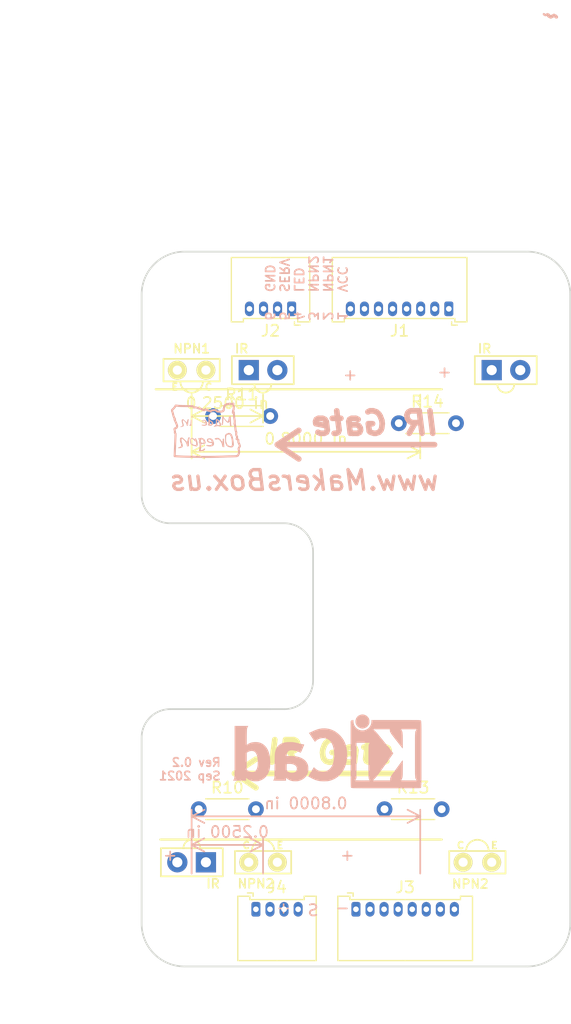
<source format=kicad_pcb>
(kicad_pcb (version 20171130) (host pcbnew "(5.1.10)-1")

  (general
    (thickness 1.6)
    (drawings 80)
    (tracks 0)
    (zones 0)
    (modules 21)
    (nets 11)
  )

  (page A)
  (title_block
    (title "Beetje 32U4 Blok")
    (date 2018-08-10)
    (rev 0.0)
    (company www.MakersBox.us)
    (comment 1 648.ken@gmail.com)
  )

  (layers
    (0 F.Cu signal)
    (31 B.Cu signal)
    (32 B.Adhes user)
    (33 F.Adhes user)
    (34 B.Paste user)
    (35 F.Paste user)
    (36 B.SilkS user)
    (37 F.SilkS user)
    (38 B.Mask user)
    (39 F.Mask user)
    (40 Dwgs.User user)
    (41 Cmts.User user hide)
    (42 Eco1.User user hide)
    (43 Eco2.User user hide)
    (44 Edge.Cuts user)
    (45 Margin user)
    (46 B.CrtYd user)
    (47 F.CrtYd user)
    (48 B.Fab user)
    (49 F.Fab user)
  )

  (setup
    (last_trace_width 0.25)
    (user_trace_width 0.3048)
    (user_trace_width 0.4064)
    (user_trace_width 0.6096)
    (trace_clearance 0.2)
    (zone_clearance 0.35)
    (zone_45_only no)
    (trace_min 0.2)
    (via_size 0.6)
    (via_drill 0.4)
    (via_min_size 0.4)
    (via_min_drill 0.3)
    (uvia_size 0.3)
    (uvia_drill 0.1)
    (uvias_allowed no)
    (uvia_min_size 0.2)
    (uvia_min_drill 0.1)
    (edge_width 0.15)
    (segment_width 0.2)
    (pcb_text_width 0.3)
    (pcb_text_size 1.5 1.5)
    (mod_edge_width 0.15)
    (mod_text_size 1 1)
    (mod_text_width 0.15)
    (pad_size 1.7 1.7)
    (pad_drill 0.508)
    (pad_to_mask_clearance 0)
    (aux_axis_origin 0 0)
    (grid_origin 160.274 101.219)
    (visible_elements 7FFFFFFF)
    (pcbplotparams
      (layerselection 0x010f0_ffffffff)
      (usegerberextensions true)
      (usegerberattributes true)
      (usegerberadvancedattributes true)
      (creategerberjobfile true)
      (excludeedgelayer true)
      (linewidth 0.100000)
      (plotframeref false)
      (viasonmask false)
      (mode 1)
      (useauxorigin false)
      (hpglpennumber 1)
      (hpglpenspeed 20)
      (hpglpendiameter 15.000000)
      (psnegative false)
      (psa4output false)
      (plotreference true)
      (plotvalue true)
      (plotinvisibletext false)
      (padsonsilk false)
      (subtractmaskfromsilk false)
      (outputformat 1)
      (mirror false)
      (drillshape 0)
      (scaleselection 1)
      (outputdirectory "gerbers/"))
  )

  (net 0 "")
  (net 1 GND)
  (net 2 VCC)
  (net 3 "Net-(D8-Pad2)")
  (net 4 /NPN1)
  (net 5 /NPN2)
  (net 6 "Net-(D3-Pad2)")
  (net 7 /NPN4)
  (net 8 /NPN3)
  (net 9 /SCL)
  (net 10 /SDA)

  (net_class Default "This is the default net class."
    (clearance 0.2)
    (trace_width 0.25)
    (via_dia 0.6)
    (via_drill 0.4)
    (uvia_dia 0.3)
    (uvia_drill 0.1)
    (add_net /NPN1)
    (add_net /NPN2)
    (add_net /NPN3)
    (add_net /NPN4)
    (add_net /SCL)
    (add_net /SDA)
    (add_net GND)
    (add_net "Net-(D3-Pad2)")
    (add_net "Net-(D8-Pad2)")
    (add_net VCC)
  )

  (module Resistor_THT:R_Axial_DIN0204_L3.6mm_D1.6mm_P5.08mm_Horizontal (layer F.Cu) (tedit 5AE5139B) (tstamp 6175B89F)
    (at 65.024 94.869)
    (descr "Resistor, Axial_DIN0204 series, Axial, Horizontal, pin pitch=5.08mm, 0.167W, length*diameter=3.6*1.6mm^2, http://cdn-reichelt.de/documents/datenblatt/B400/1_4W%23YAG.pdf")
    (tags "Resistor Axial_DIN0204 series Axial Horizontal pin pitch 5.08mm 0.167W length 3.6mm diameter 1.6mm")
    (path /5EF9BD37)
    (fp_text reference R14 (at 2.54 -1.92) (layer F.SilkS)
      (effects (font (size 1 1) (thickness 0.15)))
    )
    (fp_text value 10K (at 2.54 1.92) (layer F.Fab)
      (effects (font (size 1 1) (thickness 0.15)))
    )
    (fp_text user %R (at 2.54 0) (layer F.Fab)
      (effects (font (size 0.72 0.72) (thickness 0.108)))
    )
    (fp_line (start 0.74 -0.8) (end 0.74 0.8) (layer F.Fab) (width 0.1))
    (fp_line (start 0.74 0.8) (end 4.34 0.8) (layer F.Fab) (width 0.1))
    (fp_line (start 4.34 0.8) (end 4.34 -0.8) (layer F.Fab) (width 0.1))
    (fp_line (start 4.34 -0.8) (end 0.74 -0.8) (layer F.Fab) (width 0.1))
    (fp_line (start 0 0) (end 0.74 0) (layer F.Fab) (width 0.1))
    (fp_line (start 5.08 0) (end 4.34 0) (layer F.Fab) (width 0.1))
    (fp_line (start 0.62 -0.92) (end 4.46 -0.92) (layer F.SilkS) (width 0.12))
    (fp_line (start 0.62 0.92) (end 4.46 0.92) (layer F.SilkS) (width 0.12))
    (fp_line (start -0.95 -1.05) (end -0.95 1.05) (layer F.CrtYd) (width 0.05))
    (fp_line (start -0.95 1.05) (end 6.03 1.05) (layer F.CrtYd) (width 0.05))
    (fp_line (start 6.03 1.05) (end 6.03 -1.05) (layer F.CrtYd) (width 0.05))
    (fp_line (start 6.03 -1.05) (end -0.95 -1.05) (layer F.CrtYd) (width 0.05))
    (pad 2 thru_hole oval (at 5.08 0) (size 1.4 1.4) (drill 0.7) (layers *.Cu *.Mask)
      (net 2 VCC))
    (pad 1 thru_hole circle (at 0 0) (size 1.4 1.4) (drill 0.7) (layers *.Cu *.Mask)
      (net 5 /NPN2))
    (model ${KISYS3DMOD}/Resistor_THT.3dshapes/R_Axial_DIN0204_L3.6mm_D1.6mm_P5.08mm_Horizontal.wrl
      (at (xyz 0 0 0))
      (scale (xyz 1 1 1))
      (rotate (xyz 0 0 0))
    )
  )

  (module Resistor_THT:R_Axial_DIN0204_L3.6mm_D1.6mm_P5.08mm_Horizontal (layer F.Cu) (tedit 5AE5139B) (tstamp 6175B88C)
    (at 63.754 129.159)
    (descr "Resistor, Axial_DIN0204 series, Axial, Horizontal, pin pitch=5.08mm, 0.167W, length*diameter=3.6*1.6mm^2, http://cdn-reichelt.de/documents/datenblatt/B400/1_4W%23YAG.pdf")
    (tags "Resistor Axial_DIN0204 series Axial Horizontal pin pitch 5.08mm 0.167W length 3.6mm diameter 1.6mm")
    (path /5EF9BB07)
    (fp_text reference R13 (at 2.54 -1.92) (layer F.SilkS)
      (effects (font (size 1 1) (thickness 0.15)))
    )
    (fp_text value 10K (at 2.54 1.92) (layer F.Fab)
      (effects (font (size 1 1) (thickness 0.15)))
    )
    (fp_text user %R (at 2.54 0) (layer F.Fab)
      (effects (font (size 0.72 0.72) (thickness 0.108)))
    )
    (fp_line (start 0.74 -0.8) (end 0.74 0.8) (layer F.Fab) (width 0.1))
    (fp_line (start 0.74 0.8) (end 4.34 0.8) (layer F.Fab) (width 0.1))
    (fp_line (start 4.34 0.8) (end 4.34 -0.8) (layer F.Fab) (width 0.1))
    (fp_line (start 4.34 -0.8) (end 0.74 -0.8) (layer F.Fab) (width 0.1))
    (fp_line (start 0 0) (end 0.74 0) (layer F.Fab) (width 0.1))
    (fp_line (start 5.08 0) (end 4.34 0) (layer F.Fab) (width 0.1))
    (fp_line (start 0.62 -0.92) (end 4.46 -0.92) (layer F.SilkS) (width 0.12))
    (fp_line (start 0.62 0.92) (end 4.46 0.92) (layer F.SilkS) (width 0.12))
    (fp_line (start -0.95 -1.05) (end -0.95 1.05) (layer F.CrtYd) (width 0.05))
    (fp_line (start -0.95 1.05) (end 6.03 1.05) (layer F.CrtYd) (width 0.05))
    (fp_line (start 6.03 1.05) (end 6.03 -1.05) (layer F.CrtYd) (width 0.05))
    (fp_line (start 6.03 -1.05) (end -0.95 -1.05) (layer F.CrtYd) (width 0.05))
    (pad 2 thru_hole oval (at 5.08 0) (size 1.4 1.4) (drill 0.7) (layers *.Cu *.Mask)
      (net 2 VCC))
    (pad 1 thru_hole circle (at 0 0) (size 1.4 1.4) (drill 0.7) (layers *.Cu *.Mask)
      (net 4 /NPN1))
    (model ${KISYS3DMOD}/Resistor_THT.3dshapes/R_Axial_DIN0204_L3.6mm_D1.6mm_P5.08mm_Horizontal.wrl
      (at (xyz 0 0 0))
      (scale (xyz 1 1 1))
      (rotate (xyz 0 0 0))
    )
  )

  (module Resistor_THT:R_Axial_DIN0204_L3.6mm_D1.6mm_P5.08mm_Horizontal (layer F.Cu) (tedit 5AE5139B) (tstamp 6175B879)
    (at 48.514 94.234)
    (descr "Resistor, Axial_DIN0204 series, Axial, Horizontal, pin pitch=5.08mm, 0.167W, length*diameter=3.6*1.6mm^2, http://cdn-reichelt.de/documents/datenblatt/B400/1_4W%23YAG.pdf")
    (tags "Resistor Axial_DIN0204 series Axial Horizontal pin pitch 5.08mm 0.167W length 3.6mm diameter 1.6mm")
    (path /5EF9BA7F)
    (fp_text reference R11 (at 2.54 -1.92) (layer F.SilkS)
      (effects (font (size 1 1) (thickness 0.15)))
    )
    (fp_text value 100 (at 2.54 1.92) (layer F.Fab)
      (effects (font (size 1 1) (thickness 0.15)))
    )
    (fp_text user %R (at 2.54 0) (layer F.Fab)
      (effects (font (size 0.72 0.72) (thickness 0.108)))
    )
    (fp_line (start 0.74 -0.8) (end 0.74 0.8) (layer F.Fab) (width 0.1))
    (fp_line (start 0.74 0.8) (end 4.34 0.8) (layer F.Fab) (width 0.1))
    (fp_line (start 4.34 0.8) (end 4.34 -0.8) (layer F.Fab) (width 0.1))
    (fp_line (start 4.34 -0.8) (end 0.74 -0.8) (layer F.Fab) (width 0.1))
    (fp_line (start 0 0) (end 0.74 0) (layer F.Fab) (width 0.1))
    (fp_line (start 5.08 0) (end 4.34 0) (layer F.Fab) (width 0.1))
    (fp_line (start 0.62 -0.92) (end 4.46 -0.92) (layer F.SilkS) (width 0.12))
    (fp_line (start 0.62 0.92) (end 4.46 0.92) (layer F.SilkS) (width 0.12))
    (fp_line (start -0.95 -1.05) (end -0.95 1.05) (layer F.CrtYd) (width 0.05))
    (fp_line (start -0.95 1.05) (end 6.03 1.05) (layer F.CrtYd) (width 0.05))
    (fp_line (start 6.03 1.05) (end 6.03 -1.05) (layer F.CrtYd) (width 0.05))
    (fp_line (start 6.03 -1.05) (end -0.95 -1.05) (layer F.CrtYd) (width 0.05))
    (pad 2 thru_hole oval (at 5.08 0) (size 1.4 1.4) (drill 0.7) (layers *.Cu *.Mask)
      (net 2 VCC))
    (pad 1 thru_hole circle (at 0 0) (size 1.4 1.4) (drill 0.7) (layers *.Cu *.Mask)
      (net 6 "Net-(D3-Pad2)"))
    (model ${KISYS3DMOD}/Resistor_THT.3dshapes/R_Axial_DIN0204_L3.6mm_D1.6mm_P5.08mm_Horizontal.wrl
      (at (xyz 0 0 0))
      (scale (xyz 1 1 1))
      (rotate (xyz 0 0 0))
    )
  )

  (module Resistor_THT:R_Axial_DIN0204_L3.6mm_D1.6mm_P5.08mm_Horizontal (layer F.Cu) (tedit 5AE5139B) (tstamp 6175B866)
    (at 47.244 129.159)
    (descr "Resistor, Axial_DIN0204 series, Axial, Horizontal, pin pitch=5.08mm, 0.167W, length*diameter=3.6*1.6mm^2, http://cdn-reichelt.de/documents/datenblatt/B400/1_4W%23YAG.pdf")
    (tags "Resistor Axial_DIN0204 series Axial Horizontal pin pitch 5.08mm 0.167W length 3.6mm diameter 1.6mm")
    (path /5EF9A86A)
    (fp_text reference R10 (at 2.54 -1.92) (layer F.SilkS)
      (effects (font (size 1 1) (thickness 0.15)))
    )
    (fp_text value 100 (at 2.54 1.92) (layer F.Fab)
      (effects (font (size 1 1) (thickness 0.15)))
    )
    (fp_text user %R (at 2.54 0) (layer F.Fab)
      (effects (font (size 0.72 0.72) (thickness 0.108)))
    )
    (fp_line (start 0.74 -0.8) (end 0.74 0.8) (layer F.Fab) (width 0.1))
    (fp_line (start 0.74 0.8) (end 4.34 0.8) (layer F.Fab) (width 0.1))
    (fp_line (start 4.34 0.8) (end 4.34 -0.8) (layer F.Fab) (width 0.1))
    (fp_line (start 4.34 -0.8) (end 0.74 -0.8) (layer F.Fab) (width 0.1))
    (fp_line (start 0 0) (end 0.74 0) (layer F.Fab) (width 0.1))
    (fp_line (start 5.08 0) (end 4.34 0) (layer F.Fab) (width 0.1))
    (fp_line (start 0.62 -0.92) (end 4.46 -0.92) (layer F.SilkS) (width 0.12))
    (fp_line (start 0.62 0.92) (end 4.46 0.92) (layer F.SilkS) (width 0.12))
    (fp_line (start -0.95 -1.05) (end -0.95 1.05) (layer F.CrtYd) (width 0.05))
    (fp_line (start -0.95 1.05) (end 6.03 1.05) (layer F.CrtYd) (width 0.05))
    (fp_line (start 6.03 1.05) (end 6.03 -1.05) (layer F.CrtYd) (width 0.05))
    (fp_line (start 6.03 -1.05) (end -0.95 -1.05) (layer F.CrtYd) (width 0.05))
    (pad 2 thru_hole oval (at 5.08 0) (size 1.4 1.4) (drill 0.7) (layers *.Cu *.Mask)
      (net 2 VCC))
    (pad 1 thru_hole circle (at 0 0) (size 1.4 1.4) (drill 0.7) (layers *.Cu *.Mask)
      (net 3 "Net-(D8-Pad2)"))
    (model ${KISYS3DMOD}/Resistor_THT.3dshapes/R_Axial_DIN0204_L3.6mm_D1.6mm_P5.08mm_Horizontal.wrl
      (at (xyz 0 0 0))
      (scale (xyz 1 1 1))
      (rotate (xyz 0 0 0))
    )
  )

  (module Connector_Molex:Molex_PicoBlade_53048-0410_1x04_P1.25mm_Horizontal (layer F.Cu) (tedit 5B783024) (tstamp 61751018)
    (at 55.499 84.709 180)
    (descr "Molex PicoBlade Connector System, 53048-0410, 4 Pins per row (http://www.molex.com/pdm_docs/sd/530480210_sd.pdf), generated with kicad-footprint-generator")
    (tags "connector Molex PicoBlade top entry")
    (path /61770869)
    (fp_text reference J2 (at 1.88 -1.95 180) (layer F.SilkS)
      (effects (font (size 1 1) (thickness 0.15)))
    )
    (fp_text value I2C (at 1.88 5.65 180) (layer F.Fab)
      (effects (font (size 1 1) (thickness 0.15)))
    )
    (fp_line (start 5.36 4.56) (end 1.875 4.56) (layer F.SilkS) (width 0.12))
    (fp_line (start 5.36 -1.16) (end 5.36 4.56) (layer F.SilkS) (width 0.12))
    (fp_line (start 4.29 -1.16) (end 5.36 -1.16) (layer F.SilkS) (width 0.12))
    (fp_line (start 4.29 -0.86) (end 4.29 -1.16) (layer F.SilkS) (width 0.12))
    (fp_line (start 1.875 -0.86) (end 4.29 -0.86) (layer F.SilkS) (width 0.12))
    (fp_line (start -1.61 4.56) (end 1.875 4.56) (layer F.SilkS) (width 0.12))
    (fp_line (start -1.61 -1.16) (end -1.61 4.56) (layer F.SilkS) (width 0.12))
    (fp_line (start -0.54 -1.16) (end -1.61 -1.16) (layer F.SilkS) (width 0.12))
    (fp_line (start -0.54 -0.86) (end -0.54 -1.16) (layer F.SilkS) (width 0.12))
    (fp_line (start 1.875 -0.86) (end -0.54 -0.86) (layer F.SilkS) (width 0.12))
    (fp_line (start 5.25 4.45) (end 1.875 4.45) (layer F.Fab) (width 0.1))
    (fp_line (start 5.25 -1.05) (end 5.25 4.45) (layer F.Fab) (width 0.1))
    (fp_line (start 4.4 -1.05) (end 5.25 -1.05) (layer F.Fab) (width 0.1))
    (fp_line (start 4.4 -0.75) (end 4.4 -1.05) (layer F.Fab) (width 0.1))
    (fp_line (start 1.875 -0.75) (end 4.4 -0.75) (layer F.Fab) (width 0.1))
    (fp_line (start -1.5 4.45) (end 1.875 4.45) (layer F.Fab) (width 0.1))
    (fp_line (start -1.5 -1.05) (end -1.5 4.45) (layer F.Fab) (width 0.1))
    (fp_line (start -0.65 -1.05) (end -1.5 -1.05) (layer F.Fab) (width 0.1))
    (fp_line (start -0.65 -0.75) (end -0.65 -1.05) (layer F.Fab) (width 0.1))
    (fp_line (start 1.875 -0.75) (end -0.65 -0.75) (layer F.Fab) (width 0.1))
    (fp_line (start 5.75 4.95) (end 1.87 4.95) (layer F.CrtYd) (width 0.05))
    (fp_line (start 5.75 -1.55) (end 5.75 4.95) (layer F.CrtYd) (width 0.05))
    (fp_line (start 3.9 -1.55) (end 5.75 -1.55) (layer F.CrtYd) (width 0.05))
    (fp_line (start 3.9 -1.25) (end 3.9 -1.55) (layer F.CrtYd) (width 0.05))
    (fp_line (start 1.87 -1.25) (end 3.9 -1.25) (layer F.CrtYd) (width 0.05))
    (fp_line (start -2 4.95) (end 1.88 4.95) (layer F.CrtYd) (width 0.05))
    (fp_line (start -2 -1.55) (end -2 4.95) (layer F.CrtYd) (width 0.05))
    (fp_line (start -0.15 -1.55) (end -2 -1.55) (layer F.CrtYd) (width 0.05))
    (fp_line (start -0.15 -1.25) (end -0.15 -1.55) (layer F.CrtYd) (width 0.05))
    (fp_line (start 1.88 -1.25) (end -0.15 -1.25) (layer F.CrtYd) (width 0.05))
    (fp_line (start 0 -0.042893) (end 0.5 -0.75) (layer F.Fab) (width 0.1))
    (fp_line (start -0.5 -0.75) (end 0 -0.042893) (layer F.Fab) (width 0.1))
    (fp_line (start -0.25 -1.45) (end -0.75 -1.45) (layer F.SilkS) (width 0.12))
    (fp_line (start -0.25 -1.15) (end -0.25 -1.45) (layer F.SilkS) (width 0.12))
    (fp_text user %R (at 1.88 3.75 180) (layer F.Fab)
      (effects (font (size 1 1) (thickness 0.15)))
    )
    (pad 4 thru_hole oval (at 3.75 0 180) (size 0.8 1.3) (drill 0.5) (layers *.Cu *.Mask)
      (net 1 GND))
    (pad 3 thru_hole oval (at 2.5 0 180) (size 0.8 1.3) (drill 0.5) (layers *.Cu *.Mask)
      (net 9 /SCL))
    (pad 2 thru_hole oval (at 1.25 0 180) (size 0.8 1.3) (drill 0.5) (layers *.Cu *.Mask)
      (net 10 /SDA))
    (pad 1 thru_hole roundrect (at 0 0 180) (size 0.8 1.3) (drill 0.5) (layers *.Cu *.Mask) (roundrect_rratio 0.25)
      (net 2 VCC))
    (model ${KISYS3DMOD}/Connector_Molex.3dshapes/Molex_PicoBlade_53048-0410_1x04_P1.25mm_Horizontal.wrl
      (at (xyz 0 0 0))
      (scale (xyz 1 1 1))
      (rotate (xyz 0 0 0))
    )
  )

  (module footprints:PHOTOTRANS (layer F.Cu) (tedit 6150B87D) (tstamp 615109A9)
    (at 52.959 133.874 180)
    (descr LTR-4206)
    (tags "PHOTOTRANS NPN")
    (path /6151660A)
    (fp_text reference Q3 (at -1.905 -1.905) (layer F.SilkS) hide
      (effects (font (size 0.8 0.8) (thickness 0.15)))
    )
    (fp_text value NPN2 (at 0.635 -1.905 180) (layer F.SilkS)
      (effects (font (size 0.8 0.8) (thickness 0.15)))
    )
    (fp_line (start -2.5 1) (end -2.5 -1) (layer F.SilkS) (width 0.15))
    (fp_line (start 2.5 1) (end -2.5 1) (layer F.SilkS) (width 0.15))
    (fp_line (start 2.5 -1) (end 2.5 1) (layer F.SilkS) (width 0.15))
    (fp_line (start -2.5 -1) (end 2.5 -1) (layer F.SilkS) (width 0.15))
    (fp_text user C (at 1.5 1.5 180) (layer F.SilkS)
      (effects (font (size 0.6 0.6) (thickness 0.15)))
    )
    (fp_text user E (at -1.5 1.5 180) (layer F.SilkS)
      (effects (font (size 0.6 0.6) (thickness 0.15)))
    )
    (fp_arc (start 0 1) (end 0 2) (angle 90) (layer F.SilkS) (width 0.15))
    (fp_arc (start 0 1) (end 1 1) (angle 90) (layer F.SilkS) (width 0.15))
    (pad 1 thru_hole circle (at 1.27 0 225) (size 1.6764 1.6764) (drill 0.8128) (layers *.Cu *.Mask F.SilkS)
      (net 5 /NPN2))
    (pad 2 thru_hole circle (at -1.27 0 180) (size 1.6764 1.6764) (drill 0.8128) (layers *.Cu *.Mask F.SilkS)
      (net 1 GND))
    (model discret/leds/led3_vertical_verde.wrl
      (at (xyz 0 0 0))
      (scale (xyz 1 1 1))
      (rotate (xyz 0 0 0))
    )
  )

  (module footprints:IR_LED (layer F.Cu) (tedit 6150B74F) (tstamp 615108A7)
    (at 51.689 90.154)
    (descr "LED, diameter 3.0mm, 2 pins")
    (tags "LED diameter 3.0mm 2 pins")
    (path /61516B26)
    (fp_text reference D3 (at 3 2) (layer F.SilkS) hide
      (effects (font (size 1 1) (thickness 0.15)))
    )
    (fp_text value IR (at -0.635 -1.905) (layer F.SilkS)
      (effects (font (size 0.8 0.8) (thickness 0.15)))
    )
    (fp_line (start 3.7 -2.25) (end -1.15 -2.25) (layer F.CrtYd) (width 0.05))
    (fp_line (start 3.7 2.25) (end 3.7 -2.25) (layer F.CrtYd) (width 0.05))
    (fp_line (start -1.15 2.25) (end 3.7 2.25) (layer F.CrtYd) (width 0.05))
    (fp_line (start -1.15 -2.25) (end -1.15 2.25) (layer F.CrtYd) (width 0.05))
    (fp_line (start -1.5 -1.25) (end 4 -1.25) (layer F.SilkS) (width 0.15))
    (fp_line (start -1.5 1.25) (end -1.5 -1.25) (layer F.SilkS) (width 0.15))
    (fp_line (start 4 1.25) (end -1.5 1.25) (layer F.SilkS) (width 0.15))
    (fp_line (start 4 -1.25) (end 4 1.25) (layer F.SilkS) (width 0.15))
    (fp_arc (start 1.25 1.25) (end 1.25 2) (angle 90) (layer F.SilkS) (width 0.15))
    (fp_arc (start 1.25 1.25) (end 2 1.25) (angle 90) (layer F.SilkS) (width 0.15))
    (pad 2 thru_hole circle (at 2.54 0) (size 1.8 1.8) (drill 0.9) (layers *.Cu *.Mask)
      (net 6 "Net-(D3-Pad2)"))
    (pad 1 thru_hole rect (at 0 0) (size 1.8 1.8) (drill 0.9) (layers *.Cu *.Mask)
      (net 1 GND))
    (model ${KISYS3DMOD}/LEDs.3dshapes/LED_D3.0mm.wrl
      (at (xyz 0 0 0))
      (scale (xyz 0.393701 0.393701 0.393701))
      (rotate (xyz 0 0 0))
    )
  )

  (module footprints:3.5mmHole (layer F.Cu) (tedit 5EFA644B) (tstamp 61492194)
    (at 76.454 139.319)
    (descr "Through hole straight pin header, 1x01, 2.54mm pitch, single row")
    (tags "Through hole pin header THT 1x01 2.54mm single row")
    (fp_text reference REF** (at 0 -2.33) (layer F.SilkS) hide
      (effects (font (size 1 1) (thickness 0.15)))
    )
    (fp_text value 3.5Hole (at 0 2.33) (layer F.Fab)
      (effects (font (size 1 1) (thickness 0.15)))
    )
    (fp_line (start -0.635 -1.27) (end 1.27 -1.27) (layer F.Fab) (width 0.1))
    (fp_line (start 1.27 1.27) (end -1.27 1.27) (layer F.Fab) (width 0.1))
    (fp_line (start -1.27 1.27) (end -1.27 -0.635) (layer F.Fab) (width 0.1))
    (fp_line (start -1.27 -0.635) (end -0.635 -1.27) (layer F.Fab) (width 0.1))
    (fp_line (start -1.8 -1.8) (end -1.8 1.8) (layer F.CrtYd) (width 0.05))
    (fp_line (start -1.8 1.8) (end 1.8 1.8) (layer F.CrtYd) (width 0.05))
    (fp_line (start 1.8 1.8) (end 1.8 -1.8) (layer F.CrtYd) (width 0.05))
    (fp_line (start 1.8 -1.8) (end -1.8 -1.8) (layer F.CrtYd) (width 0.05))
    (fp_text user %R (at 0 0 90) (layer F.Fab)
      (effects (font (size 1 1) (thickness 0.15)))
    )
    (pad "" np_thru_hole circle (at 0 0) (size 3.5 3.5) (drill 3.5) (layers *.Cu))
    (model ${KISYS3DMOD}/Pin_Headers.3dshapes/Pin_Header_Straight_1x01_Pitch2.54mm.wrl
      (at (xyz 0 0 0))
      (scale (xyz 1 1 1))
      (rotate (xyz 0 0 0))
    )
  )

  (module footprints:3.5mmHole (layer F.Cu) (tedit 5EFA644B) (tstamp 61492121)
    (at 75.819 83.439)
    (descr "Through hole straight pin header, 1x01, 2.54mm pitch, single row")
    (tags "Through hole pin header THT 1x01 2.54mm single row")
    (fp_text reference REF** (at 0 -2.33) (layer F.SilkS) hide
      (effects (font (size 1 1) (thickness 0.15)))
    )
    (fp_text value 3.5Hole (at 0 2.33) (layer F.Fab)
      (effects (font (size 1 1) (thickness 0.15)))
    )
    (fp_line (start -0.635 -1.27) (end 1.27 -1.27) (layer F.Fab) (width 0.1))
    (fp_line (start 1.27 1.27) (end -1.27 1.27) (layer F.Fab) (width 0.1))
    (fp_line (start -1.27 1.27) (end -1.27 -0.635) (layer F.Fab) (width 0.1))
    (fp_line (start -1.27 -0.635) (end -0.635 -1.27) (layer F.Fab) (width 0.1))
    (fp_line (start -1.8 -1.8) (end -1.8 1.8) (layer F.CrtYd) (width 0.05))
    (fp_line (start -1.8 1.8) (end 1.8 1.8) (layer F.CrtYd) (width 0.05))
    (fp_line (start 1.8 1.8) (end 1.8 -1.8) (layer F.CrtYd) (width 0.05))
    (fp_line (start 1.8 -1.8) (end -1.8 -1.8) (layer F.CrtYd) (width 0.05))
    (fp_text user %R (at 0 0 90) (layer F.Fab)
      (effects (font (size 1 1) (thickness 0.15)))
    )
    (pad "" np_thru_hole circle (at 0 0) (size 3.5 3.5) (drill 3.5) (layers *.Cu))
    (model ${KISYS3DMOD}/Pin_Headers.3dshapes/Pin_Header_Straight_1x01_Pitch2.54mm.wrl
      (at (xyz 0 0 0))
      (scale (xyz 1 1 1))
      (rotate (xyz 0 0 0))
    )
  )

  (module myFootPrints:MadeInOregonRev25 (layer F.Cu) (tedit 0) (tstamp 614921F1)
    (at 47.879 95.504)
    (fp_text reference VAL (at 0 0) (layer F.SilkS) hide
      (effects (font (size 1.143 1.143) (thickness 0.1778)))
    )
    (fp_text value MadeInOregonRev25 (at 0 0) (layer F.SilkS) hide
      (effects (font (size 1.143 1.143) (thickness 0.1778)))
    )
    (fp_poly (pts (xy -1.29032 -1.15062) (xy -1.28778 -1.143) (xy -1.27762 -1.1303) (xy -1.26238 -1.12776)
      (xy -1.24206 -1.14046) (xy -1.2192 -1.16332) (xy -1.1938 -1.1938) (xy -1.18364 -1.2192)
      (xy -1.18618 -1.23952) (xy -1.20142 -1.25476) (xy -1.22428 -1.26746) (xy -1.23952 -1.27508)
      (xy -1.24968 -1.27762) (xy -1.25222 -1.27762) (xy -1.25984 -1.27) (xy -1.27 -1.25222)
      (xy -1.27762 -1.22936) (xy -1.28524 -1.20142) (xy -1.29032 -1.17348) (xy -1.29032 -1.15062)) (layer B.SilkS) (width 0.00254))
    (fp_poly (pts (xy -0.381 -0.4699) (xy -0.37338 -0.45466) (xy -0.35052 -0.44196) (xy -0.31496 -0.42926)
      (xy -0.28956 -0.42164) (xy -0.25908 -0.41656) (xy -0.22098 -0.41148) (xy -0.1778 -0.40894)
      (xy -0.13716 -0.4064) (xy -0.1016 -0.4064) (xy -0.07874 -0.40894) (xy -0.02794 -0.42164)
      (xy 0.02032 -0.43942) (xy 0.05842 -0.46482) (xy 0.08636 -0.49276) (xy 0.09398 -0.50292)
      (xy 0.1016 -0.52832) (xy 0.10668 -0.56134) (xy 0.10922 -0.60198) (xy 0.10414 -0.64008)
      (xy 0.09652 -0.67564) (xy 0.09144 -0.69088) (xy 0.08128 -0.71374) (xy 0.0762 -0.73406)
      (xy 0.07366 -0.7366) (xy 0.06858 -0.76708) (xy 0.0508 -0.80264) (xy 0.02286 -0.83566)
      (xy -0.01016 -0.86868) (xy -0.04826 -0.89662) (xy -0.0889 -0.91694) (xy -0.09398 -0.91948)
      (xy -0.11176 -0.92202) (xy -0.14224 -0.92456) (xy -0.17526 -0.92456) (xy -0.21336 -0.92202)
      (xy -0.24638 -0.91694) (xy -0.27178 -0.91186) (xy -0.27686 -0.91186) (xy -0.29464 -0.89916)
      (xy -0.31242 -0.88138) (xy -0.3175 -0.87376) (xy -0.3302 -0.85598) (xy -0.33528 -0.84074)
      (xy -0.33528 -0.82042) (xy -0.33528 -0.79502) (xy -0.32512 -0.74676) (xy -0.3048 -0.70866)
      (xy -0.27178 -0.67818) (xy -0.2667 -0.67564) (xy -0.2667 -0.81788) (xy -0.26162 -0.83058)
      (xy -0.24638 -0.84582) (xy -0.21844 -0.8636) (xy -0.18288 -0.86614) (xy -0.14732 -0.85852)
      (xy -0.1143 -0.84074) (xy -0.09144 -0.81788) (xy -0.07366 -0.79502) (xy -0.05588 -0.76708)
      (xy -0.04318 -0.73914) (xy -0.03556 -0.71628) (xy -0.03302 -0.70104) (xy -0.03302 -0.6985)
      (xy -0.04318 -0.69088) (xy -0.06858 -0.68834) (xy -0.10414 -0.69088) (xy -0.14478 -0.6985)
      (xy -0.17526 -0.70612) (xy -0.19558 -0.71628) (xy -0.2159 -0.72898) (xy -0.2286 -0.74422)
      (xy -0.24638 -0.76454) (xy -0.26162 -0.7874) (xy -0.26416 -0.8001) (xy -0.2667 -0.81788)
      (xy -0.2667 -0.67564) (xy -0.26162 -0.6731) (xy -0.2413 -0.66548) (xy -0.21082 -0.65532)
      (xy -0.17526 -0.6477) (xy -0.13462 -0.64008) (xy -0.13462 -0.63754) (xy -0.09652 -0.63246)
      (xy -0.0635 -0.62484) (xy -0.0381 -0.61722) (xy -0.0254 -0.61214) (xy -0.02286 -0.61214)
      (xy -0.01016 -0.5969) (xy -0.00762 -0.57658) (xy -0.01778 -0.55372) (xy -0.04064 -0.53086)
      (xy -0.07112 -0.508) (xy -0.07874 -0.50546) (xy -0.09652 -0.49784) (xy -0.11684 -0.49276)
      (xy -0.14224 -0.49022) (xy -0.1778 -0.49022) (xy -0.18034 -0.49022) (xy -0.21844 -0.49022)
      (xy -0.26162 -0.49276) (xy -0.29718 -0.4953) (xy -0.3048 -0.49784) (xy -0.34036 -0.49784)
      (xy -0.36322 -0.4953) (xy -0.37592 -0.48768) (xy -0.381 -0.47244) (xy -0.381 -0.4699)) (layer B.SilkS) (width 0.00254))
    (fp_poly (pts (xy 0.15748 -0.47244) (xy 0.19812 -0.45212) (xy 0.2286 -0.43942) (xy 0.2667 -0.42926)
      (xy 0.30988 -0.4191) (xy 0.35052 -0.41148) (xy 0.35052 -0.71374) (xy 0.35306 -0.74422)
      (xy 0.35306 -0.7493) (xy 0.36322 -0.77216) (xy 0.37846 -0.78232) (xy 0.40132 -0.78232)
      (xy 0.42418 -0.77216) (xy 0.45212 -0.7493) (xy 0.48006 -0.72136) (xy 0.508 -0.68326)
      (xy 0.51816 -0.66294) (xy 0.5334 -0.635) (xy 0.53594 -0.61214) (xy 0.53086 -0.59436)
      (xy 0.5207 -0.58166) (xy 0.50546 -0.56642) (xy 0.48514 -0.54864) (xy 0.45974 -0.52832)
      (xy 0.43688 -0.51054) (xy 0.41402 -0.49784) (xy 0.39878 -0.48768) (xy 0.3937 -0.48768)
      (xy 0.38608 -0.4953) (xy 0.37592 -0.51308) (xy 0.37084 -0.52832) (xy 0.36322 -0.55372)
      (xy 0.35814 -0.58928) (xy 0.35306 -0.63246) (xy 0.35052 -0.67564) (xy 0.35052 -0.71374)
      (xy 0.35052 -0.41148) (xy 0.35306 -0.41148) (xy 0.3937 -0.4064) (xy 0.42926 -0.40386)
      (xy 0.45466 -0.4064) (xy 0.46228 -0.40894) (xy 0.47498 -0.41656) (xy 0.4953 -0.42926)
      (xy 0.5207 -0.4445) (xy 0.53086 -0.45212) (xy 0.57658 -0.48768) (xy 0.61214 -0.52832)
      (xy 0.64008 -0.57404) (xy 0.64516 -0.58166) (xy 0.65278 -0.60452) (xy 0.65532 -0.6223)
      (xy 0.65278 -0.64516) (xy 0.65024 -0.65024) (xy 0.62992 -0.6985) (xy 0.59944 -0.74676)
      (xy 0.5588 -0.78994) (xy 0.51562 -0.82804) (xy 0.47498 -0.85344) (xy 0.42672 -0.8763)
      (xy 0.41402 -0.88138) (xy 0.38608 -0.89154) (xy 0.36322 -0.90424) (xy 0.35052 -0.9144)
      (xy 0.3429 -0.92964) (xy 0.33528 -0.9525) (xy 0.3302 -0.98806) (xy 0.32512 -1.03378)
      (xy 0.32258 -1.08966) (xy 0.32258 -1.16078) (xy 0.32004 -1.20904) (xy 0.32004 -1.2573)
      (xy 0.32004 -1.30048) (xy 0.32004 -1.33604) (xy 0.3175 -1.36398) (xy 0.3175 -1.37922)
      (xy 0.31242 -1.38938) (xy 0.30226 -1.39446) (xy 0.28448 -1.397) (xy 0.27178 -1.397)
      (xy 0.24892 -1.397) (xy 0.23368 -1.397) (xy 0.23114 -1.39446) (xy 0.23114 -1.38684)
      (xy 0.23114 -1.36652) (xy 0.2286 -1.3335) (xy 0.2286 -1.28778) (xy 0.2286 -1.23444)
      (xy 0.22606 -1.17348) (xy 0.22606 -1.1049) (xy 0.22606 -1.0287) (xy 0.22352 -0.9779)
      (xy 0.22352 -0.88392) (xy 0.22098 -0.79756) (xy 0.21844 -0.7239) (xy 0.2159 -0.6604)
      (xy 0.2159 -0.6096) (xy 0.21336 -0.5715) (xy 0.21082 -0.5461) (xy 0.20828 -0.53594)
      (xy 0.19812 -0.51308) (xy 0.18034 -0.49276) (xy 0.1778 -0.49022) (xy 0.15748 -0.47244)) (layer B.SilkS) (width 0.00254))
    (fp_poly (pts (xy -1.4859 -0.44704) (xy -1.47574 -0.43688) (xy -1.45542 -0.42418) (xy -1.43002 -0.41402)
      (xy -1.40462 -0.40386) (xy -1.38176 -0.40132) (xy -1.35382 -0.40132) (xy -1.3208 -0.40386)
      (xy -1.31318 -0.40386) (xy -1.29032 -0.41148) (xy -1.27508 -0.42164) (xy -1.27 -0.42418)
      (xy -1.27 -0.43434) (xy -1.26746 -0.45974) (xy -1.26492 -0.49276) (xy -1.26238 -0.53594)
      (xy -1.25984 -0.5842) (xy -1.2573 -0.63754) (xy -1.25476 -0.69342) (xy -1.25476 -0.75184)
      (xy -1.25222 -0.80518) (xy -1.25222 -0.85598) (xy -1.25222 -0.88138) (xy -1.25222 -0.9144)
      (xy -1.25222 -0.93472) (xy -1.25476 -0.94742) (xy -1.25984 -0.9525) (xy -1.26746 -0.95504)
      (xy -1.27 -0.95504) (xy -1.29794 -0.95504) (xy -1.3208 -0.94234) (xy -1.33096 -0.9271)
      (xy -1.3335 -0.9144) (xy -1.33858 -0.889) (xy -1.34112 -0.85344) (xy -1.3462 -0.81026)
      (xy -1.35128 -0.76454) (xy -1.35382 -0.75438) (xy -1.3589 -0.68834) (xy -1.36398 -0.63246)
      (xy -1.3716 -0.58928) (xy -1.37668 -0.55626) (xy -1.38176 -0.5334) (xy -1.39192 -0.51308)
      (xy -1.40208 -0.50038) (xy -1.41478 -0.49022) (xy -1.43002 -0.4826) (xy -1.4478 -0.47244)
      (xy -1.47066 -0.46228) (xy -1.48336 -0.45212) (xy -1.4859 -0.44704)) (layer B.SilkS) (width 0.00254))
    (fp_poly (pts (xy 1.39954 -0.5207) (xy 1.40208 -0.508) (xy 1.40208 -0.50546) (xy 1.41224 -0.50292)
      (xy 1.4351 -0.50038) (xy 1.4605 -0.4953) (xy 1.46304 -0.4953) (xy 1.51384 -0.49022)
      (xy 1.51892 -0.53848) (xy 1.52146 -0.5588) (xy 1.524 -0.59182) (xy 1.52654 -0.635)
      (xy 1.53162 -0.68326) (xy 1.53416 -0.73914) (xy 1.53924 -0.79502) (xy 1.54432 -0.86614)
      (xy 1.5494 -0.92456) (xy 1.55448 -0.97028) (xy 1.55956 -1.00584) (xy 1.5621 -1.03124)
      (xy 1.56718 -1.04648) (xy 1.57226 -1.0541) (xy 1.57734 -1.05664) (xy 1.57988 -1.05664)
      (xy 1.5875 -1.04902) (xy 1.6002 -1.03378) (xy 1.62052 -1.00838) (xy 1.64592 -0.97536)
      (xy 1.67386 -0.9398) (xy 1.67894 -0.93472) (xy 1.7272 -0.87122) (xy 1.77038 -0.81788)
      (xy 1.80594 -0.77724) (xy 1.83896 -0.74422) (xy 1.86436 -0.72136) (xy 1.88976 -0.70612)
      (xy 1.905 -0.6985) (xy 1.92786 -0.68834) (xy 1.94564 -0.68072) (xy 1.95072 -0.67564)
      (xy 1.96596 -0.66802) (xy 1.98628 -0.66548) (xy 2.0066 -0.6731) (xy 2.01422 -0.67818)
      (xy 2.02438 -0.69088) (xy 2.03708 -0.7112) (xy 2.05486 -0.7366) (xy 2.07518 -0.76708)
      (xy 2.09042 -0.78232) (xy 2.09804 -0.78486) (xy 2.10312 -0.78486) (xy 2.1082 -0.77978)
      (xy 2.11074 -0.77216) (xy 2.11328 -0.75946) (xy 2.11582 -0.73914) (xy 2.1209 -0.70866)
      (xy 2.12344 -0.66802) (xy 2.12598 -0.61722) (xy 2.12852 -0.56388) (xy 2.1336 -0.49784)
      (xy 2.13868 -0.44704) (xy 2.14376 -0.40894) (xy 2.14884 -0.38608) (xy 2.15392 -0.37592)
      (xy 2.16662 -0.37084) (xy 2.18948 -0.36576) (xy 2.21488 -0.36576) (xy 2.23774 -0.36576)
      (xy 2.25806 -0.37084) (xy 2.27076 -0.381) (xy 2.27584 -0.39624) (xy 2.2733 -0.42164)
      (xy 2.26568 -0.44958) (xy 2.25806 -0.47752) (xy 2.25044 -0.50546) (xy 2.24536 -0.53594)
      (xy 2.24028 -0.56896) (xy 2.23774 -0.6096) (xy 2.23266 -0.65532) (xy 2.23012 -0.70866)
      (xy 2.22758 -0.7747) (xy 2.2225 -0.8509) (xy 2.21996 -0.9398) (xy 2.21996 -0.98298)
      (xy 2.21488 -1.0541) (xy 2.21234 -1.10998) (xy 2.2098 -1.1557) (xy 2.20726 -1.18872)
      (xy 2.20218 -1.21666) (xy 2.19964 -1.23444) (xy 2.19202 -1.24714) (xy 2.1844 -1.25476)
      (xy 2.16916 -1.26238) (xy 2.14376 -1.26238) (xy 2.11836 -1.26238) (xy 2.09296 -1.2573)
      (xy 2.09042 -1.25476) (xy 2.07264 -1.24714) (xy 2.05994 -1.2319) (xy 2.04978 -1.20904)
      (xy 2.04216 -1.17348) (xy 2.03454 -1.13792) (xy 2.0193 -1.04394) (xy 2.00152 -0.96266)
      (xy 1.98628 -0.89662) (xy 1.9685 -0.84582) (xy 1.95072 -0.81026) (xy 1.9431 -0.79756)
      (xy 1.93294 -0.7874) (xy 1.92024 -0.7874) (xy 1.905 -0.79248) (xy 1.88722 -0.80264)
      (xy 1.85928 -0.8255) (xy 1.8288 -0.85852) (xy 1.79324 -0.89408) (xy 1.75514 -0.93726)
      (xy 1.71704 -0.98044) (xy 1.68148 -1.02616) (xy 1.64846 -1.07188) (xy 1.61798 -1.11252)
      (xy 1.59512 -1.14808) (xy 1.57734 -1.17602) (xy 1.57226 -1.1938) (xy 1.55956 -1.23698)
      (xy 1.54432 -1.27) (xy 1.524 -1.28778) (xy 1.50368 -1.29032) (xy 1.49606 -1.29032)
      (xy 1.48336 -1.28016) (xy 1.4732 -1.26492) (xy 1.46558 -1.23952) (xy 1.45796 -1.20396)
      (xy 1.45288 -1.15824) (xy 1.45034 -1.09982) (xy 1.45034 -1.0287) (xy 1.45034 -0.98552)
      (xy 1.4478 -0.89916) (xy 1.44526 -0.82804) (xy 1.44018 -0.76708) (xy 1.4351 -0.71374)
      (xy 1.42748 -0.67056) (xy 1.41986 -0.64262) (xy 1.4097 -0.6096) (xy 1.40208 -0.57404)
      (xy 1.39954 -0.54356) (xy 1.39954 -0.5207)) (layer B.SilkS) (width 0.00254))
    (fp_poly (pts (xy 0.6985 -0.33528) (xy 0.6985 -0.32766) (xy 0.70866 -0.32258) (xy 0.73152 -0.32258)
      (xy 0.762 -0.32258) (xy 0.8001 -0.32512) (xy 0.84074 -0.33274) (xy 0.8509 -0.33274)
      (xy 0.89408 -0.3429) (xy 0.93726 -0.35814) (xy 0.96266 -0.3683) (xy 0.98806 -0.37846)
      (xy 0.9906 -0.381) (xy 0.9906 -0.77724) (xy 0.9906 -0.81534) (xy 0.9906 -0.84328)
      (xy 0.99314 -0.86106) (xy 0.99568 -0.87376) (xy 0.99822 -0.88138) (xy 1.0033 -0.88646)
      (xy 1.01092 -0.89408) (xy 1.01854 -0.89408) (xy 1.0287 -0.88392) (xy 1.04394 -0.86868)
      (xy 1.06426 -0.84328) (xy 1.08458 -0.8128) (xy 1.10236 -0.78486) (xy 1.1176 -0.75692)
      (xy 1.13792 -0.71882) (xy 1.15824 -0.68326) (xy 1.1684 -0.66548) (xy 1.1938 -0.6223)
      (xy 1.20904 -0.58928) (xy 1.2192 -0.56134) (xy 1.22428 -0.53594) (xy 1.22428 -0.51054)
      (xy 1.22428 -0.508) (xy 1.22174 -0.48768) (xy 1.21412 -0.47498) (xy 1.19888 -0.46482)
      (xy 1.17602 -0.45974) (xy 1.143 -0.4572) (xy 1.1049 -0.45466) (xy 1.0668 -0.4572)
      (xy 1.03886 -0.4572) (xy 1.02362 -0.46228) (xy 1.016 -0.46736) (xy 1.00838 -0.48514)
      (xy 1.0033 -0.51562) (xy 0.99822 -0.56388) (xy 0.99314 -0.62484) (xy 0.9906 -0.70104)
      (xy 0.9906 -0.72644) (xy 0.9906 -0.77724) (xy 0.9906 -0.381) (xy 1.00584 -0.38608)
      (xy 1.01854 -0.38608) (xy 1.0287 -0.38354) (xy 1.05664 -0.37338) (xy 1.08712 -0.37084)
      (xy 1.12776 -0.3683) (xy 1.17602 -0.37084) (xy 1.19888 -0.37338) (xy 1.25222 -0.37846)
      (xy 1.29032 -0.38354) (xy 1.31572 -0.39116) (xy 1.33604 -0.40386) (xy 1.3462 -0.4191)
      (xy 1.35128 -0.43942) (xy 1.35128 -0.4699) (xy 1.35128 -0.48006) (xy 1.35128 -0.51562)
      (xy 1.3462 -0.54864) (xy 1.33604 -0.58166) (xy 1.3208 -0.61722) (xy 1.30048 -0.6604)
      (xy 1.27254 -0.70866) (xy 1.24968 -0.74422) (xy 1.22936 -0.77724) (xy 1.20904 -0.81026)
      (xy 1.19126 -0.84074) (xy 1.18618 -0.84582) (xy 1.16078 -0.88646) (xy 1.12268 -0.92456)
      (xy 1.08204 -0.96012) (xy 1.04394 -0.98806) (xy 1.03124 -0.99568) (xy 0.98806 -1.01092)
      (xy 0.9525 -1.016) (xy 0.91948 -1.00838) (xy 0.89662 -0.98806) (xy 0.88138 -0.96012)
      (xy 0.87884 -0.94742) (xy 0.8763 -0.92964) (xy 0.8763 -0.9017) (xy 0.87884 -0.8636)
      (xy 0.88138 -0.81788) (xy 0.88392 -0.76708) (xy 0.88392 -0.75184) (xy 0.88646 -0.68834)
      (xy 0.889 -0.63754) (xy 0.889 -0.59944) (xy 0.889 -0.56896) (xy 0.88392 -0.5461)
      (xy 0.87884 -0.53086) (xy 0.87122 -0.5207) (xy 0.8636 -0.51054) (xy 0.84836 -0.49276)
      (xy 0.83566 -0.4699) (xy 0.8255 -0.44704) (xy 0.80518 -0.42418) (xy 0.77978 -0.40386)
      (xy 0.75438 -0.39116) (xy 0.74422 -0.38862) (xy 0.73152 -0.381) (xy 0.71628 -0.36576)
      (xy 0.70612 -0.34798) (xy 0.6985 -0.33528)) (layer B.SilkS) (width 0.00254))
    (fp_poly (pts (xy -2.27076 -0.31496) (xy -2.26568 -0.30734) (xy -2.2606 -0.30226) (xy -2.24028 -0.29972)
      (xy -2.21234 -0.29972) (xy -2.17678 -0.30226) (xy -2.14122 -0.3048) (xy -2.1209 -0.30988)
      (xy -2.08026 -0.32258) (xy -2.04216 -0.34036) (xy -2.00914 -0.35814) (xy -1.99136 -0.37338)
      (xy -1.98374 -0.38354) (xy -1.97866 -0.39624) (xy -1.97612 -0.41656) (xy -1.97612 -0.44704)
      (xy -1.97612 -0.4572) (xy -1.97866 -0.49784) (xy -1.9812 -0.52832) (xy -1.98882 -0.5588)
      (xy -1.99898 -0.58166) (xy -2.0193 -0.6477) (xy -2.03708 -0.70866) (xy -2.04724 -0.762)
      (xy -2.05486 -0.81026) (xy -2.05232 -0.8509) (xy -2.04724 -0.87884) (xy -2.03454 -0.89662)
      (xy -2.02946 -0.89916) (xy -2.01422 -0.89916) (xy -1.9939 -0.89154) (xy -1.9685 -0.87376)
      (xy -1.93548 -0.84582) (xy -1.90754 -0.82042) (xy -1.83896 -0.7493) (xy -1.78816 -0.67564)
      (xy -1.74752 -0.60452) (xy -1.72212 -0.52832) (xy -1.7145 -0.48768) (xy -1.70688 -0.45212)
      (xy -1.7018 -0.42926) (xy -1.69164 -0.41656) (xy -1.6764 -0.41148) (xy -1.651 -0.41402)
      (xy -1.6256 -0.4191) (xy -1.58496 -0.42672) (xy -1.58242 -0.508) (xy -1.57734 -0.65024)
      (xy -1.55956 -0.80264) (xy -1.5494 -0.86868) (xy -1.54432 -0.90678) (xy -1.53924 -0.94234)
      (xy -1.53416 -0.96774) (xy -1.53162 -0.98298) (xy -1.53162 -0.98552) (xy -1.5367 -0.99314)
      (xy -1.55194 -0.99314) (xy -1.5748 -0.9906) (xy -1.59258 -0.98298) (xy -1.60528 -0.97282)
      (xy -1.61544 -0.96266) (xy -1.6256 -0.94488) (xy -1.63576 -0.91948) (xy -1.64592 -0.88392)
      (xy -1.65862 -0.83566) (xy -1.66116 -0.82042) (xy -1.67132 -0.78232) (xy -1.67894 -0.7493)
      (xy -1.68656 -0.7239) (xy -1.69418 -0.7112) (xy -1.69418 -0.70866) (xy -1.7018 -0.7112)
      (xy -1.71958 -0.7239) (xy -1.75006 -0.7493) (xy -1.78816 -0.78232) (xy -1.8161 -0.81026)
      (xy -1.87198 -0.8636) (xy -1.9177 -0.90424) (xy -1.95326 -0.93726) (xy -1.98374 -0.96012)
      (xy -2.00914 -0.97536) (xy -2.02692 -0.98298) (xy -2.04216 -0.98552) (xy -2.07518 -0.98044)
      (xy -2.1082 -0.96266) (xy -2.1336 -0.9398) (xy -2.14122 -0.92964) (xy -2.1463 -0.91948)
      (xy -2.15138 -0.90678) (xy -2.15138 -0.889) (xy -2.15138 -0.8636) (xy -2.15138 -0.8255)
      (xy -2.14884 -0.81788) (xy -2.14884 -0.77724) (xy -2.1463 -0.74676) (xy -2.14122 -0.72136)
      (xy -2.13614 -0.6985) (xy -2.12598 -0.6731) (xy -2.1209 -0.65278) (xy -2.09804 -0.59436)
      (xy -2.08534 -0.53848) (xy -2.07772 -0.49022) (xy -2.07772 -0.44958) (xy -2.08534 -0.42418)
      (xy -2.10058 -0.40386) (xy -2.13106 -0.38354) (xy -2.17678 -0.3683) (xy -2.21488 -0.3556)
      (xy -2.24536 -0.34036) (xy -2.26314 -0.32766) (xy -2.27076 -0.31496)) (layer B.SilkS) (width 0.00254))
    (fp_poly (pts (xy -1.38938 0.9398) (xy -1.38684 0.9906) (xy -1.38684 1.03886) (xy -1.3843 1.08458)
      (xy -1.38176 1.12522) (xy -1.37668 1.1557) (xy -1.37414 1.1684) (xy -1.36144 1.19634)
      (xy -1.33096 1.2319) (xy -1.31826 1.2446) (xy -1.29794 1.26238) (xy -1.29794 0.9017)
      (xy -1.29794 0.85598) (xy -1.2954 0.82042) (xy -1.29286 0.81788) (xy -1.28016 0.78994)
      (xy -1.26238 0.76708) (xy -1.23952 0.75184) (xy -1.22174 0.74676) (xy -1.2065 0.75184)
      (xy -1.18618 0.762) (xy -1.16078 0.77978) (xy -1.13792 0.8001) (xy -1.10998 0.82296)
      (xy -1.08204 0.8509) (xy -1.05156 0.87884) (xy -1.02616 0.90678) (xy -1.00584 0.92964)
      (xy -0.9906 0.94996) (xy -0.98552 0.96012) (xy -0.98298 0.97028) (xy -0.96774 0.9779)
      (xy -0.94234 0.98044) (xy -0.92456 0.98044) (xy -0.88646 0.98298) (xy -0.8763 1.016)
      (xy -0.87122 1.03632) (xy -0.86614 1.06934) (xy -0.86106 1.1049) (xy -0.85852 1.12268)
      (xy -0.85598 1.17348) (xy -0.85598 1.2192) (xy -0.86106 1.25476) (xy -0.86868 1.2827)
      (xy -0.87884 1.29286) (xy -0.9017 1.30556) (xy -0.93218 1.31064) (xy -0.97536 1.3081)
      (xy -1.02616 1.29794) (xy -1.06934 1.28778) (xy -1.12522 1.26746) (xy -1.1684 1.24714)
      (xy -1.20396 1.2192) (xy -1.22936 1.18618) (xy -1.25222 1.14554) (xy -1.26492 1.10744)
      (xy -1.27762 1.05918) (xy -1.28778 1.00584) (xy -1.2954 0.9525) (xy -1.29794 0.9017)
      (xy -1.29794 1.26238) (xy -1.27508 1.2827) (xy -1.22174 1.31572) (xy -1.15824 1.3462)
      (xy -1.08458 1.3716) (xy -0.99822 1.397) (xy -0.9271 1.41224) (xy -0.889 1.41986)
      (xy -0.85598 1.42748) (xy -0.83058 1.43256) (xy -0.81534 1.4351) (xy -0.8128 1.4351)
      (xy -0.80264 1.42748) (xy -0.78994 1.41478) (xy -0.77724 1.39954) (xy -0.75692 1.36906)
      (xy -0.74422 1.3335) (xy -0.7366 1.29286) (xy -0.73152 1.24206) (xy -0.73152 1.22174)
      (xy -0.7366 1.14046) (xy -0.74676 1.06426) (xy -0.76454 0.9906) (xy -0.79248 0.9144)
      (xy -0.8255 0.84074) (xy -0.84074 0.80772) (xy -0.85598 0.77724) (xy -0.86614 0.75438)
      (xy -0.87122 0.74168) (xy -0.88138 0.7239) (xy -0.90424 0.7112) (xy -0.92964 0.70612)
      (xy -0.9525 0.7112) (xy -0.97282 0.72136) (xy -0.98044 0.7366) (xy -0.98552 0.75692)
      (xy -0.98552 0.75946) (xy -0.9906 0.77978) (xy -1.0033 0.78994) (xy -1.01854 0.78486)
      (xy -1.04394 0.76962) (xy -1.04648 0.76708) (xy -1.1049 0.7239) (xy -1.1557 0.69342)
      (xy -1.20142 0.6731) (xy -1.24206 0.66548) (xy -1.27762 0.66802) (xy -1.31318 0.68326)
      (xy -1.32334 0.68834) (xy -1.3462 0.70866) (xy -1.36144 0.7366) (xy -1.37414 0.77216)
      (xy -1.38176 0.82042) (xy -1.38684 0.85344) (xy -1.38684 0.89408) (xy -1.38938 0.9398)) (layer B.SilkS) (width 0.00254))
    (fp_poly (pts (xy 0.0381 1.34112) (xy 0.0381 1.35636) (xy 0.04572 1.36652) (xy 0.0635 1.37922)
      (xy 0.06604 1.38176) (xy 0.1016 1.39446) (xy 0.14732 1.40716) (xy 0.20066 1.41732)
      (xy 0.25908 1.42494) (xy 0.32004 1.43002) (xy 0.381 1.43256) (xy 0.43688 1.43002)
      (xy 0.4826 1.42494) (xy 0.49784 1.4224) (xy 0.55626 1.40462) (xy 0.6096 1.37922)
      (xy 0.65532 1.34874) (xy 0.68834 1.31572) (xy 0.70358 1.29032) (xy 0.7112 1.26746)
      (xy 0.71374 1.23444) (xy 0.71628 1.20142) (xy 0.71882 1.16332) (xy 0.71628 1.12522)
      (xy 0.71374 1.0922) (xy 0.70866 1.0668) (xy 0.70104 1.04902) (xy 0.69342 1.04648)
      (xy 0.68834 1.03886) (xy 0.68072 1.02362) (xy 0.67564 1.00076) (xy 0.6731 0.98044)
      (xy 0.6731 0.97028) (xy 0.66802 0.94996) (xy 0.65786 0.91948) (xy 0.64008 0.889)
      (xy 0.6223 0.85598) (xy 0.60198 0.83058) (xy 0.59944 0.83058) (xy 0.57658 0.80772)
      (xy 0.5461 0.78232) (xy 0.508 0.75692) (xy 0.47244 0.73406) (xy 0.43942 0.71882)
      (xy 0.42672 0.71374) (xy 0.4064 0.7112) (xy 0.37846 0.7112) (xy 0.3429 0.7112)
      (xy 0.32004 0.71374) (xy 0.2667 0.71628) (xy 0.22606 0.72136) (xy 0.19558 0.72644)
      (xy 0.17272 0.7366) (xy 0.15494 0.74676) (xy 0.14732 0.75438) (xy 0.11938 0.78486)
      (xy 0.10414 0.82042) (xy 0.09906 0.8636) (xy 0.09906 0.88392) (xy 0.10668 0.94488)
      (xy 0.127 0.99314) (xy 0.15748 1.03124) (xy 0.19558 1.06172) (xy 0.19558 0.85598)
      (xy 0.20828 0.83312) (xy 0.23114 0.8128) (xy 0.26162 0.8001) (xy 0.29718 0.79248)
      (xy 0.33782 0.79502) (xy 0.35306 0.8001) (xy 0.38608 0.81534) (xy 0.4191 0.84328)
      (xy 0.45212 0.87884) (xy 0.4826 0.92202) (xy 0.50546 0.96774) (xy 0.508 0.9779)
      (xy 0.51562 1.0033) (xy 0.51816 1.02108) (xy 0.51308 1.03378) (xy 0.50038 1.0414)
      (xy 0.47498 1.0414) (xy 0.43942 1.03632) (xy 0.39116 1.02616) (xy 0.3683 1.02362)
      (xy 0.33528 1.01346) (xy 0.3048 1.0033) (xy 0.28194 0.99568) (xy 0.27432 0.9906)
      (xy 0.254 0.97282) (xy 0.23368 0.94742) (xy 0.21336 0.91948) (xy 0.20066 0.89408)
      (xy 0.19812 0.88392) (xy 0.19558 0.85598) (xy 0.19558 1.06172) (xy 0.19812 1.06172)
      (xy 0.2286 1.07442) (xy 0.24892 1.08204) (xy 0.26924 1.08966) (xy 0.28956 1.09474)
      (xy 0.3175 1.09982) (xy 0.35306 1.10744) (xy 0.39878 1.11506) (xy 0.41656 1.1176)
      (xy 0.4699 1.12776) (xy 0.51054 1.13792) (xy 0.53848 1.15316) (xy 0.55372 1.1684)
      (xy 0.55626 1.18872) (xy 0.54864 1.21158) (xy 0.54864 1.21412) (xy 0.52578 1.2446)
      (xy 0.49022 1.27254) (xy 0.4445 1.29794) (xy 0.39624 1.31318) (xy 0.34036 1.3208)
      (xy 0.27686 1.3208) (xy 0.2032 1.31064) (xy 0.18796 1.3081) (xy 0.14986 1.30048)
      (xy 0.12446 1.2954) (xy 0.10668 1.2954) (xy 0.09398 1.2954) (xy 0.08128 1.29794)
      (xy 0.06858 1.30556) (xy 0.0508 1.31572) (xy 0.04064 1.33096) (xy 0.0381 1.34112)) (layer B.SilkS) (width 0.00254))
    (fp_poly (pts (xy 0.77978 0.74168) (xy 0.7874 0.75946) (xy 0.8001 0.7747) (xy 0.83566 0.80264)
      (xy 0.87376 0.81788) (xy 0.91948 0.82042) (xy 0.97028 0.81026) (xy 0.98298 0.80772)
      (xy 1.0287 0.79502) (xy 1.07188 0.79248) (xy 1.10998 0.80264) (xy 1.15062 0.8255)
      (xy 1.1938 0.86106) (xy 1.22428 0.889) (xy 1.28778 0.96266) (xy 1.33858 1.03378)
      (xy 1.37922 1.10998) (xy 1.4097 1.18872) (xy 1.43256 1.27762) (xy 1.44526 1.34366)
      (xy 1.45288 1.39446) (xy 1.4605 1.43002) (xy 1.46812 1.45542) (xy 1.47574 1.46812)
      (xy 1.48336 1.4732) (xy 1.49352 1.47574) (xy 1.51638 1.47828) (xy 1.54686 1.48336)
      (xy 1.56464 1.48336) (xy 1.6383 1.48844) (xy 1.63322 1.45034) (xy 1.63068 1.4351)
      (xy 1.63068 1.40462) (xy 1.62814 1.36398) (xy 1.6256 1.31572) (xy 1.6256 1.2573)
      (xy 1.62306 1.19634) (xy 1.62052 1.1303) (xy 1.62052 1.10998) (xy 1.62052 1.04394)
      (xy 1.61798 0.98044) (xy 1.61544 0.92456) (xy 1.6129 0.87376) (xy 1.61036 0.83312)
      (xy 1.61036 0.80264) (xy 1.60782 0.78486) (xy 1.60782 0.78232) (xy 1.59512 0.7493)
      (xy 1.57734 0.73152) (xy 1.55702 0.72644) (xy 1.5367 0.73406) (xy 1.52146 0.74422)
      (xy 1.50114 0.76962) (xy 1.49098 0.79502) (xy 1.48844 0.82296) (xy 1.49098 0.84582)
      (xy 1.49098 0.87122) (xy 1.49098 0.9017) (xy 1.48844 0.93218) (xy 1.4859 0.9652)
      (xy 1.48082 0.9906) (xy 1.47574 1.00838) (xy 1.47066 1.016) (xy 1.45796 1.01092)
      (xy 1.44018 0.99568) (xy 1.41986 0.97536) (xy 1.39446 0.94996) (xy 1.37414 0.92456)
      (xy 1.35382 0.89916) (xy 1.34112 0.88138) (xy 1.34112 0.87884) (xy 1.31826 0.84074)
      (xy 1.28778 0.80264) (xy 1.24714 0.76454) (xy 1.20142 0.72898) (xy 1.1557 0.6985)
      (xy 1.11252 0.67818) (xy 1.1049 0.67564) (xy 1.06426 0.66802) (xy 1.016 0.66548)
      (xy 0.96012 0.67056) (xy 0.9017 0.68072) (xy 0.87884 0.68834) (xy 0.83312 0.70104)
      (xy 0.80264 0.71374) (xy 0.78486 0.72644) (xy 0.77978 0.74168)) (layer B.SilkS) (width 0.00254))
    (fp_poly (pts (xy 1.69672 0.45974) (xy 1.69672 0.49784) (xy 1.69672 0.54356) (xy 1.69926 0.59944)
      (xy 1.7018 0.65786) (xy 1.7018 0.72136) (xy 1.70434 0.78486) (xy 1.70688 0.84836)
      (xy 1.70942 0.90678) (xy 1.71196 0.96012) (xy 1.7145 1.0033) (xy 1.71704 1.03886)
      (xy 1.71958 1.05664) (xy 1.7272 1.11252) (xy 1.74244 1.16332) (xy 1.7526 1.19634)
      (xy 1.76784 1.22936) (xy 1.78054 1.26238) (xy 1.78562 1.27762) (xy 1.78562 0.90424)
      (xy 1.78562 0.86614) (xy 1.78816 0.81788) (xy 1.78816 0.77978) (xy 1.7907 0.70358)
      (xy 1.79578 0.63754) (xy 1.80086 0.5842) (xy 1.80848 0.54102) (xy 1.8161 0.50292)
      (xy 1.8288 0.47244) (xy 1.83642 0.4572) (xy 1.85674 0.42418) (xy 1.8796 0.40386)
      (xy 1.91262 0.39116) (xy 1.95326 0.38862) (xy 1.9812 0.38862) (xy 1.99898 0.38354)
      (xy 2.01168 0.37592) (xy 2.01676 0.37084) (xy 2.03708 0.35306) (xy 2.05994 0.35052)
      (xy 2.0828 0.36068) (xy 2.11074 0.38354) (xy 2.11836 0.39116) (xy 2.15646 0.43942)
      (xy 2.19202 0.50038) (xy 2.2225 0.57404) (xy 2.25044 0.65532) (xy 2.2733 0.74676)
      (xy 2.286 0.80772) (xy 2.29362 0.86614) (xy 2.30124 0.92964) (xy 2.30632 0.99568)
      (xy 2.3114 1.06172) (xy 2.31394 1.12522) (xy 2.31648 1.18364) (xy 2.31648 1.23698)
      (xy 2.31394 1.28016) (xy 2.30886 1.31064) (xy 2.30886 1.31572) (xy 2.29362 1.34874)
      (xy 2.26822 1.37922) (xy 2.24028 1.39954) (xy 2.22758 1.40208) (xy 2.20726 1.40716)
      (xy 2.19202 1.4097) (xy 2.17424 1.4097) (xy 2.15138 1.40716) (xy 2.14376 1.40462)
      (xy 2.09296 1.38938) (xy 2.03962 1.36398) (xy 1.98882 1.3335) (xy 1.94564 1.29794)
      (xy 1.91008 1.25984) (xy 1.90246 1.24968) (xy 1.88976 1.22682) (xy 1.87452 1.1938)
      (xy 1.85674 1.15316) (xy 1.83896 1.10998) (xy 1.82118 1.0668) (xy 1.80594 1.02616)
      (xy 1.79578 0.99568) (xy 1.79578 0.99314) (xy 1.79324 0.97536) (xy 1.78816 0.95504)
      (xy 1.78816 0.93218) (xy 1.78562 0.90424) (xy 1.78562 1.27762) (xy 1.7907 1.29286)
      (xy 1.79324 1.29794) (xy 1.81356 1.33096) (xy 1.84404 1.36906) (xy 1.88468 1.40462)
      (xy 1.93294 1.44018) (xy 1.94818 1.4478) (xy 1.9685 1.4605) (xy 1.98882 1.47066)
      (xy 2.00914 1.47828) (xy 2.032 1.4859) (xy 2.06248 1.49098) (xy 2.10058 1.4986)
      (xy 2.15138 1.50876) (xy 2.159 1.50876) (xy 2.20726 1.51638) (xy 2.24028 1.52146)
      (xy 2.26822 1.524) (xy 2.28854 1.52146) (xy 2.30632 1.51892) (xy 2.3241 1.5113)
      (xy 2.32918 1.50876) (xy 2.3622 1.48844) (xy 2.39776 1.4605) (xy 2.42824 1.42748)
      (xy 2.4511 1.39446) (xy 2.45364 1.38938) (xy 2.46634 1.36398) (xy 2.47396 1.33604)
      (xy 2.47904 1.3081) (xy 2.48158 1.27254) (xy 2.48158 1.2319) (xy 2.47904 1.18364)
      (xy 2.47396 1.12522) (xy 2.46634 1.05664) (xy 2.45618 0.97536) (xy 2.44856 0.92964)
      (xy 2.43332 0.81788) (xy 2.413 0.71882) (xy 2.39522 0.62992) (xy 2.3749 0.55626)
      (xy 2.35458 0.49022) (xy 2.32918 0.43434) (xy 2.30378 0.38354) (xy 2.27584 0.3429)
      (xy 2.25044 0.31242) (xy 2.20472 0.27178) (xy 2.15392 0.24384) (xy 2.09804 0.2286)
      (xy 2.0447 0.22352) (xy 2.01676 0.22606) (xy 1.99898 0.23114) (xy 1.9812 0.2413)
      (xy 1.9812 0.24384) (xy 1.9558 0.25908) (xy 1.92024 0.2667) (xy 1.91262 0.26924)
      (xy 1.87706 0.27432) (xy 1.84404 0.28956) (xy 1.81102 0.31242) (xy 1.77292 0.34544)
      (xy 1.75006 0.3683) (xy 1.72466 0.3937) (xy 1.70942 0.41148) (xy 1.7018 0.42672)
      (xy 1.69672 0.43942) (xy 1.69672 0.45466) (xy 1.69672 0.45974)) (layer B.SilkS) (width 0.00254))
    (fp_poly (pts (xy -2.47904 1.55448) (xy -2.47142 1.56464) (xy -2.47142 1.56718) (xy -2.45364 1.5748)
      (xy -2.4257 1.57988) (xy -2.39014 1.58242) (xy -2.3495 1.57988) (xy -2.30886 1.57734)
      (xy -2.29108 1.57226) (xy -2.24536 1.5621) (xy -2.1971 1.54686) (xy -2.15392 1.52654)
      (xy -2.11836 1.50622) (xy -2.0955 1.49098) (xy -2.08026 1.47828) (xy -2.07264 1.46558)
      (xy -2.06756 1.44526) (xy -2.06248 1.41986) (xy -2.05994 1.41224) (xy -2.0574 1.35636)
      (xy -2.06248 1.30048) (xy -2.07518 1.23698) (xy -2.09804 1.16586) (xy -2.10312 1.14808)
      (xy -2.13106 1.0668) (xy -2.15138 0.99568) (xy -2.16408 0.93218) (xy -2.16916 0.87376)
      (xy -2.16916 0.86614) (xy -2.16662 0.81788) (xy -2.159 0.77978) (xy -2.1463 0.75692)
      (xy -2.12598 0.74676) (xy -2.10058 0.75184) (xy -2.0955 0.75184) (xy -2.07772 0.76454)
      (xy -2.04978 0.78486) (xy -2.0193 0.81026) (xy -1.98628 0.8382) (xy -1.95326 0.86868)
      (xy -1.92278 0.89662) (xy -1.91516 0.90678) (xy -1.8415 0.99314) (xy -1.78308 1.08458)
      (xy -1.73736 1.17602) (xy -1.70688 1.27) (xy -1.69672 1.3335) (xy -1.69164 1.36398)
      (xy -1.68402 1.39192) (xy -1.6764 1.4097) (xy -1.66878 1.41986) (xy -1.66116 1.4224)
      (xy -1.64592 1.42494) (xy -1.62306 1.4224) (xy -1.59258 1.41732) (xy -1.55702 1.41224)
      (xy -1.51892 1.40462) (xy -1.51384 1.32334) (xy -1.5113 1.28016) (xy -1.5113 1.22936)
      (xy -1.50876 1.1811) (xy -1.50876 1.16078) (xy -1.50876 1.11252) (xy -1.50622 1.06426)
      (xy -1.50114 1.016) (xy -1.49606 0.96266) (xy -1.4859 0.89916) (xy -1.47574 0.82804)
      (xy -1.46812 0.78232) (xy -1.4605 0.7366) (xy -1.45542 0.69596) (xy -1.45034 0.6604)
      (xy -1.4478 0.63754) (xy -1.4478 0.62484) (xy -1.4478 0.6223) (xy -1.45796 0.61468)
      (xy -1.47574 0.61214) (xy -1.50114 0.61722) (xy -1.52654 0.62992) (xy -1.54686 0.64516)
      (xy -1.56464 0.66548) (xy -1.57988 0.69342) (xy -1.59512 0.73152) (xy -1.61036 0.77978)
      (xy -1.62306 0.84328) (xy -1.6256 0.84836) (xy -1.6383 0.9017) (xy -1.64592 0.94488)
      (xy -1.65608 0.97536) (xy -1.66116 0.99568) (xy -1.66624 1.00838) (xy -1.67132 1.01346)
      (xy -1.6764 1.016) (xy -1.68402 1.01092) (xy -1.7018 0.99568) (xy -1.7272 0.97536)
      (xy -1.75768 0.94742) (xy -1.79324 0.9144) (xy -1.83134 0.8763) (xy -1.83388 0.87376)
      (xy -1.89992 0.81026) (xy -1.9558 0.75946) (xy -2.00152 0.71628) (xy -2.04216 0.68326)
      (xy -2.07772 0.65786) (xy -2.10566 0.64008) (xy -2.13106 0.62992) (xy -2.15392 0.62484)
      (xy -2.17678 0.62738) (xy -2.19964 0.63246) (xy -2.2225 0.64516) (xy -2.24282 0.65786)
      (xy -2.26822 0.67564) (xy -2.286 0.69342) (xy -2.29616 0.71882) (xy -2.30378 0.7493)
      (xy -2.30632 0.78994) (xy -2.30886 0.83566) (xy -2.30632 0.90424) (xy -2.30124 0.96266)
      (xy -2.28854 1.01346) (xy -2.27076 1.0668) (xy -2.26314 1.08712) (xy -2.24028 1.14808)
      (xy -2.2225 1.20904) (xy -2.21234 1.26746) (xy -2.20472 1.3208) (xy -2.20726 1.36906)
      (xy -2.21234 1.39954) (xy -2.21996 1.41732) (xy -2.23266 1.43256) (xy -2.25298 1.4478)
      (xy -2.28092 1.4605) (xy -2.31902 1.47574) (xy -2.3622 1.49098) (xy -2.39776 1.50368)
      (xy -2.42824 1.51638) (xy -2.45364 1.52908) (xy -2.4638 1.5367) (xy -2.4765 1.54686)
      (xy -2.47904 1.55448)) (layer B.SilkS) (width 0.00254))
    (fp_poly (pts (xy -0.67056 0.70358) (xy -0.67056 0.72136) (xy -0.66802 0.72644) (xy -0.66548 0.74676)
      (xy -0.65532 0.7747) (xy -0.64262 0.80772) (xy -0.63246 0.83312) (xy -0.61468 0.8763)
      (xy -0.60198 0.90932) (xy -0.59436 0.93218) (xy -0.59182 0.94996) (xy -0.5969 0.9652)
      (xy -0.60198 0.9779) (xy -0.61722 0.99568) (xy -0.63246 1.01092) (xy -0.64516 1.02362)
      (xy -0.6477 1.03632) (xy -0.64262 1.05156) (xy -0.62484 1.07188) (xy -0.6223 1.07696)
      (xy -0.59944 1.10236) (xy -0.5842 1.12522) (xy -0.57404 1.14554) (xy -0.56896 1.17348)
      (xy -0.56388 1.2065) (xy -0.56134 1.24968) (xy -0.56134 1.26238) (xy -0.56134 1.31572)
      (xy -0.56134 1.36652) (xy -0.56642 1.41986) (xy -0.5715 1.47828) (xy -0.58166 1.54686)
      (xy -0.59182 1.62306) (xy -0.59944 1.66116) (xy -0.60706 1.71704) (xy -0.61468 1.76022)
      (xy -0.61722 1.79324) (xy -0.61976 1.8161) (xy -0.61722 1.83388) (xy -0.61468 1.84658)
      (xy -0.6096 1.85674) (xy -0.6096 1.85928) (xy -0.60198 1.8669) (xy -0.59436 1.86944)
      (xy -0.58166 1.87198) (xy -0.56134 1.87452) (xy -0.53086 1.87452) (xy -0.51308 1.87452)
      (xy -0.47752 1.87452) (xy -0.45974 1.87198) (xy -0.45974 0.94234) (xy -0.45212 0.89662)
      (xy -0.43688 0.85344) (xy -0.41402 0.81788) (xy -0.40894 0.81026) (xy -0.38354 0.79502)
      (xy -0.35306 0.79248) (xy -0.32258 0.8001) (xy -0.2921 0.81788) (xy -0.26162 0.84582)
      (xy -0.23622 0.87884) (xy -0.21844 0.91948) (xy -0.21336 0.92964) (xy -0.20828 0.9525)
      (xy -0.2032 0.98044) (xy -0.19812 1.01092) (xy -0.19304 1.0414) (xy -0.1905 1.06934)
      (xy -0.18796 1.08712) (xy -0.1905 1.09728) (xy -0.20066 1.09982) (xy -0.22098 1.1049)
      (xy -0.24892 1.10998) (xy -0.2794 1.11252) (xy -0.30734 1.11506) (xy -0.3302 1.1176)
      (xy -0.34036 1.1176) (xy -0.36322 1.10998) (xy -0.38862 1.09474) (xy -0.39878 1.08458)
      (xy -0.4191 1.06172) (xy -0.43688 1.03886) (xy -0.44196 1.02616) (xy -0.4572 0.98806)
      (xy -0.45974 0.94234) (xy -0.45974 1.87198) (xy -0.4445 1.87198) (xy -0.42164 1.87198)
      (xy -0.41148 1.86944) (xy -0.37338 1.86182) (xy -0.3302 1.85166) (xy -0.28448 1.83642)
      (xy -0.24384 1.82372) (xy -0.21336 1.80848) (xy -0.20828 1.80848) (xy -0.17018 1.78562)
      (xy -0.13462 1.75768) (xy -0.10414 1.7272) (xy -0.08382 1.69926) (xy -0.07112 1.67386)
      (xy -0.07112 1.651) (xy -0.08382 1.63068) (xy -0.10414 1.6129) (xy -0.12446 1.60528)
      (xy -0.1397 1.6129) (xy -0.16256 1.62814) (xy -0.19558 1.65608) (xy -0.20066 1.65862)
      (xy -0.24384 1.69672) (xy -0.28702 1.72466) (xy -0.3302 1.74498) (xy -0.37084 1.75768)
      (xy -0.40386 1.76276) (xy -0.4318 1.75514) (xy -0.43942 1.75006) (xy -0.44958 1.74244)
      (xy -0.45212 1.73482) (xy -0.45212 1.71958) (xy -0.44704 1.69672) (xy -0.4445 1.69418)
      (xy -0.44196 1.67386) (xy -0.43688 1.64338) (xy -0.4318 1.60274) (xy -0.42926 1.55194)
      (xy -0.42418 1.4859) (xy -0.4191 1.4097) (xy -0.41402 1.31826) (xy -0.41148 1.29286)
      (xy -0.4064 1.20142) (xy -0.27178 1.20142) (xy -0.21336 1.20142) (xy -0.17018 1.20142)
      (xy -0.13462 1.19888) (xy -0.10668 1.19126) (xy -0.08636 1.18364) (xy -0.06858 1.1684)
      (xy -0.0508 1.15316) (xy -0.04572 1.14808) (xy -0.03048 1.12776) (xy -0.0254 1.11506)
      (xy -0.0254 1.09474) (xy -0.02794 1.08458) (xy -0.04318 0.99822) (xy -0.06858 0.92202)
      (xy -0.1016 0.85598) (xy -0.14224 0.8001) (xy -0.1524 0.78994) (xy -0.18796 0.75692)
      (xy -0.22352 0.73406) (xy -0.26416 0.71374) (xy -0.29718 0.70104) (xy -0.3302 0.68834)
      (xy -0.36322 0.6731) (xy -0.37846 0.66548) (xy -0.4191 0.64262) (xy -0.44704 0.66548)
      (xy -0.4699 0.68326) (xy -0.49022 0.69596) (xy -0.51308 0.6985) (xy -0.54102 0.69596)
      (xy -0.57404 0.69088) (xy -0.60706 0.68326) (xy -0.62992 0.68326) (xy -0.64516 0.68326)
      (xy -0.65532 0.6858) (xy -0.66802 0.69342) (xy -0.67056 0.70358)) (layer B.SilkS) (width 0.00254))
    (fp_poly (pts (xy -3.09626 -1.76022) (xy -3.09626 -1.72212) (xy -3.09372 -1.69672) (xy -3.09118 -1.67386)
      (xy -3.0861 -1.65608) (xy -3.07594 -1.63576) (xy -3.0734 -1.62814) (xy -3.0607 -1.6002)
      (xy -3.05054 -1.5748) (xy -3.04038 -1.54432) (xy -3.03022 -1.50876) (xy -3.02006 -1.46304)
      (xy -3.00736 -1.4097) (xy -3.00228 -1.39192) (xy -2.98704 -1.31826) (xy -2.96926 -1.2573)
      (xy -2.95402 -1.20396) (xy -2.9337 -1.15824) (xy -2.91338 -1.1176) (xy -2.91338 -1.74752)
      (xy -2.91338 -1.76276) (xy -2.91084 -1.77546) (xy -2.90322 -1.78816) (xy -2.89052 -1.8034)
      (xy -2.86766 -1.82118) (xy -2.8575 -1.83134) (xy -2.82956 -1.8542) (xy -2.80416 -1.8796)
      (xy -2.78638 -1.90246) (xy -2.77876 -1.91008) (xy -2.76606 -1.92786) (xy -2.74574 -1.95326)
      (xy -2.72034 -1.98374) (xy -2.69494 -2.01422) (xy -2.6924 -2.01676) (xy -2.66954 -2.0447)
      (xy -2.64922 -2.0701) (xy -2.63652 -2.08788) (xy -2.6289 -2.09804) (xy -2.6289 -2.10058)
      (xy -2.62382 -2.10566) (xy -2.60604 -2.10566) (xy -2.58064 -2.10566) (xy -2.55016 -2.10058)
      (xy -2.51968 -2.0955) (xy -2.50952 -2.09296) (xy -2.49682 -2.09042) (xy -2.48412 -2.08534)
      (xy -2.46888 -2.08534) (xy -2.4511 -2.0828) (xy -2.4257 -2.08026) (xy -2.39268 -2.07772)
      (xy -2.35458 -2.07772) (xy -2.30632 -2.07518) (xy -2.2479 -2.07518) (xy -2.17678 -2.07264)
      (xy -2.09296 -2.0701) (xy -2.03962 -2.0701) (xy -1.95326 -2.06756) (xy -1.8669 -2.06756)
      (xy -1.78054 -2.06502) (xy -1.69672 -2.06502) (xy -1.61798 -2.06248) (xy -1.54686 -2.06248)
      (xy -1.48336 -2.06248) (xy -1.4351 -2.06248) (xy -1.4224 -2.06248) (xy -1.22936 -2.06248)
      (xy -1.1684 -2.00152) (xy -1.10744 -1.9431) (xy -1.0668 -1.9431) (xy -1.03886 -1.9431)
      (xy -1.0033 -1.94564) (xy -0.97536 -1.95072) (xy -0.94234 -1.95326) (xy -0.91186 -1.95072)
      (xy -0.87884 -1.94564) (xy -0.8382 -1.93548) (xy -0.79248 -1.9177) (xy -0.7366 -1.89484)
      (xy -0.72136 -1.88976) (xy -0.67818 -1.86944) (xy -0.64516 -1.85674) (xy -0.61722 -1.84912)
      (xy -0.59182 -1.84404) (xy -0.56388 -1.83896) (xy -0.5461 -1.83642) (xy -0.50038 -1.83134)
      (xy -0.46482 -1.82626) (xy -0.43688 -1.81864) (xy -0.41656 -1.80848) (xy -0.39624 -1.79578)
      (xy -0.37592 -1.77546) (xy -0.37338 -1.77292) (xy -0.35052 -1.7526) (xy -0.32512 -1.73482)
      (xy -0.30734 -1.72212) (xy -0.28702 -1.71704) (xy -0.25654 -1.71196) (xy -0.22098 -1.70434)
      (xy -0.18288 -1.7018) (xy -0.14986 -1.69672) (xy -0.12446 -1.69672) (xy -0.10922 -1.69926)
      (xy -0.09652 -1.70688) (xy -0.07366 -1.71958) (xy -0.05334 -1.73736) (xy -0.03048 -1.75768)
      (xy -0.01524 -1.7653) (xy -0.00508 -1.76784) (xy 0 -1.7653) (xy 0.01016 -1.75768)
      (xy 0.03048 -1.74498) (xy 0.05842 -1.7272) (xy 0.0889 -1.70688) (xy 0.09652 -1.7018)
      (xy 0.18288 -1.64846) (xy 0.25908 -1.64592) (xy 0.29464 -1.64338) (xy 0.3175 -1.64084)
      (xy 0.3302 -1.6383) (xy 0.34036 -1.63322) (xy 0.34544 -1.6256) (xy 0.34798 -1.62052)
      (xy 0.3683 -1.59766) (xy 0.39624 -1.58242) (xy 0.42672 -1.5748) (xy 0.4318 -1.5748)
      (xy 0.45974 -1.58242) (xy 0.48768 -1.6002) (xy 0.51562 -1.63068) (xy 0.52578 -1.64338)
      (xy 0.53848 -1.65608) (xy 0.5461 -1.66624) (xy 0.55626 -1.67386) (xy 0.56896 -1.68148)
      (xy 0.58928 -1.68402) (xy 0.61468 -1.6891) (xy 0.65278 -1.69418) (xy 0.70104 -1.69672)
      (xy 0.71628 -1.69926) (xy 0.8255 -1.70942) (xy 0.85598 -1.68148) (xy 0.89154 -1.64846)
      (xy 0.9271 -1.62306) (xy 0.95758 -1.60274) (xy 0.96774 -1.59766) (xy 0.9906 -1.59258)
      (xy 1.02362 -1.5875) (xy 1.0668 -1.58242) (xy 1.11252 -1.57734) (xy 1.16332 -1.57226)
      (xy 1.21158 -1.56972) (xy 1.2573 -1.56972) (xy 1.25984 -1.56972) (xy 1.3081 -1.56972)
      (xy 1.35128 -1.5748) (xy 1.39446 -1.57988) (xy 1.44272 -1.59004) (xy 1.48844 -1.6002)
      (xy 1.52146 -1.61036) (xy 1.54686 -1.62306) (xy 1.56972 -1.63576) (xy 1.59258 -1.65608)
      (xy 1.61798 -1.68148) (xy 1.63576 -1.7018) (xy 1.651 -1.72212) (xy 1.65862 -1.74498)
      (xy 1.66624 -1.77292) (xy 1.67386 -1.80848) (xy 1.6764 -1.85166) (xy 1.68148 -1.90246)
      (xy 1.6891 -1.9812) (xy 1.7018 -2.04978) (xy 1.72212 -2.10566) (xy 1.74752 -2.15138)
      (xy 1.75006 -2.15646) (xy 1.77546 -2.18186) (xy 1.81356 -2.2098) (xy 1.82626 -2.21742)
      (xy 1.8542 -2.23012) (xy 1.87706 -2.24028) (xy 1.89484 -2.24282) (xy 1.9177 -2.24282)
      (xy 1.92024 -2.24282) (xy 1.95834 -2.24282) (xy 2.00152 -2.25044) (xy 2.032 -2.25806)
      (xy 2.0701 -2.27076) (xy 2.09804 -2.27584) (xy 2.11582 -2.27838) (xy 2.13106 -2.2733)
      (xy 2.1463 -2.26822) (xy 2.15392 -2.26314) (xy 2.1844 -2.2479) (xy 2.22758 -2.24282)
      (xy 2.27584 -2.2479) (xy 2.29108 -2.25298) (xy 2.31394 -2.25806) (xy 2.33426 -2.26314)
      (xy 2.34188 -2.26314) (xy 2.34188 -2.25806) (xy 2.34442 -2.23774) (xy 2.34442 -2.21488)
      (xy 2.34442 -2.21234) (xy 2.34442 -2.1844) (xy 2.34696 -2.16408) (xy 2.35204 -2.1463)
      (xy 2.36474 -2.12852) (xy 2.3876 -2.0955) (xy 2.37998 -1.97612) (xy 2.37744 -1.9304)
      (xy 2.37236 -1.89738) (xy 2.36982 -1.87198) (xy 2.36474 -1.8542) (xy 2.35966 -1.83896)
      (xy 2.35204 -1.82372) (xy 2.34696 -1.8161) (xy 2.33172 -1.78562) (xy 2.3241 -1.75768)
      (xy 2.3241 -1.73736) (xy 2.32156 -1.70942) (xy 2.31902 -1.68656) (xy 2.31648 -1.67894)
      (xy 2.31394 -1.66116) (xy 2.30886 -1.63576) (xy 2.30886 -1.60274) (xy 2.30886 -1.59004)
      (xy 2.30886 -1.55702) (xy 2.30886 -1.5367) (xy 2.31394 -1.52146) (xy 2.32156 -1.5113)
      (xy 2.33172 -1.4986) (xy 2.33426 -1.49606) (xy 2.35458 -1.48082) (xy 2.3749 -1.4732)
      (xy 2.37744 -1.47066) (xy 2.3876 -1.47066) (xy 2.39268 -1.46558) (xy 2.39776 -1.45034)
      (xy 2.4003 -1.42494) (xy 2.40284 -1.39192) (xy 2.40538 -1.35382) (xy 2.40538 -1.33096)
      (xy 2.40792 -1.28778) (xy 2.413 -1.2319) (xy 2.42062 -1.16078) (xy 2.43332 -1.07442)
      (xy 2.4511 -0.97536) (xy 2.4511 -0.96774) (xy 2.45872 -0.92456) (xy 2.4638 -0.88392)
      (xy 2.46888 -0.85344) (xy 2.47142 -0.83058) (xy 2.47396 -0.82296) (xy 2.47396 -0.81026)
      (xy 2.47142 -0.7874) (xy 2.47142 -0.75692) (xy 2.46888 -0.72644) (xy 2.46888 -0.69342)
      (xy 2.46634 -0.66294) (xy 2.4638 -0.64262) (xy 2.46126 -0.635) (xy 2.4511 -0.6096)
      (xy 2.44856 -0.57912) (xy 2.4511 -0.54864) (xy 2.46126 -0.52324) (xy 2.4765 -0.51054)
      (xy 2.48412 -0.49784) (xy 2.49174 -0.47244) (xy 2.5019 -0.4318) (xy 2.50952 -0.37592)
      (xy 2.51968 -0.30734) (xy 2.5273 -0.2286) (xy 2.53238 -0.16764) (xy 2.53746 -0.1143)
      (xy 2.54254 -0.0635) (xy 2.54762 -0.02032) (xy 2.5527 0.01524) (xy 2.55524 0.04064)
      (xy 2.55778 0.05334) (xy 2.56794 0.07366) (xy 2.5781 0.1016) (xy 2.58826 0.127)
      (xy 2.59588 0.14732) (xy 2.6035 0.16256) (xy 2.60604 0.18034) (xy 2.60858 0.20066)
      (xy 2.60858 0.22606) (xy 2.60604 0.25908) (xy 2.6035 0.3048) (xy 2.6035 0.32512)
      (xy 2.60096 0.37084) (xy 2.60096 0.4064) (xy 2.60604 0.43434) (xy 2.61366 0.45974)
      (xy 2.62636 0.48768) (xy 2.64668 0.5207) (xy 2.66446 0.5588) (xy 2.67462 0.58674)
      (xy 2.6797 0.61468) (xy 2.67462 0.64262) (xy 2.66446 0.68072) (xy 2.65938 0.69088)
      (xy 2.64668 0.72898) (xy 2.63906 0.75946) (xy 2.63906 0.77978) (xy 2.6416 0.79756)
      (xy 2.64922 0.8128) (xy 2.64922 0.81534) (xy 2.66446 0.83058) (xy 2.68986 0.84836)
      (xy 2.72034 0.86614) (xy 2.75336 0.87884) (xy 2.77368 0.88646) (xy 2.794 0.89154)
      (xy 2.794 0.98044) (xy 2.794 1.07188) (xy 2.82448 1.13538) (xy 2.8575 1.20396)
      (xy 2.8829 1.26238) (xy 2.90322 1.31064) (xy 2.91592 1.3462) (xy 2.921 1.36652)
      (xy 2.92354 1.3843) (xy 2.92354 1.39954) (xy 2.91592 1.41478) (xy 2.90068 1.4351)
      (xy 2.90068 1.43764) (xy 2.87274 1.47828) (xy 2.84988 1.51638) (xy 2.8321 1.5621)
      (xy 2.82448 1.59004) (xy 2.80924 1.64338) (xy 2.8321 1.74244) (xy 2.84734 1.80848)
      (xy 2.85496 1.86182) (xy 2.86004 1.90754) (xy 2.86004 1.94818) (xy 2.85242 1.98628)
      (xy 2.84226 2.02438) (xy 2.82702 2.06756) (xy 2.81432 2.10566) (xy 2.79908 2.13868)
      (xy 2.78892 2.16154) (xy 2.77876 2.1717) (xy 2.77876 2.17424) (xy 2.7686 2.17678)
      (xy 2.74828 2.1844) (xy 2.74066 2.18948) (xy 2.7178 2.1971) (xy 2.68224 2.20472)
      (xy 2.63398 2.2098) (xy 2.57302 2.21234) (xy 2.49682 2.21488) (xy 2.40792 2.21742)
      (xy 2.30632 2.21742) (xy 2.29616 2.21742) (xy 2.24028 2.21996) (xy 2.17424 2.21996)
      (xy 2.10058 2.2225) (xy 2.02184 2.2225) (xy 1.9431 2.22504) (xy 1.86944 2.23012)
      (xy 1.84912 2.23012) (xy 1.6129 2.23774) (xy 1.38684 2.2479) (xy 1.16332 2.25298)
      (xy 0.9398 2.25806) (xy 0.71882 2.26314) (xy 0.4953 2.26568) (xy 0.26924 2.26822)
      (xy 0.03556 2.26822) (xy -0.2032 2.26822) (xy -0.45466 2.26822) (xy -0.71628 2.26568)
      (xy -0.84836 2.26314) (xy -1.03378 2.2606) (xy -1.20396 2.25806) (xy -1.36144 2.25552)
      (xy -1.50622 2.25298) (xy -1.64084 2.25044) (xy -1.7653 2.2479) (xy -1.88214 2.24536)
      (xy -1.98882 2.24282) (xy -2.08788 2.23774) (xy -2.17932 2.2352) (xy -2.26822 2.23266)
      (xy -2.35204 2.22758) (xy -2.39776 2.22504) (xy -2.46126 2.2225) (xy -2.51968 2.21742)
      (xy -2.57302 2.21488) (xy -2.61874 2.21234) (xy -2.65176 2.2098) (xy -2.67462 2.2098)
      (xy -2.68732 2.2098) (xy -2.68732 2.20218) (xy -2.68478 2.17932) (xy -2.68478 2.1463)
      (xy -2.68224 2.09804) (xy -2.6797 2.03962) (xy -2.67716 1.97104) (xy -2.67208 1.8923)
      (xy -2.66954 1.80594) (xy -2.66446 1.70942) (xy -2.65938 1.60782) (xy -2.65684 1.50114)
      (xy -2.65176 1.38684) (xy -2.64414 1.27) (xy -2.64414 1.25476) (xy -2.63906 1.11506)
      (xy -2.63398 0.98806) (xy -2.6289 0.87376) (xy -2.62382 0.77216) (xy -2.61874 0.68326)
      (xy -2.6162 0.60452) (xy -2.61366 0.53848) (xy -2.61112 0.47752) (xy -2.61112 0.42926)
      (xy -2.61112 0.38608) (xy -2.61112 0.35306) (xy -2.61112 0.32258) (xy -2.61112 0.29972)
      (xy -2.61366 0.28194) (xy -2.6162 0.2667) (xy -2.61874 0.25654) (xy -2.62128 0.24638)
      (xy -2.62636 0.23876) (xy -2.63144 0.23368) (xy -2.63652 0.22606) (xy -2.6416 0.21844)
      (xy -2.6543 0.2032) (xy -2.66192 0.18796) (xy -2.66446 0.17272) (xy -2.66192 0.14732)
      (xy -2.66192 0.13716) (xy -2.66192 0.1016) (xy -2.66446 0.06858) (xy -2.67462 0.02794)
      (xy -2.67462 0.0254) (xy -2.68732 -0.01778) (xy -2.69494 -0.04826) (xy -2.69748 -0.07112)
      (xy -2.69748 -0.08382) (xy -2.69494 -0.09398) (xy -2.68732 -0.09906) (xy -2.68732 -0.1016)
      (xy -2.66954 -0.10668) (xy -2.64668 -0.1143) (xy -2.63652 -0.1143) (xy -2.60858 -0.12192)
      (xy -2.58572 -0.13208) (xy -2.5654 -0.14732) (xy -2.54762 -0.17018) (xy -2.52476 -0.20574)
      (xy -2.50698 -0.2413) (xy -2.4638 -0.3302) (xy -2.47142 -0.40894) (xy -2.4765 -0.43942)
      (xy -2.48158 -0.46736) (xy -2.4892 -0.49276) (xy -2.49682 -0.5207) (xy -2.50952 -0.55626)
      (xy -2.52984 -0.59944) (xy -2.53492 -0.61214) (xy -2.55524 -0.66294) (xy -2.5781 -0.71374)
      (xy -2.60096 -0.76708) (xy -2.62128 -0.8128) (xy -2.63144 -0.83058) (xy -2.64668 -0.86868)
      (xy -2.65938 -0.89662) (xy -2.667 -0.91694) (xy -2.66954 -0.92964) (xy -2.667 -0.9398)
      (xy -2.667 -0.94996) (xy -2.65938 -0.97536) (xy -2.65938 -1.00584) (xy -2.66954 -1.03886)
      (xy -2.68732 -1.0795) (xy -2.71272 -1.12776) (xy -2.71526 -1.1303) (xy -2.73812 -1.17094)
      (xy -2.75844 -1.2065) (xy -2.77368 -1.23698) (xy -2.78384 -1.26746) (xy -2.79654 -1.30048)
      (xy -2.8067 -1.34112) (xy -2.81686 -1.38684) (xy -2.82702 -1.43256) (xy -2.84226 -1.49606)
      (xy -2.85496 -1.54686) (xy -2.86512 -1.5875) (xy -2.87528 -1.62052) (xy -2.88544 -1.64846)
      (xy -2.89306 -1.67132) (xy -2.90068 -1.68148) (xy -2.9083 -1.70942) (xy -2.91338 -1.7399)
      (xy -2.91338 -1.74752) (xy -2.91338 -1.1176) (xy -2.91084 -1.11506) (xy -2.90576 -1.09982)
      (xy -2.88798 -1.07188) (xy -2.87782 -1.04902) (xy -2.87274 -1.03632) (xy -2.87274 -1.02616)
      (xy -2.87782 -1.016) (xy -2.88036 -0.99822) (xy -2.8829 -0.98044) (xy -2.87782 -0.95758)
      (xy -2.8702 -0.92964) (xy -2.85496 -0.89408) (xy -2.83464 -0.84582) (xy -2.8194 -0.81534)
      (xy -2.78384 -0.73406) (xy -2.74828 -0.65786) (xy -2.72034 -0.58928) (xy -2.69494 -0.52832)
      (xy -2.67462 -0.47752) (xy -2.66192 -0.43688) (xy -2.6543 -0.40894) (xy -2.6543 -0.4064)
      (xy -2.64922 -0.37846) (xy -2.65176 -0.36068) (xy -2.65684 -0.34036) (xy -2.66446 -0.32766)
      (xy -2.67462 -0.30734) (xy -2.68732 -0.29464) (xy -2.70256 -0.28702) (xy -2.72542 -0.28194)
      (xy -2.73812 -0.2794) (xy -2.75336 -0.27686) (xy -2.77114 -0.2667) (xy -2.78892 -0.25146)
      (xy -2.81686 -0.22606) (xy -2.82448 -0.2159) (xy -2.84988 -0.1905) (xy -2.86766 -0.17272)
      (xy -2.87782 -0.16002) (xy -2.8829 -0.14732) (xy -2.8829 -0.13208) (xy -2.8829 -0.12192)
      (xy -2.88036 -0.06858) (xy -2.86766 -0.00762) (xy -2.85242 0.05588) (xy -2.8448 0.08382)
      (xy -2.84226 0.10668) (xy -2.84226 0.12954) (xy -2.8448 0.16002) (xy -2.84734 0.1651)
      (xy -2.84988 0.19812) (xy -2.84988 0.22606) (xy -2.84226 0.24892) (xy -2.82448 0.27686)
      (xy -2.8067 0.29972) (xy -2.78384 0.32766) (xy -2.82702 1.3081) (xy -2.8321 1.42748)
      (xy -2.83718 1.54432) (xy -2.84226 1.65608) (xy -2.84734 1.76276) (xy -2.84988 1.86182)
      (xy -2.85496 1.95326) (xy -2.8575 2.03708) (xy -2.86004 2.11074) (xy -2.86258 2.17424)
      (xy -2.86512 2.22758) (xy -2.86512 2.26822) (xy -2.86512 2.29616) (xy -2.86512 2.3114)
      (xy -2.85496 2.3368) (xy -2.83464 2.35966) (xy -2.81178 2.3749) (xy -2.8067 2.37744)
      (xy -2.794 2.37998) (xy -2.76606 2.38252) (xy -2.72796 2.38506) (xy -2.6797 2.39014)
      (xy -2.62128 2.39268) (xy -2.55778 2.39776) (xy -2.48412 2.4003) (xy -2.40792 2.40538)
      (xy -2.32664 2.40792) (xy -2.24536 2.413) (xy -2.16154 2.41554) (xy -2.08026 2.41808)
      (xy -1.99898 2.42062) (xy -1.92278 2.42316) (xy -1.85166 2.4257) (xy -1.80848 2.42824)
      (xy -1.74752 2.42824) (xy -1.67386 2.43078) (xy -1.59004 2.43078) (xy -1.4986 2.43332)
      (xy -1.397 2.43586) (xy -1.29032 2.43586) (xy -1.1811 2.4384) (xy -1.0668 2.4384)
      (xy -0.95504 2.44094) (xy -0.84582 2.44348) (xy -0.80264 2.44348) (xy -0.70104 2.44348)
      (xy -0.59944 2.44602) (xy -0.50038 2.44602) (xy -0.40386 2.44856) (xy -0.31496 2.44856)
      (xy -0.23114 2.44856) (xy -0.15748 2.4511) (xy -0.09398 2.4511) (xy -0.04064 2.4511)
      (xy 0 2.4511) (xy 0.02286 2.4511) (xy 0.05842 2.4511) (xy 0.10922 2.4511)
      (xy 0.17018 2.4511) (xy 0.2413 2.4511) (xy 0.3175 2.4511) (xy 0.39878 2.44856)
      (xy 0.4826 2.44856) (xy 0.56642 2.44602) (xy 0.60198 2.44602) (xy 0.75692 2.44348)
      (xy 0.90678 2.4384) (xy 1.0541 2.43586) (xy 1.1938 2.43078) (xy 1.32588 2.42824)
      (xy 1.45034 2.42316) (xy 1.56464 2.42062) (xy 1.66624 2.41808) (xy 1.7526 2.413)
      (xy 1.77038 2.413) (xy 1.82626 2.41046) (xy 1.8923 2.40792) (xy 1.96342 2.40792)
      (xy 2.03454 2.40538) (xy 2.10312 2.40538) (xy 2.12852 2.40538) (xy 2.19456 2.40538)
      (xy 2.26822 2.40284) (xy 2.3495 2.40284) (xy 2.42824 2.39776) (xy 2.50444 2.39522)
      (xy 2.54254 2.39522) (xy 2.75844 2.38252) (xy 2.82956 2.3495) (xy 2.86258 2.33172)
      (xy 2.88798 2.31902) (xy 2.90576 2.30632) (xy 2.91084 2.30124) (xy 2.92608 2.28092)
      (xy 2.94132 2.25044) (xy 2.96164 2.2098) (xy 2.97942 2.16662) (xy 2.9972 2.12344)
      (xy 3.01244 2.08534) (xy 3.02514 2.0447) (xy 3.03276 2.01168) (xy 3.03784 1.98628)
      (xy 3.04038 1.9558) (xy 3.04038 1.93548) (xy 3.0353 1.86182) (xy 3.0226 1.778)
      (xy 3.00736 1.70434) (xy 2.99974 1.66878) (xy 2.99974 1.64084) (xy 3.00736 1.61036)
      (xy 3.0226 1.57734) (xy 3.04546 1.53924) (xy 3.0607 1.52146) (xy 3.08356 1.4859)
      (xy 3.0988 1.4605) (xy 3.10642 1.4351) (xy 3.10896 1.4097) (xy 3.10642 1.37668)
      (xy 3.0988 1.33858) (xy 3.09118 1.3081) (xy 3.07848 1.26746) (xy 3.0607 1.22174)
      (xy 3.04038 1.1684) (xy 3.01498 1.1176) (xy 2.99466 1.07442) (xy 2.98704 1.05664)
      (xy 2.97942 1.0414) (xy 2.97688 1.02362) (xy 2.97434 1.0033) (xy 2.97434 0.97282)
      (xy 2.97434 0.93218) (xy 2.97434 0.9271) (xy 2.9718 0.87884) (xy 2.96926 0.8382)
      (xy 2.96418 0.81026) (xy 2.95148 0.7874) (xy 2.9337 0.76708) (xy 2.90576 0.7493)
      (xy 2.86766 0.72898) (xy 2.84734 0.71882) (xy 2.84734 0.7112) (xy 2.84988 0.69342)
      (xy 2.85496 0.66802) (xy 2.8575 0.6604) (xy 2.86258 0.61468) (xy 2.86258 0.5842)
      (xy 2.86258 0.57658) (xy 2.84988 0.5334) (xy 2.82956 0.48768) (xy 2.8067 0.44196)
      (xy 2.79908 0.42926) (xy 2.79146 0.41656) (xy 2.78638 0.40386) (xy 2.7813 0.38862)
      (xy 2.7813 0.37084) (xy 2.7813 0.34798) (xy 2.7813 0.3175) (xy 2.78638 0.27432)
      (xy 2.79146 0.22098) (xy 2.79146 0.21844) (xy 2.79146 0.19304) (xy 2.79146 0.16764)
      (xy 2.78384 0.1397) (xy 2.77622 0.11176) (xy 2.76352 0.07874) (xy 2.75336 0.04826)
      (xy 2.7432 0.0254) (xy 2.74066 0.02032) (xy 2.73558 0.00762) (xy 2.7305 -0.0127)
      (xy 2.72796 -0.04064) (xy 2.72288 -0.07874) (xy 2.7178 -0.12954) (xy 2.71272 -0.1905)
      (xy 2.7051 -0.25908) (xy 2.69748 -0.32512) (xy 2.68986 -0.38862) (xy 2.6797 -0.44958)
      (xy 2.67208 -0.50292) (xy 2.66446 -0.5461) (xy 2.6543 -0.57658) (xy 2.65176 -0.58674)
      (xy 2.65176 -0.60452) (xy 2.6543 -0.6223) (xy 2.65684 -0.6477) (xy 2.65176 -0.68326)
      (xy 2.64668 -0.71628) (xy 2.64922 -0.75184) (xy 2.65176 -0.76962) (xy 2.6543 -0.79248)
      (xy 2.65684 -0.8128) (xy 2.6543 -0.83566) (xy 2.65176 -0.8636) (xy 2.64414 -0.90424)
      (xy 2.6416 -0.91948) (xy 2.62382 -1.01346) (xy 2.61112 -1.09982) (xy 2.60096 -1.1811)
      (xy 2.59334 -1.26238) (xy 2.58572 -1.35128) (xy 2.58064 -1.42748) (xy 2.5781 -1.49352)
      (xy 2.57302 -1.54432) (xy 2.57048 -1.58496) (xy 2.5654 -1.61544) (xy 2.56286 -1.6383)
      (xy 2.55524 -1.65608) (xy 2.54762 -1.66878) (xy 2.53746 -1.6764) (xy 2.52984 -1.68402)
      (xy 2.51714 -1.69418) (xy 2.51206 -1.70688) (xy 2.5146 -1.72466) (xy 2.52222 -1.75006)
      (xy 2.53238 -1.77546) (xy 2.54 -1.78816) (xy 2.54254 -1.79832) (xy 2.54762 -1.81102)
      (xy 2.55016 -1.8288) (xy 2.5527 -1.85166) (xy 2.55524 -1.88214) (xy 2.55778 -1.92532)
      (xy 2.56286 -1.97866) (xy 2.56286 -2.0066) (xy 2.57302 -2.159) (xy 2.54762 -2.18948)
      (xy 2.52222 -2.21996) (xy 2.52984 -2.29616) (xy 2.53238 -2.34442) (xy 2.53238 -2.37998)
      (xy 2.52984 -2.40538) (xy 2.51968 -2.4257) (xy 2.50698 -2.44094) (xy 2.50444 -2.44348)
      (xy 2.4892 -2.45618) (xy 2.47142 -2.46126) (xy 2.44856 -2.4638) (xy 2.42062 -2.4638)
      (xy 2.38252 -2.45618) (xy 2.33172 -2.44602) (xy 2.32664 -2.44348) (xy 2.2352 -2.42316)
      (xy 2.19964 -2.44348) (xy 2.17424 -2.45618) (xy 2.15138 -2.4638) (xy 2.12344 -2.4638)
      (xy 2.09296 -2.45872) (xy 2.04978 -2.4511) (xy 2.0193 -2.44348) (xy 1.98374 -2.43332)
      (xy 1.9558 -2.4257) (xy 1.93802 -2.42316) (xy 1.92024 -2.4257) (xy 1.90754 -2.42824)
      (xy 1.88722 -2.43078) (xy 1.86944 -2.43078) (xy 1.84912 -2.42824) (xy 1.82372 -2.41808)
      (xy 1.79324 -2.40284) (xy 1.76022 -2.38506) (xy 1.71958 -2.3622) (xy 1.6891 -2.34442)
      (xy 1.66624 -2.32664) (xy 1.64846 -2.3114) (xy 1.63068 -2.29362) (xy 1.6129 -2.27076)
      (xy 1.59258 -2.2479) (xy 1.57734 -2.22504) (xy 1.56718 -2.20472) (xy 1.55702 -2.17932)
      (xy 1.54432 -2.1463) (xy 1.53162 -2.10312) (xy 1.52908 -2.09296) (xy 1.51638 -2.0447)
      (xy 1.50876 -2.00406) (xy 1.50368 -1.96596) (xy 1.4986 -1.92278) (xy 1.4986 -1.90754)
      (xy 1.49606 -1.86182) (xy 1.49352 -1.8288) (xy 1.4859 -1.80594) (xy 1.4732 -1.7907)
      (xy 1.45288 -1.778) (xy 1.4224 -1.77038) (xy 1.39446 -1.76276) (xy 1.3335 -1.7526)
      (xy 1.26238 -1.74752) (xy 1.18364 -1.75006) (xy 1.10998 -1.75768) (xy 1.03124 -1.7653)
      (xy 0.9652 -1.82372) (xy 0.9398 -1.84912) (xy 0.9144 -1.8669) (xy 0.89408 -1.88214)
      (xy 0.88392 -1.88722) (xy 0.86868 -1.88722) (xy 0.84328 -1.88722) (xy 0.80518 -1.88722)
      (xy 0.762 -1.88214) (xy 0.7112 -1.8796) (xy 0.6604 -1.87452) (xy 0.6096 -1.86944)
      (xy 0.56642 -1.86436) (xy 0.52324 -1.85674) (xy 0.49276 -1.85166) (xy 0.47244 -1.8415)
      (xy 0.45974 -1.83642) (xy 0.44958 -1.8288) (xy 0.43942 -1.82372) (xy 0.42418 -1.82118)
      (xy 0.40386 -1.82118) (xy 0.37592 -1.82118) (xy 0.33782 -1.82118) (xy 0.23622 -1.82372)
      (xy 0.13208 -1.8923) (xy 0.09398 -1.9177) (xy 0.06096 -1.93802) (xy 0.03302 -1.9558)
      (xy 0.0127 -1.96596) (xy 0.00508 -1.97104) (xy -0.02286 -1.97866) (xy -0.04826 -1.97358)
      (xy -0.07874 -1.95834) (xy -0.1143 -1.92786) (xy -0.11684 -1.92532) (xy -0.1397 -1.905)
      (xy -0.15748 -1.8923) (xy -0.17272 -1.88468) (xy -0.18796 -1.88214) (xy -0.19304 -1.88214)
      (xy -0.21082 -1.88468) (xy -0.22352 -1.88722) (xy -0.2413 -1.89992) (xy -0.26162 -1.9177)
      (xy -0.27178 -1.92786) (xy -0.30226 -1.95326) (xy -0.33528 -1.97358) (xy -0.37338 -1.98882)
      (xy -0.41656 -1.99898) (xy -0.47244 -2.00914) (xy -0.50038 -2.01168) (xy -0.53848 -2.01676)
      (xy -0.56896 -2.02438) (xy -0.59944 -2.03454) (xy -0.635 -2.04724) (xy -0.66548 -2.05994)
      (xy -0.70866 -2.07772) (xy -0.75692 -2.0955) (xy -0.80264 -2.11074) (xy -0.83058 -2.11836)
      (xy -0.86868 -2.12598) (xy -0.89662 -2.1336) (xy -0.91948 -2.1336) (xy -0.94234 -2.1336)
      (xy -0.97282 -2.13106) (xy -1.03378 -2.12344) (xy -1.0922 -2.17678) (xy -1.12776 -2.2098)
      (xy -1.1557 -2.23012) (xy -1.17348 -2.2352) (xy -1.18618 -2.23774) (xy -1.21412 -2.23774)
      (xy -1.24968 -2.24028) (xy -1.2954 -2.24028) (xy -1.3462 -2.24028) (xy -1.40208 -2.24028)
      (xy -1.40462 -2.24028) (xy -1.48844 -2.24028) (xy -1.57734 -2.24282) (xy -1.66878 -2.24282)
      (xy -1.76022 -2.24282) (xy -1.85166 -2.24536) (xy -1.94056 -2.2479) (xy -2.02438 -2.2479)
      (xy -2.10566 -2.25044) (xy -2.18186 -2.25298) (xy -2.25044 -2.25552) (xy -2.30886 -2.25806)
      (xy -2.35966 -2.2606) (xy -2.39776 -2.26314) (xy -2.42316 -2.26568) (xy -2.43586 -2.26822)
      (xy -2.45364 -2.27076) (xy -2.48666 -2.27584) (xy -2.52476 -2.28092) (xy -2.5654 -2.28346)
      (xy -2.58572 -2.286) (xy -2.63144 -2.28854) (xy -2.66446 -2.29108) (xy -2.68732 -2.29108)
      (xy -2.7051 -2.29108) (xy -2.7178 -2.28854) (xy -2.72796 -2.28346) (xy -2.7305 -2.28092)
      (xy -2.7559 -2.2606) (xy -2.77876 -2.22758) (xy -2.78892 -2.19202) (xy -2.79654 -2.17678)
      (xy -2.81178 -2.15392) (xy -2.8321 -2.13106) (xy -2.83718 -2.12344) (xy -2.86258 -2.09296)
      (xy -2.88544 -2.06502) (xy -2.90576 -2.04216) (xy -2.9083 -2.03708) (xy -2.92354 -2.0193)
      (xy -2.94894 -1.9939) (xy -2.97688 -1.96596) (xy -3.00482 -1.93802) (xy -3.03276 -1.91262)
      (xy -3.05816 -1.88976) (xy -3.07594 -1.87198) (xy -3.0861 -1.85928) (xy -3.09118 -1.8415)
      (xy -3.09626 -1.81102) (xy -3.09626 -1.77038) (xy -3.09626 -1.76022)) (layer B.SilkS) (width 0.00254))
  )

  (module footprints:KiCad-Logo2_8mm_SilkScreen (layer B.Cu) (tedit 0) (tstamp 5B6DF929)
    (at 58.674 124.714 180)
    (descr "KiCad Logo")
    (tags "Logo KiCad")
    (attr virtual)
    (fp_text reference REF*** (at 0 0 180) (layer B.SilkS) hide
      (effects (font (size 1 1) (thickness 0.15)) (justify mirror))
    )
    (fp_text value KiCad-Logo2_8mm_SilkScreen (at 0.75 0 180) (layer B.Fab) hide
      (effects (font (size 1 1) (thickness 0.15)) (justify mirror))
    )
    (fp_poly (pts (xy -3.02624 3.958707) (xy -2.898063 3.926438) (xy -2.782789 3.869413) (xy -2.683189 3.789828)
      (xy -2.602035 3.689875) (xy -2.542098 3.571749) (xy -2.507134 3.443525) (xy -2.499344 3.314031)
      (xy -2.51912 3.189071) (xy -2.563988 3.072101) (xy -2.631472 2.966578) (xy -2.719098 2.875958)
      (xy -2.824393 2.803697) (xy -2.944882 2.753252) (xy -3.013135 2.736712) (xy -3.072378 2.726698)
      (xy -3.118046 2.722741) (xy -3.161928 2.72517) (xy -3.215814 2.734316) (xy -3.259877 2.743602)
      (xy -3.384248 2.785553) (xy -3.495647 2.853617) (xy -3.591565 2.945731) (xy -3.669496 3.05983)
      (xy -3.688067 3.096095) (xy -3.709951 3.144513) (xy -3.723675 3.185172) (xy -3.731085 3.227951)
      (xy -3.734027 3.282728) (xy -3.734397 3.344083) (xy -3.728957 3.456394) (xy -3.711096 3.548629)
      (xy -3.677559 3.629342) (xy -3.62509 3.707086) (xy -3.573769 3.766018) (xy -3.478054 3.853645)
      (xy -3.378078 3.914132) (xy -3.267907 3.950347) (xy -3.164549 3.964027) (xy -3.02624 3.958707)) (layer B.SilkS) (width 0.01))
    (fp_poly (pts (xy 8.236474 0.702633) (xy 8.2365 0.390539) (xy 8.236535 0.107038) (xy 8.236631 -0.149336)
      (xy 8.236841 -0.380048) (xy 8.237216 -0.586565) (xy 8.237809 -0.770351) (xy 8.23867 -0.932874)
      (xy 8.239853 -1.075598) (xy 8.241408 -1.19999) (xy 8.243389 -1.307515) (xy 8.245846 -1.39964)
      (xy 8.248833 -1.47783) (xy 8.2524 -1.543551) (xy 8.256599 -1.598269) (xy 8.261484 -1.643449)
      (xy 8.267104 -1.680558) (xy 8.273513 -1.711062) (xy 8.280763 -1.736426) (xy 8.288905 -1.758115)
      (xy 8.29799 -1.777597) (xy 8.308073 -1.796337) (xy 8.319203 -1.8158) (xy 8.326117 -1.827924)
      (xy 8.371736 -1.908757) (xy 7.229231 -1.908757) (xy 7.229231 -1.781006) (xy 7.228257 -1.723273)
      (xy 7.225658 -1.679119) (xy 7.221918 -1.655446) (xy 7.220265 -1.653254) (xy 7.205058 -1.662419)
      (xy 7.174817 -1.686175) (xy 7.144595 -1.711969) (xy 7.071924 -1.766201) (xy 6.979423 -1.820792)
      (xy 6.876839 -1.870725) (xy 6.773919 -1.910987) (xy 6.732843 -1.923833) (xy 6.641649 -1.943225)
      (xy 6.531343 -1.956487) (xy 6.412329 -1.963202) (xy 6.295005 -1.962953) (xy 6.189773 -1.955324)
      (xy 6.139586 -1.947592) (xy 5.95573 -1.896918) (xy 5.786245 -1.820067) (xy 5.632046 -1.717737)
      (xy 5.494044 -1.590628) (xy 5.373151 -1.43944) (xy 5.284214 -1.291927) (xy 5.211165 -1.136483)
      (xy 5.155248 -0.977586) (xy 5.115311 -0.809843) (xy 5.090207 -0.627861) (xy 5.078786 -0.426245)
      (xy 5.077819 -0.323136) (xy 5.080607 -0.247545) (xy 6.18446 -0.247545) (xy 6.184737 -0.371452)
      (xy 6.188615 -0.488199) (xy 6.196154 -0.59082) (xy 6.207411 -0.672349) (xy 6.210851 -0.688779)
      (xy 6.253189 -0.831612) (xy 6.308652 -0.947473) (xy 6.377703 -1.036654) (xy 6.460804 -1.099444)
      (xy 6.558418 -1.136137) (xy 6.67101 -1.147021) (xy 6.799041 -1.13239) (xy 6.883551 -1.111458)
      (xy 6.948978 -1.087241) (xy 7.021043 -1.052828) (xy 7.075178 -1.021272) (xy 7.169113 -0.95954)
      (xy 7.169113 0.57178) (xy 7.079369 0.629784) (xy 6.974823 0.684267) (xy 6.862742 0.719749)
      (xy 6.749411 0.735624) (xy 6.641117 0.731288) (xy 6.544145 0.706135) (xy 6.501603 0.685407)
      (xy 6.424485 0.628162) (xy 6.359305 0.552578) (xy 6.304513 0.455892) (xy 6.258561 0.335342)
      (xy 6.219897 0.188167) (xy 6.218191 0.180355) (xy 6.20465 0.097473) (xy 6.194476 -0.006116)
      (xy 6.187726 -0.123444) (xy 6.18446 -0.247545) (xy 5.080607 -0.247545) (xy 5.088272 -0.039801)
      (xy 5.117488 0.220927) (xy 5.165396 0.458877) (xy 5.231928 0.673876) (xy 5.317015 0.86575)
      (xy 5.420587 1.034326) (xy 5.542575 1.179432) (xy 5.682911 1.300895) (xy 5.743041 1.342102)
      (xy 5.877441 1.416855) (xy 6.014957 1.469591) (xy 6.161524 1.501757) (xy 6.323073 1.514797)
      (xy 6.446231 1.513405) (xy 6.618848 1.498805) (xy 6.768751 1.469761) (xy 6.900278 1.424937)
      (xy 7.017765 1.363) (xy 7.082823 1.317451) (xy 7.12192 1.288275) (xy 7.150798 1.268344)
      (xy 7.161728 1.262485) (xy 7.163878 1.276903) (xy 7.165596 1.317713) (xy 7.1669 1.381253)
      (xy 7.167805 1.46386) (xy 7.168328 1.56187) (xy 7.168487 1.671621) (xy 7.168298 1.789449)
      (xy 7.167778 1.911693) (xy 7.166944 2.034687) (xy 7.165812 2.15477) (xy 7.164399 2.268279)
      (xy 7.162723 2.37155) (xy 7.1608 2.46092) (xy 7.158646 2.532727) (xy 7.15628 2.583307)
      (xy 7.155625 2.592604) (xy 7.145537 2.686353) (xy 7.130145 2.759776) (xy 7.106528 2.822511)
      (xy 7.071767 2.884198) (xy 7.063423 2.896953) (xy 7.030895 2.945799) (xy 8.236213 2.945799)
      (xy 8.236474 0.702633)) (layer B.SilkS) (width 0.01))
    (fp_poly (pts (xy 3.559492 1.509029) (xy 3.76175 1.482382) (xy 3.941836 1.437602) (xy 4.100911 1.374331)
      (xy 4.240138 1.292213) (xy 4.343465 1.207591) (xy 4.435116 1.108892) (xy 4.506666 1.002687)
      (xy 4.563786 0.879908) (xy 4.584388 0.822567) (xy 4.601508 0.770669) (xy 4.616422 0.722545)
      (xy 4.629302 0.675754) (xy 4.64032 0.627856) (xy 4.64965 0.576413) (xy 4.657463 0.518984)
      (xy 4.663932 0.45313) (xy 4.66923 0.376411) (xy 4.67353 0.286388) (xy 4.677003 0.18062)
      (xy 4.679823 0.056669) (xy 4.682162 -0.087906) (xy 4.684193 -0.255544) (xy 4.686088 -0.448685)
      (xy 4.687755 -0.638757) (xy 4.689521 -0.846703) (xy 4.691126 -1.026797) (xy 4.692737 -1.181244)
      (xy 4.69452 -1.312249) (xy 4.696643 -1.422017) (xy 4.699272 -1.512753) (xy 4.702576 -1.586662)
      (xy 4.706719 -1.64595) (xy 4.71187 -1.692822) (xy 4.718196 -1.729483) (xy 4.725863 -1.758137)
      (xy 4.735038 -1.78099) (xy 4.745888 -1.800248) (xy 4.758581 -1.818115) (xy 4.773283 -1.836796)
      (xy 4.779009 -1.844029) (xy 4.80007 -1.874436) (xy 4.809438 -1.895142) (xy 4.809468 -1.895754)
      (xy 4.794986 -1.898682) (xy 4.753733 -1.901378) (xy 4.688997 -1.903769) (xy 4.604064 -1.905778)
      (xy 4.502223 -1.907329) (xy 4.38676 -1.908346) (xy 4.260964 -1.908753) (xy 4.246443 -1.908757)
      (xy 3.683419 -1.908757) (xy 3.679076 -1.780858) (xy 3.674734 -1.652958) (xy 3.592071 -1.720841)
      (xy 3.46249 -1.810726) (xy 3.316172 -1.883541) (xy 3.201056 -1.923787) (xy 3.109098 -1.943342)
      (xy 2.998126 -1.956647) (xy 2.878615 -1.963285) (xy 2.761037 -1.962843) (xy 2.655867 -1.954905)
      (xy 2.607633 -1.947298) (xy 2.421218 -1.89689) (xy 2.2529 -1.823874) (xy 2.103896 -1.729337)
      (xy 1.975424 -1.614365) (xy 1.868699 -1.480046) (xy 1.78494 -1.327467) (xy 1.72586 -1.159594)
      (xy 1.709438 -1.084261) (xy 1.699307 -1.001451) (xy 1.694476 -0.901815) (xy 1.693817 -0.856686)
      (xy 1.693904 -0.852446) (xy 2.705656 -0.852446) (xy 2.718029 -0.952367) (xy 2.755556 -1.037343)
      (xy 2.820085 -1.111417) (xy 2.826818 -1.117292) (xy 2.891115 -1.163659) (xy 2.959958 -1.193724)
      (xy 3.040814 -1.209595) (xy 3.141149 -1.21338) (xy 3.165257 -1.21284) (xy 3.236909 -1.209309)
      (xy 3.290203 -1.202098) (xy 3.336823 -1.188566) (xy 3.388452 -1.166072) (xy 3.40262 -1.159178)
      (xy 3.483368 -1.111478) (xy 3.545701 -1.054719) (xy 3.562659 -1.034431) (xy 3.62213 -0.959194)
      (xy 3.62213 -0.698413) (xy 3.621417 -0.593706) (xy 3.619167 -0.516552) (xy 3.615215 -0.464478)
      (xy 3.609396 -0.435009) (xy 3.603958 -0.4264) (xy 3.582755 -0.422188) (xy 3.537778 -0.418697)
      (xy 3.475305 -0.416256) (xy 3.401619 -0.415194) (xy 3.389786 -0.415174) (xy 3.22899 -0.422169)
      (xy 3.092299 -0.443693) (xy 2.977065 -0.480569) (xy 2.880641 -0.53362) (xy 2.807509 -0.596127)
      (xy 2.748201 -0.673195) (xy 2.715285 -0.757135) (xy 2.705656 -0.852446) (xy 1.693904 -0.852446)
      (xy 1.696391 -0.731864) (xy 1.707501 -0.626821) (xy 1.729129 -0.531998) (xy 1.763261 -0.437837)
      (xy 1.795209 -0.368111) (xy 1.873252 -0.241236) (xy 1.977227 -0.124042) (xy 2.10397 -0.018662)
      (xy 2.250318 0.072772) (xy 2.413106 0.148126) (xy 2.589171 0.205268) (xy 2.675266 0.225158)
      (xy 2.856574 0.254587) (xy 3.054208 0.274003) (xy 3.25585 0.282498) (xy 3.424346 0.280325)
      (xy 3.639875 0.2713) (xy 3.629997 0.349822) (xy 3.604311 0.48183) (xy 3.562861 0.589298)
      (xy 3.504501 0.673048) (xy 3.428083 0.733905) (xy 3.332461 0.772692) (xy 3.21649 0.790234)
      (xy 3.079021 0.787353) (xy 3.028462 0.782026) (xy 2.840486 0.748518) (xy 2.658338 0.693887)
      (xy 2.532485 0.643294) (xy 2.472361 0.617499) (xy 2.421194 0.596769) (xy 2.386111 0.583929)
      (xy 2.375875 0.581203) (xy 2.362902 0.59329) (xy 2.340643 0.631858) (xy 2.30889 0.697345)
      (xy 2.267432 0.790184) (xy 2.216061 0.910813) (xy 2.207277 0.931835) (xy 2.167261 1.028115)
      (xy 2.131341 1.115115) (xy 2.101069 1.189031) (xy 2.077996 1.246059) (xy 2.063674 1.282393)
      (xy 2.059538 1.294161) (xy 2.07285 1.300491) (xy 2.107833 1.307517) (xy 2.145474 1.312415)
      (xy 2.185623 1.318748) (xy 2.249246 1.331323) (xy 2.330697 1.348908) (xy 2.424336 1.37027)
      (xy 2.52452 1.394175) (xy 2.562545 1.403525) (xy 2.702419 1.437592) (xy 2.819131 1.464302)
      (xy 2.918435 1.484509) (xy 3.006085 1.499066) (xy 3.087836 1.508827) (xy 3.169441 1.514644)
      (xy 3.256656 1.51737) (xy 3.333898 1.5179) (xy 3.559492 1.509029)) (layer B.SilkS) (width 0.01))
    (fp_poly (pts (xy 0.437258 2.730527) (xy 0.650464 2.702337) (xy 0.868727 2.648897) (xy 1.094796 2.569675)
      (xy 1.331418 2.464144) (xy 1.34642 2.456762) (xy 1.423232 2.41945) (xy 1.49186 2.387395)
      (xy 1.547297 2.362834) (xy 1.584536 2.348008) (xy 1.597278 2.344616) (xy 1.622863 2.337949)
      (xy 1.629003 2.332349) (xy 1.622208 2.318459) (xy 1.600853 2.28346) (xy 1.567396 2.23102)
      (xy 1.524294 2.164806) (xy 1.474008 2.088486) (xy 1.418995 2.005727) (xy 1.361714 1.920199)
      (xy 1.304623 1.835567) (xy 1.250183 1.7555) (xy 1.20085 1.683666) (xy 1.159083 1.623732)
      (xy 1.127342 1.579365) (xy 1.108085 1.554235) (xy 1.105442 1.55132) (xy 1.091971 1.557509)
      (xy 1.062227 1.580377) (xy 1.021527 1.615686) (xy 1.000566 1.63496) (xy 0.872104 1.735186)
      (xy 0.730034 1.808998) (xy 0.576256 1.85573) (xy 0.412672 1.874716) (xy 0.320275 1.873157)
      (xy 0.158995 1.85031) (xy 0.013587 1.802538) (xy -0.116384 1.729492) (xy -0.231353 1.630824)
      (xy -0.331754 1.506185) (xy -0.418022 1.355224) (xy -0.467839 1.239941) (xy -0.526222 1.059276)
      (xy -0.569252 0.862922) (xy -0.59704 0.655943) (xy -0.609695 0.443402) (xy -0.60733 0.230362)
      (xy -0.590055 0.021887) (xy -0.557981 -0.176961) (xy -0.511218 -0.361118) (xy -0.449877 -0.52552)
      (xy -0.4282 -0.571124) (xy -0.33734 -0.723014) (xy -0.230219 -0.851481) (xy -0.108412 -0.955478)
      (xy 0.02651 -1.033958) (xy 0.172971 -1.085874) (xy 0.3294 -1.110179) (xy 0.384608 -1.111967)
      (xy 0.546446 -1.097428) (xy 0.706791 -1.053737) (xy 0.86361 -0.981798) (xy 1.014867 -0.882512)
      (xy 1.136564 -0.778232) (xy 1.198512 -0.718945) (xy 1.439845 -1.114709) (xy 1.499886 -1.213446)
      (xy 1.554789 -1.304262) (xy 1.602606 -1.383895) (xy 1.641391 -1.44908) (xy 1.669194 -1.496554)
      (xy 1.68407 -1.523055) (xy 1.686003 -1.527175) (xy 1.675047 -1.540009) (xy 1.640993 -1.563016)
      (xy 1.588145 -1.594015) (xy 1.520811 -1.630829) (xy 1.443294 -1.671278) (xy 1.359902 -1.713182)
      (xy 1.27494 -1.754363) (xy 1.192714 -1.792642) (xy 1.117529 -1.825838) (xy 1.053691 -1.851775)
      (xy 1.022467 -1.862997) (xy 0.844377 -1.913342) (xy 0.660791 -1.94663) (xy 0.464142 -1.963943)
      (xy 0.295341 -1.967043) (xy 0.204867 -1.965585) (xy 0.117529 -1.962792) (xy 0.041068 -1.959009)
      (xy -0.01677 -1.954578) (xy -0.035549 -1.952337) (xy -0.220628 -1.913947) (xy -0.409051 -1.853877)
      (xy -0.59209 -1.775702) (xy -0.761013 -1.683) (xy -0.864201 -1.612864) (xy -1.033826 -1.468809)
      (xy -1.19133 -1.300302) (xy -1.333795 -1.111508) (xy -1.458303 -0.906591) (xy -1.561938 -0.689715)
      (xy -1.620324 -0.53355) (xy -1.687222 -0.289076) (xy -1.731821 -0.030064) (xy -1.754135 0.237881)
      (xy -1.754179 0.509155) (xy -1.731966 0.778153) (xy -1.687509 1.039271) (xy -1.620824 1.286905)
      (xy -1.615743 1.302334) (xy -1.532022 1.518085) (xy -1.429844 1.715017) (xy -1.305742 1.898701)
      (xy -1.15625 2.074712) (xy -1.09785 2.134973) (xy -0.916596 2.299984) (xy -0.730263 2.436505)
      (xy -0.535991 2.546021) (xy -0.330921 2.630019) (xy -0.11219 2.689985) (xy 0.01503 2.71327)
      (xy 0.226363 2.733995) (xy 0.437258 2.730527)) (layer B.SilkS) (width 0.01))
    (fp_poly (pts (xy -3.922722 3.342976) (xy -3.908256 3.191281) (xy -3.866163 3.047997) (xy -3.798393 2.916193)
      (xy -3.706899 2.798942) (xy -3.593635 2.699313) (xy -3.46451 2.622271) (xy -3.323028 2.569521)
      (xy -3.180554 2.544799) (xy -3.039896 2.546316) (xy -2.903864 2.572283) (xy -2.775267 2.62091)
      (xy -2.656914 2.690407) (xy -2.551614 2.778986) (xy -2.462177 2.884857) (xy -2.391412 3.00623)
      (xy -2.342129 3.141317) (xy -2.317135 3.288326) (xy -2.314556 3.354756) (xy -2.314556 3.471835)
      (xy -2.24542 3.471835) (xy -2.197081 3.468047) (xy -2.161271 3.452338) (xy -2.125183 3.420734)
      (xy -2.074083 3.369633) (xy -2.074083 0.451862) (xy -2.074095 0.102862) (xy -2.074138 -0.217332)
      (xy -2.074223 -0.509974) (xy -2.074361 -0.776318) (xy -2.074562 -1.017617) (xy -2.074838 -1.235125)
      (xy -2.0752 -1.430095) (xy -2.075658 -1.60378) (xy -2.076223 -1.757435) (xy -2.076906 -1.892313)
      (xy -2.077717 -2.009668) (xy -2.078669 -2.110753) (xy -2.079771 -2.196821) (xy -2.081035 -2.269127)
      (xy -2.08247 -2.328923) (xy -2.084089 -2.377464) (xy -2.085902 -2.416003) (xy -2.08792 -2.445793)
      (xy -2.090154 -2.468089) (xy -2.092614 -2.484143) (xy -2.095312 -2.49521) (xy -2.098258 -2.502542)
      (xy -2.099699 -2.505005) (xy -2.105241 -2.51434) (xy -2.109947 -2.522923) (xy -2.115045 -2.530784)
      (xy -2.121765 -2.537955) (xy -2.131336 -2.544467) (xy -2.144986 -2.550353) (xy -2.163945 -2.555642)
      (xy -2.189442 -2.560368) (xy -2.222705 -2.56456) (xy -2.264964 -2.568251) (xy -2.317448 -2.571472)
      (xy -2.381386 -2.574254) (xy -2.458007 -2.57663) (xy -2.54854 -2.578629) (xy -2.654214 -2.580284)
      (xy -2.776258 -2.581627) (xy -2.915901 -2.582687) (xy -3.074372 -2.583498) (xy -3.2529 -2.58409)
      (xy -3.452715 -2.584495) (xy -3.675045 -2.584744) (xy -3.921119 -2.584869) (xy -4.192166 -2.584901)
      (xy -4.489416 -2.584871) (xy -4.814097 -2.584811) (xy -5.167438 -2.584752) (xy -5.218541 -2.584746)
      (xy -5.573985 -2.584689) (xy -5.900594 -2.584595) (xy -6.199592 -2.584455) (xy -6.472204 -2.584259)
      (xy -6.719653 -2.583997) (xy -6.943164 -2.58366) (xy -7.14396 -2.583239) (xy -7.323266 -2.582723)
      (xy -7.482307 -2.582104) (xy -7.622306 -2.581371) (xy -7.744487 -2.580515) (xy -7.850075 -2.579526)
      (xy -7.940293 -2.578394) (xy -8.016366 -2.577111) (xy -8.079519 -2.575666) (xy -8.130975 -2.574049)
      (xy -8.171958 -2.572252) (xy -8.203692 -2.570265) (xy -8.227402 -2.568077) (xy -8.244312 -2.565679)
      (xy -8.255646 -2.563063) (xy -8.261448 -2.560841) (xy -8.272714 -2.556088) (xy -8.283058 -2.552578)
      (xy -8.292517 -2.549068) (xy -8.301132 -2.544313) (xy -8.308942 -2.537069) (xy -8.315985 -2.526091)
      (xy -8.322302 -2.510135) (xy -8.327931 -2.487955) (xy -8.332912 -2.458309) (xy -8.337284 -2.419951)
      (xy -8.341086 -2.371637) (xy -8.344358 -2.312122) (xy -8.347139 -2.240163) (xy -8.349467 -2.154513)
      (xy -8.351383 -2.053931) (xy -8.352925 -1.937169) (xy -8.354134 -1.802985) (xy -8.355047 -1.650134)
      (xy -8.355705 -1.477371) (xy -8.356146 -1.283452) (xy -8.356411 -1.067133) (xy -8.356536 -0.827168)
      (xy -8.356564 -0.562314) (xy -8.356533 -0.271326) (xy -8.356481 0.04704) (xy -8.356449 0.39403)
      (xy -8.356449 0.450148) (xy -8.356467 0.800159) (xy -8.356501 1.121364) (xy -8.356515 1.415017)
      (xy -8.356476 1.682372) (xy -8.356351 1.924683) (xy -8.356103 2.143203) (xy -8.3557 2.339187)
      (xy -8.355107 2.513887) (xy -8.354335 2.660237) (xy -7.951149 2.660237) (xy -7.898174 2.583225)
      (xy -7.883302 2.562232) (xy -7.869895 2.543644) (xy -7.857876 2.52588) (xy -7.84717 2.507362)
      (xy -7.837703 2.486509) (xy -7.829397 2.461743) (xy -7.822178 2.431483) (xy -7.815969 2.39415)
      (xy -7.810696 2.348165) (xy -7.806282 2.291948) (xy -7.802652 2.22392) (xy -7.79973 2.1425)
      (xy -7.797441 2.04611) (xy -7.795709 1.93317) (xy -7.794458 1.802101) (xy -7.793614 1.651322)
      (xy -7.793099 1.479254) (xy -7.792839 1.284319) (xy -7.792757 1.064935) (xy -7.792779 0.819524)
      (xy -7.792828 0.546506) (xy -7.79284 0.383255) (xy -7.792808 0.094417) (xy -7.792763 -0.165943)
      (xy -7.792779 -0.399406) (xy -7.792931 -0.607554) (xy -7.793294 -0.791969) (xy -7.793943 -0.954231)
      (xy -7.794953 -1.095922) (xy -7.796399 -1.218624) (xy -7.798355 -1.323917) (xy -7.800896 -1.413383)
      (xy -7.804097 -1.488603) (xy -7.808033 -1.551159) (xy -7.81278 -1.602632) (xy -7.81841 -1.644603)
      (xy -7.825001 -1.678653) (xy -7.832626 -1.706365) (xy -7.84136 -1.729318) (xy -7.851279 -1.749096)
      (xy -7.862456 -1.767278) (xy -7.874967 -1.785446) (xy -7.888888 -1.805182) (xy -7.896997 -1.817019)
      (xy -7.948618 -1.893728) (xy -7.240914 -1.893728) (xy -7.076826 -1.893681) (xy -6.940367 -1.893481)
      (xy -6.829109 -1.893033) (xy -6.740621 -1.892244) (xy -6.672476 -1.89102) (xy -6.622243 -1.889269)
      (xy -6.587493 -1.886897) (xy -6.565798 -1.88381) (xy -6.554727 -1.879916) (xy -6.551851 -1.87512)
      (xy -6.554741 -1.86933) (xy -6.556333 -1.867426) (xy -6.589817 -1.81807) (xy -6.624296 -1.747773)
      (xy -6.655729 -1.665227) (xy -6.666738 -1.630061) (xy -6.672884 -1.606175) (xy -6.678078 -1.578135)
      (xy -6.68243 -1.543165) (xy -6.686048 -1.498489) (xy -6.689043 -1.441329) (xy -6.691523 -1.36891)
      (xy -6.693598 -1.278455) (xy -6.695377 -1.167188) (xy -6.69697 -1.032331) (xy -6.698486 -0.871109)
      (xy -6.698988 -0.811597) (xy -6.700342 -0.644976) (xy -6.701352 -0.506026) (xy -6.701941 -0.392361)
      (xy -6.702031 -0.301596) (xy -6.701544 -0.231344) (xy -6.700403 -0.179219) (xy -6.69853 -0.142834)
      (xy -6.695847 -0.119804) (xy -6.692276 -0.107742) (xy -6.687739 -0.104261) (xy -6.682159 -0.106976)
      (xy -6.676203 -0.112722) (xy -6.662417 -0.129943) (xy -6.63305 -0.168651) (xy -6.590179 -0.22601)
      (xy -6.535882 -0.299181) (xy -6.472237 -0.385326) (xy -6.401323 -0.481609) (xy -6.325216 -0.585192)
      (xy -6.245995 -0.693237) (xy -6.165738 -0.802907) (xy -6.086522 -0.911364) (xy -6.010426 -1.01577)
      (xy -5.939527 -1.113289) (xy -5.875903 -1.201083) (xy -5.821633 -1.276314) (xy -5.778793 -1.336144)
      (xy -5.749462 -1.377737) (xy -5.74338 -1.386567) (xy -5.712864 -1.435698) (xy -5.677172 -1.49959)
      (xy -5.643357 -1.565542) (xy -5.639069 -1.574437) (xy -5.610208 -1.638602) (xy -5.593452 -1.68861)
      (xy -5.585823 -1.736307) (xy -5.584334 -1.792278) (xy -5.585178 -1.893728) (xy -4.048204 -1.893728)
      (xy -4.169575 -1.768938) (xy -4.231879 -1.70251) (xy -4.29883 -1.627316) (xy -4.360132 -1.555063)
      (xy -4.387325 -1.52131) (xy -4.427849 -1.468661) (xy -4.481176 -1.397817) (xy -4.545747 -1.310947)
      (xy -4.620001 -1.210222) (xy -4.702381 -1.097809) (xy -4.791326 -0.975879) (xy -4.885278 -0.846602)
      (xy -4.982678 -0.712146) (xy -5.081965 -0.574681) (xy -5.181581 -0.436377) (xy -5.279967 -0.299403)
      (xy -5.375564 -0.165929) (xy -5.466812 -0.038124) (xy -5.552152 0.081843) (xy -5.630025 0.191801)
      (xy -5.698871 0.289582) (xy -5.757132 0.373016) (xy -5.803249 0.439934) (xy -5.835661 0.488166)
      (xy -5.85281 0.515542) (xy -5.85515 0.521004) (xy -5.844554 0.536083) (xy -5.816868 0.57227)
      (xy -5.773909 0.627299) (xy -5.71749 0.698907) (xy -5.649426 0.784829) (xy -5.571533 0.882802)
      (xy -5.485625 0.990562) (xy -5.393517 1.105845) (xy -5.297023 1.226386) (xy -5.197959 1.349921)
      (xy -5.118438 1.448918) (xy -3.772426 1.448918) (xy -3.764558 1.431667) (xy -3.74548 1.402045)
      (xy -3.744086 1.400072) (xy -3.719073 1.359927) (xy -3.692916 1.310891) (xy -3.687725 1.300059)
      (xy -3.683017 1.288837) (xy -3.678857 1.275366) (xy -3.675203 1.25779) (xy -3.672015 1.234255)
      (xy -3.669255 1.202906) (xy -3.666881 1.161888) (xy -3.664853 1.109348) (xy -3.663132 1.043429)
      (xy -3.661676 0.962277) (xy -3.660447 0.864038) (xy -3.659404 0.746857) (xy -3.658506 0.608879)
      (xy -3.657714 0.448249) (xy -3.656988 0.263112) (xy -3.656287 0.051614) (xy -3.655577 -0.186509)
      (xy -3.65486 -0.432967) (xy -3.654282 -0.651229) (xy -3.653931 -0.843155) (xy -3.653898 -1.010607)
      (xy -3.654272 -1.155449) (xy -3.655143 -1.27954) (xy -3.656601 -1.384744) (xy -3.658736 -1.472922)
      (xy -3.661637 -1.545936) (xy -3.665394 -1.605648) (xy -3.670097 -1.65392) (xy -3.675835 -1.692614)
      (xy -3.682699 -1.723591) (xy -3.690778 -1.748714) (xy -3.700162 -1.769845) (xy -3.71094 -1.788845)
      (xy -3.723203 -1.807576) (xy -3.73452 -1.824175) (xy -3.757334 -1.859182) (xy -3.770843 -1.882593)
      (xy -3.772426 -1.88688) (xy -3.757905 -1.888314) (xy -3.716375 -1.889646) (xy -3.650889 -1.890845)
      (xy -3.564495 -1.891877) (xy -3.460246 -1.892712) (xy -3.341192 -1.893317) (xy -3.210384 -1.89366)
      (xy -3.118639 -1.893728) (xy -2.978855 -1.893434) (xy -2.849924 -1.892593) (xy -2.734758 -1.891263)
      (xy -2.63627 -1.889503) (xy -2.557376 -1.887372) (xy -2.500988 -1.884928) (xy -2.47002 -1.882231)
      (xy -2.464852 -1.880538) (xy -2.4751 -1.860697) (xy -2.485749 -1.850006) (xy -2.503286 -1.827204)
      (xy -2.526237 -1.786929) (xy -2.54211 -1.754231) (xy -2.577574 -1.675799) (xy -2.581668 -0.108964)
      (xy -2.585762 1.45787) (xy -3.179094 1.45787) (xy -3.309323 1.457651) (xy -3.42967 1.457027)
      (xy -3.536932 1.456047) (xy -3.627907 1.454757) (xy -3.699393 1.453208) (xy -3.748186 1.451446)
      (xy -3.771085 1.449521) (xy -3.772426 1.448918) (xy -5.118438 1.448918) (xy -5.09814 1.474187)
      (xy -4.99938 1.596919) (xy -4.903493 1.715853) (xy -4.812296 1.828726) (xy -4.727602 1.933272)
      (xy -4.651227 2.027229) (xy -4.584984 2.108332) (xy -4.53069 2.174316) (xy -4.507838 2.201835)
      (xy -4.392952 2.335851) (xy -4.290971 2.446697) (xy -4.199355 2.536991) (xy -4.115566 2.609349)
      (xy -4.103077 2.619158) (xy -4.050473 2.659904) (xy -4.803864 2.66007) (xy -5.557254 2.660237)
      (xy -5.550213 2.596361) (xy -5.55461 2.520016) (xy -5.583276 2.429118) (xy -5.636496 2.322943)
      (xy -5.696817 2.226708) (xy -5.718409 2.196559) (xy -5.755758 2.146559) (xy -5.806637 2.079558)
      (xy -5.86882 1.998409) (xy -5.940081 1.905962) (xy -6.018192 1.805067) (xy -6.100928 1.698577)
      (xy -6.186063 1.589342) (xy -6.271369 1.480213) (xy -6.354621 1.374041) (xy -6.433592 1.273677)
      (xy -6.506055 1.181973) (xy -6.569785 1.101779) (xy -6.622555 1.035946) (xy -6.662138 0.987326)
      (xy -6.686309 0.95877) (xy -6.690381 0.954379) (xy -6.694188 0.965038) (xy -6.697135 1.00537)
      (xy -6.699217 1.075) (xy -6.700429 1.173553) (xy -6.700766 1.300656) (xy -6.700223 1.455932)
      (xy -6.699013 1.615681) (xy -6.697253 1.791569) (xy -6.695223 1.940333) (xy -6.692593 2.064908)
      (xy -6.689031 2.168229) (xy -6.684206 2.253231) (xy -6.677787 2.322848) (xy -6.669444 2.380016)
      (xy -6.658844 2.427669) (xy -6.645657 2.468743) (xy -6.629552 2.506173) (xy -6.610197 2.542893)
      (xy -6.59065 2.576229) (xy -6.540063 2.660237) (xy -7.951149 2.660237) (xy -8.354335 2.660237)
      (xy -8.354291 2.668558) (xy -8.353218 2.804453) (xy -8.351853 2.922826) (xy -8.350162 3.024931)
      (xy -8.348112 3.112021) (xy -8.345668 3.18535) (xy -8.342796 3.246171) (xy -8.339462 3.29574)
      (xy -8.335633 3.335308) (xy -8.331274 3.36613) (xy -8.326351 3.38946) (xy -8.32083 3.406552)
      (xy -8.314678 3.418658) (xy -8.307859 3.427033) (xy -8.30034 3.43293) (xy -8.292087 3.437604)
      (xy -8.283067 3.442307) (xy -8.275084 3.447058) (xy -8.268117 3.450488) (xy -8.257232 3.453588)
      (xy -8.240972 3.456375) (xy -8.217879 3.458866) (xy -8.186497 3.461077) (xy -8.145368 3.463024)
      (xy -8.093034 3.464724) (xy -8.028039 3.466193) (xy -7.948925 3.467448) (xy -7.854236 3.468506)
      (xy -7.742512 3.469382) (xy -7.612299 3.470093) (xy -7.462137 3.470655) (xy -7.29057 3.471086)
      (xy -7.096141 3.471401) (xy -6.877392 3.471617) (xy -6.632866 3.47175) (xy -6.361105 3.471817)
      (xy -6.079996 3.471835) (xy -3.922722 3.471835) (xy -3.922722 3.342976)) (layer B.SilkS) (width 0.01))
  )

  (module footprints:PHOTOTRANS (layer F.Cu) (tedit 6150B879) (tstamp 614926FD)
    (at 72.009 133.874 180)
    (descr LTR-4206)
    (tags "PHOTOTRANS NPN")
    (path /5EF99F4B)
    (fp_text reference Q2 (at 1.905 -1.925 180) (layer F.SilkS) hide
      (effects (font (size 0.8 0.8) (thickness 0.15)))
    )
    (fp_text value NPN2 (at 0.635 -1.925) (layer F.SilkS)
      (effects (font (size 0.8 0.8) (thickness 0.15)))
    )
    (fp_line (start -2.5 1) (end -2.5 -1) (layer F.SilkS) (width 0.15))
    (fp_line (start 2.5 1) (end -2.5 1) (layer F.SilkS) (width 0.15))
    (fp_line (start 2.5 -1) (end 2.5 1) (layer F.SilkS) (width 0.15))
    (fp_line (start -2.5 -1) (end 2.5 -1) (layer F.SilkS) (width 0.15))
    (fp_arc (start 0 1) (end 1 1) (angle 90) (layer F.SilkS) (width 0.15))
    (fp_arc (start 0 1) (end 0 2) (angle 90) (layer F.SilkS) (width 0.15))
    (fp_text user E (at -1.5 1.5) (layer F.SilkS)
      (effects (font (size 0.6 0.6) (thickness 0.15)))
    )
    (fp_text user C (at 1.5 1.5) (layer F.SilkS)
      (effects (font (size 0.6 0.6) (thickness 0.15)))
    )
    (pad 2 thru_hole circle (at -1.27 0 180) (size 1.6764 1.6764) (drill 0.8128) (layers *.Cu *.Mask F.SilkS)
      (net 1 GND))
    (pad 1 thru_hole circle (at 1.27 0 225) (size 1.6764 1.6764) (drill 0.8128) (layers *.Cu *.Mask F.SilkS)
      (net 5 /NPN2))
    (model discret/leds/led3_vertical_verde.wrl
      (at (xyz 0 0 0))
      (scale (xyz 1 1 1))
      (rotate (xyz 0 0 0))
    )
  )

  (module footprints:PHOTOTRANS (layer F.Cu) (tedit 6150B745) (tstamp 5EF96530)
    (at 46.609 90.154)
    (descr LTR-4206)
    (tags "PHOTOTRANS NPN")
    (path /5EF963C8)
    (fp_text reference Q1 (at -1.905 -1.905) (layer F.SilkS) hide
      (effects (font (size 0.8 0.8) (thickness 0.15)))
    )
    (fp_text value NPN1 (at 0 -1.905 180) (layer F.SilkS)
      (effects (font (size 0.8 0.8) (thickness 0.15)))
    )
    (fp_line (start -2.5 1) (end -2.5 -1) (layer F.SilkS) (width 0.15))
    (fp_line (start 2.5 1) (end -2.5 1) (layer F.SilkS) (width 0.15))
    (fp_line (start 2.5 -1) (end 2.5 1) (layer F.SilkS) (width 0.15))
    (fp_line (start -2.5 -1) (end 2.5 -1) (layer F.SilkS) (width 0.15))
    (fp_arc (start 0 1) (end 1 1) (angle 90) (layer F.SilkS) (width 0.15))
    (fp_arc (start 0 1) (end 0 2) (angle 90) (layer F.SilkS) (width 0.15))
    (fp_text user E (at -1.5 1.5 180) (layer F.SilkS)
      (effects (font (size 0.6 0.6) (thickness 0.15)))
    )
    (fp_text user C (at 1.5 1.5 180) (layer F.SilkS)
      (effects (font (size 0.6 0.6) (thickness 0.15)))
    )
    (pad 2 thru_hole circle (at -1.27 0) (size 1.6764 1.6764) (drill 0.8128) (layers *.Cu *.Mask F.SilkS)
      (net 1 GND))
    (pad 1 thru_hole circle (at 1.27 0 45) (size 1.6764 1.6764) (drill 0.8128) (layers *.Cu *.Mask F.SilkS)
      (net 4 /NPN1))
    (model discret/leds/led3_vertical_verde.wrl
      (at (xyz 0 0 0))
      (scale (xyz 1 1 1))
      (rotate (xyz 0 0 0))
    )
  )

  (module footprints:IR_LED (layer F.Cu) (tedit 6150B8C3) (tstamp 5EF9649E)
    (at 73.279 90.154)
    (descr "LED, diameter 3.0mm, 2 pins")
    (tags "LED diameter 3.0mm 2 pins")
    (path /5EF9A987)
    (fp_text reference D8 (at 3 2 180) (layer F.SilkS) hide
      (effects (font (size 1 1) (thickness 0.15)))
    )
    (fp_text value IR (at -0.635 -1.905 180) (layer F.SilkS)
      (effects (font (size 0.8 0.8) (thickness 0.15)))
    )
    (fp_line (start 3.7 -2.25) (end -1.15 -2.25) (layer F.CrtYd) (width 0.05))
    (fp_line (start 3.7 2.25) (end 3.7 -2.25) (layer F.CrtYd) (width 0.05))
    (fp_line (start -1.15 2.25) (end 3.7 2.25) (layer F.CrtYd) (width 0.05))
    (fp_line (start -1.15 -2.25) (end -1.15 2.25) (layer F.CrtYd) (width 0.05))
    (fp_line (start -1.5 -1.25) (end 4 -1.25) (layer F.SilkS) (width 0.15))
    (fp_line (start -1.5 1.25) (end -1.5 -1.25) (layer F.SilkS) (width 0.15))
    (fp_line (start 4 1.25) (end -1.5 1.25) (layer F.SilkS) (width 0.15))
    (fp_line (start 4 -1.25) (end 4 1.25) (layer F.SilkS) (width 0.15))
    (fp_arc (start 1.25 1.25) (end 2 1.25) (angle 90) (layer F.SilkS) (width 0.15))
    (fp_arc (start 1.25 1.25) (end 1.25 2) (angle 90) (layer F.SilkS) (width 0.15))
    (pad 1 thru_hole rect (at 0 0) (size 1.8 1.8) (drill 0.9) (layers *.Cu *.Mask)
      (net 1 GND))
    (pad 2 thru_hole circle (at 2.54 0) (size 1.8 1.8) (drill 0.9) (layers *.Cu *.Mask)
      (net 3 "Net-(D8-Pad2)"))
    (model ${KISYS3DMOD}/LEDs.3dshapes/LED_D3.0mm.wrl
      (at (xyz 0 0 0))
      (scale (xyz 0.393701 0.393701 0.393701))
      (rotate (xyz 0 0 0))
    )
  )

  (module footprints:IR_LED (layer F.Cu) (tedit 6150B6D5) (tstamp 5EF964B1)
    (at 47.879 133.874 180)
    (descr "LED, diameter 3.0mm, 2 pins")
    (tags "LED diameter 3.0mm 2 pins")
    (path /5EF9BA8B)
    (fp_text reference D7 (at 1.27 -2.54) (layer F.SilkS) hide
      (effects (font (size 1 1) (thickness 0.15)))
    )
    (fp_text value IR (at -0.635 -1.905) (layer F.SilkS)
      (effects (font (size 0.8 0.8) (thickness 0.15)))
    )
    (fp_line (start 3.7 -2.25) (end -1.15 -2.25) (layer F.CrtYd) (width 0.05))
    (fp_line (start 3.7 2.25) (end 3.7 -2.25) (layer F.CrtYd) (width 0.05))
    (fp_line (start -1.15 2.25) (end 3.7 2.25) (layer F.CrtYd) (width 0.05))
    (fp_line (start -1.15 -2.25) (end -1.15 2.25) (layer F.CrtYd) (width 0.05))
    (fp_line (start -1.5 -1.25) (end 4 -1.25) (layer F.SilkS) (width 0.15))
    (fp_line (start -1.5 1.25) (end -1.5 -1.25) (layer F.SilkS) (width 0.15))
    (fp_line (start 4 1.25) (end -1.5 1.25) (layer F.SilkS) (width 0.15))
    (fp_line (start 4 -1.25) (end 4 1.25) (layer F.SilkS) (width 0.15))
    (fp_arc (start 1.25 1.25) (end 2 1.25) (angle 90) (layer F.SilkS) (width 0.15))
    (fp_arc (start 1.25 1.25) (end 1.25 2) (angle 90) (layer F.SilkS) (width 0.15))
    (pad 1 thru_hole rect (at 0 0 180) (size 1.8 1.8) (drill 0.9) (layers *.Cu *.Mask)
      (net 1 GND))
    (pad 2 thru_hole circle (at 2.54 0 180) (size 1.8 1.8) (drill 0.9) (layers *.Cu *.Mask)
      (net 6 "Net-(D3-Pad2)"))
    (model ${KISYS3DMOD}/LEDs.3dshapes/LED_D3.0mm.wrl
      (at (xyz 0 0 0))
      (scale (xyz 0.393701 0.393701 0.393701))
      (rotate (xyz 0 0 0))
    )
  )

  (module footprints:3.5mmHole (layer F.Cu) (tedit 5EFA644B) (tstamp 5EFA6CDF)
    (at 70.739 112.014)
    (descr "Through hole straight pin header, 1x01, 2.54mm pitch, single row")
    (tags "Through hole pin header THT 1x01 2.54mm single row")
    (fp_text reference REF** (at 0 -2.33) (layer F.SilkS) hide
      (effects (font (size 1 1) (thickness 0.15)))
    )
    (fp_text value 3.5Hole (at 0 2.33) (layer F.Fab)
      (effects (font (size 1 1) (thickness 0.15)))
    )
    (fp_line (start 1.8 -1.8) (end -1.8 -1.8) (layer F.CrtYd) (width 0.05))
    (fp_line (start 1.8 1.8) (end 1.8 -1.8) (layer F.CrtYd) (width 0.05))
    (fp_line (start -1.8 1.8) (end 1.8 1.8) (layer F.CrtYd) (width 0.05))
    (fp_line (start -1.8 -1.8) (end -1.8 1.8) (layer F.CrtYd) (width 0.05))
    (fp_line (start -1.27 -0.635) (end -0.635 -1.27) (layer F.Fab) (width 0.1))
    (fp_line (start -1.27 1.27) (end -1.27 -0.635) (layer F.Fab) (width 0.1))
    (fp_line (start 1.27 1.27) (end -1.27 1.27) (layer F.Fab) (width 0.1))
    (fp_line (start -0.635 -1.27) (end 1.27 -1.27) (layer F.Fab) (width 0.1))
    (fp_text user %R (at 0 0 90) (layer F.Fab)
      (effects (font (size 1 1) (thickness 0.15)))
    )
    (pad "" np_thru_hole circle (at 0 0) (size 3.5 3.5) (drill 3.5) (layers *.Cu))
    (model ${KISYS3DMOD}/Pin_Headers.3dshapes/Pin_Header_Straight_1x01_Pitch2.54mm.wrl
      (at (xyz 0 0 0))
      (scale (xyz 1 1 1))
      (rotate (xyz 0 0 0))
    )
  )

  (module footprints:3.5mmHole (layer F.Cu) (tedit 5EFA644B) (tstamp 5EFA6DFF)
    (at 45.974 139.319)
    (descr "Through hole straight pin header, 1x01, 2.54mm pitch, single row")
    (tags "Through hole pin header THT 1x01 2.54mm single row")
    (fp_text reference REF** (at 0 -2.33) (layer F.SilkS) hide
      (effects (font (size 1 1) (thickness 0.15)))
    )
    (fp_text value 3.5Hole (at 0 2.33) (layer F.Fab)
      (effects (font (size 1 1) (thickness 0.15)))
    )
    (fp_line (start 1.8 -1.8) (end -1.8 -1.8) (layer F.CrtYd) (width 0.05))
    (fp_line (start 1.8 1.8) (end 1.8 -1.8) (layer F.CrtYd) (width 0.05))
    (fp_line (start -1.8 1.8) (end 1.8 1.8) (layer F.CrtYd) (width 0.05))
    (fp_line (start -1.8 -1.8) (end -1.8 1.8) (layer F.CrtYd) (width 0.05))
    (fp_line (start -1.27 -0.635) (end -0.635 -1.27) (layer F.Fab) (width 0.1))
    (fp_line (start -1.27 1.27) (end -1.27 -0.635) (layer F.Fab) (width 0.1))
    (fp_line (start 1.27 1.27) (end -1.27 1.27) (layer F.Fab) (width 0.1))
    (fp_line (start -0.635 -1.27) (end 1.27 -1.27) (layer F.Fab) (width 0.1))
    (fp_text user %R (at 0 0 90) (layer F.Fab)
      (effects (font (size 1 1) (thickness 0.15)))
    )
    (pad "" np_thru_hole circle (at 0 0) (size 3.5 3.5) (drill 3.5) (layers *.Cu))
    (model ${KISYS3DMOD}/Pin_Headers.3dshapes/Pin_Header_Straight_1x01_Pitch2.54mm.wrl
      (at (xyz 0 0 0))
      (scale (xyz 1 1 1))
      (rotate (xyz 0 0 0))
    )
  )

  (module footprints:3.5mmHole (layer F.Cu) (tedit 5EFA644B) (tstamp 5EFA6E1A)
    (at 45.974 83.439)
    (descr "Through hole straight pin header, 1x01, 2.54mm pitch, single row")
    (tags "Through hole pin header THT 1x01 2.54mm single row")
    (fp_text reference REF** (at 0 -2.33) (layer F.SilkS) hide
      (effects (font (size 1 1) (thickness 0.15)))
    )
    (fp_text value 3.5Hole (at 0 2.33) (layer F.Fab)
      (effects (font (size 1 1) (thickness 0.15)))
    )
    (fp_line (start 1.8 -1.8) (end -1.8 -1.8) (layer F.CrtYd) (width 0.05))
    (fp_line (start 1.8 1.8) (end 1.8 -1.8) (layer F.CrtYd) (width 0.05))
    (fp_line (start -1.8 1.8) (end 1.8 1.8) (layer F.CrtYd) (width 0.05))
    (fp_line (start -1.8 -1.8) (end -1.8 1.8) (layer F.CrtYd) (width 0.05))
    (fp_line (start -1.27 -0.635) (end -0.635 -1.27) (layer F.Fab) (width 0.1))
    (fp_line (start -1.27 1.27) (end -1.27 -0.635) (layer F.Fab) (width 0.1))
    (fp_line (start 1.27 1.27) (end -1.27 1.27) (layer F.Fab) (width 0.1))
    (fp_line (start -0.635 -1.27) (end 1.27 -1.27) (layer F.Fab) (width 0.1))
    (fp_text user %R (at 0 0 90) (layer F.Fab)
      (effects (font (size 1 1) (thickness 0.15)))
    )
    (pad "" np_thru_hole circle (at 0 0) (size 3.5 3.5) (drill 3.5) (layers *.Cu))
    (model ${KISYS3DMOD}/Pin_Headers.3dshapes/Pin_Header_Straight_1x01_Pitch2.54mm.wrl
      (at (xyz 0 0 0))
      (scale (xyz 1 1 1))
      (rotate (xyz 0 0 0))
    )
  )

  (module Connector_Molex:Molex_PicoBlade_53048-0810_1x08_P1.25mm_Horizontal (layer F.Cu) (tedit 5B783024) (tstamp 61750FED)
    (at 69.469 84.709 180)
    (descr "Molex PicoBlade Connector System, 53048-0810, 8 Pins per row (http://www.molex.com/pdm_docs/sd/530480210_sd.pdf), generated with kicad-footprint-generator")
    (tags "connector Molex PicoBlade top entry")
    (path /6175B8B3)
    (fp_text reference J1 (at 4.38 -1.95 180) (layer F.SilkS)
      (effects (font (size 1 1) (thickness 0.15)))
    )
    (fp_text value Conn_01x08 (at 4.38 5.65 180) (layer F.Fab)
      (effects (font (size 1 1) (thickness 0.15)))
    )
    (fp_line (start 10.36 4.56) (end 4.375 4.56) (layer F.SilkS) (width 0.12))
    (fp_line (start 10.36 -1.16) (end 10.36 4.56) (layer F.SilkS) (width 0.12))
    (fp_line (start 9.29 -1.16) (end 10.36 -1.16) (layer F.SilkS) (width 0.12))
    (fp_line (start 9.29 -0.86) (end 9.29 -1.16) (layer F.SilkS) (width 0.12))
    (fp_line (start 4.375 -0.86) (end 9.29 -0.86) (layer F.SilkS) (width 0.12))
    (fp_line (start -1.61 4.56) (end 4.375 4.56) (layer F.SilkS) (width 0.12))
    (fp_line (start -1.61 -1.16) (end -1.61 4.56) (layer F.SilkS) (width 0.12))
    (fp_line (start -0.54 -1.16) (end -1.61 -1.16) (layer F.SilkS) (width 0.12))
    (fp_line (start -0.54 -0.86) (end -0.54 -1.16) (layer F.SilkS) (width 0.12))
    (fp_line (start 4.375 -0.86) (end -0.54 -0.86) (layer F.SilkS) (width 0.12))
    (fp_line (start 10.25 4.45) (end 4.375 4.45) (layer F.Fab) (width 0.1))
    (fp_line (start 10.25 -1.05) (end 10.25 4.45) (layer F.Fab) (width 0.1))
    (fp_line (start 9.4 -1.05) (end 10.25 -1.05) (layer F.Fab) (width 0.1))
    (fp_line (start 9.4 -0.75) (end 9.4 -1.05) (layer F.Fab) (width 0.1))
    (fp_line (start 4.375 -0.75) (end 9.4 -0.75) (layer F.Fab) (width 0.1))
    (fp_line (start -1.5 4.45) (end 4.375 4.45) (layer F.Fab) (width 0.1))
    (fp_line (start -1.5 -1.05) (end -1.5 4.45) (layer F.Fab) (width 0.1))
    (fp_line (start -0.65 -1.05) (end -1.5 -1.05) (layer F.Fab) (width 0.1))
    (fp_line (start -0.65 -0.75) (end -0.65 -1.05) (layer F.Fab) (width 0.1))
    (fp_line (start 4.375 -0.75) (end -0.65 -0.75) (layer F.Fab) (width 0.1))
    (fp_line (start 10.75 4.95) (end 4.37 4.95) (layer F.CrtYd) (width 0.05))
    (fp_line (start 10.75 -1.55) (end 10.75 4.95) (layer F.CrtYd) (width 0.05))
    (fp_line (start 8.9 -1.55) (end 10.75 -1.55) (layer F.CrtYd) (width 0.05))
    (fp_line (start 8.9 -1.25) (end 8.9 -1.55) (layer F.CrtYd) (width 0.05))
    (fp_line (start 4.37 -1.25) (end 8.9 -1.25) (layer F.CrtYd) (width 0.05))
    (fp_line (start -2 4.95) (end 4.38 4.95) (layer F.CrtYd) (width 0.05))
    (fp_line (start -2 -1.55) (end -2 4.95) (layer F.CrtYd) (width 0.05))
    (fp_line (start -0.15 -1.55) (end -2 -1.55) (layer F.CrtYd) (width 0.05))
    (fp_line (start -0.15 -1.25) (end -0.15 -1.55) (layer F.CrtYd) (width 0.05))
    (fp_line (start 4.38 -1.25) (end -0.15 -1.25) (layer F.CrtYd) (width 0.05))
    (fp_line (start 0 -0.042893) (end 0.5 -0.75) (layer F.Fab) (width 0.1))
    (fp_line (start -0.5 -0.75) (end 0 -0.042893) (layer F.Fab) (width 0.1))
    (fp_line (start -0.25 -1.45) (end -0.75 -1.45) (layer F.SilkS) (width 0.12))
    (fp_line (start -0.25 -1.15) (end -0.25 -1.45) (layer F.SilkS) (width 0.12))
    (fp_text user %R (at 4.38 3.75 180) (layer F.Fab)
      (effects (font (size 1 1) (thickness 0.15)))
    )
    (pad 8 thru_hole oval (at 8.75 0 180) (size 0.8 1.3) (drill 0.5) (layers *.Cu *.Mask)
      (net 7 /NPN4))
    (pad 7 thru_hole oval (at 7.5 0 180) (size 0.8 1.3) (drill 0.5) (layers *.Cu *.Mask)
      (net 8 /NPN3))
    (pad 6 thru_hole oval (at 6.25 0 180) (size 0.8 1.3) (drill 0.5) (layers *.Cu *.Mask)
      (net 5 /NPN2))
    (pad 5 thru_hole oval (at 5 0 180) (size 0.8 1.3) (drill 0.5) (layers *.Cu *.Mask)
      (net 4 /NPN1))
    (pad 4 thru_hole oval (at 3.75 0 180) (size 0.8 1.3) (drill 0.5) (layers *.Cu *.Mask)
      (net 1 GND))
    (pad 3 thru_hole oval (at 2.5 0 180) (size 0.8 1.3) (drill 0.5) (layers *.Cu *.Mask)
      (net 9 /SCL))
    (pad 2 thru_hole oval (at 1.25 0 180) (size 0.8 1.3) (drill 0.5) (layers *.Cu *.Mask)
      (net 10 /SDA))
    (pad 1 thru_hole roundrect (at 0 0 180) (size 0.8 1.3) (drill 0.5) (layers *.Cu *.Mask) (roundrect_rratio 0.25)
      (net 2 VCC))
    (model ${KISYS3DMOD}/Connector_Molex.3dshapes/Molex_PicoBlade_53048-0810_1x08_P1.25mm_Horizontal.wrl
      (at (xyz 0 0 0))
      (scale (xyz 1 1 1))
      (rotate (xyz 0 0 0))
    )
  )

  (module Connector_Molex:Molex_PicoBlade_53048-0810_1x08_P1.25mm_Horizontal (layer F.Cu) (tedit 5B783024) (tstamp 61751047)
    (at 61.214 138.049)
    (descr "Molex PicoBlade Connector System, 53048-0810, 8 Pins per row (http://www.molex.com/pdm_docs/sd/530480210_sd.pdf), generated with kicad-footprint-generator")
    (tags "connector Molex PicoBlade top entry")
    (path /61751403)
    (fp_text reference J3 (at 4.38 -1.95) (layer F.SilkS)
      (effects (font (size 1 1) (thickness 0.15)))
    )
    (fp_text value Conn_01x08 (at 4.38 5.65) (layer F.Fab)
      (effects (font (size 1 1) (thickness 0.15)))
    )
    (fp_line (start -0.25 -1.15) (end -0.25 -1.45) (layer F.SilkS) (width 0.12))
    (fp_line (start -0.25 -1.45) (end -0.75 -1.45) (layer F.SilkS) (width 0.12))
    (fp_line (start -0.5 -0.75) (end 0 -0.042893) (layer F.Fab) (width 0.1))
    (fp_line (start 0 -0.042893) (end 0.5 -0.75) (layer F.Fab) (width 0.1))
    (fp_line (start 4.38 -1.25) (end -0.15 -1.25) (layer F.CrtYd) (width 0.05))
    (fp_line (start -0.15 -1.25) (end -0.15 -1.55) (layer F.CrtYd) (width 0.05))
    (fp_line (start -0.15 -1.55) (end -2 -1.55) (layer F.CrtYd) (width 0.05))
    (fp_line (start -2 -1.55) (end -2 4.95) (layer F.CrtYd) (width 0.05))
    (fp_line (start -2 4.95) (end 4.38 4.95) (layer F.CrtYd) (width 0.05))
    (fp_line (start 4.37 -1.25) (end 8.9 -1.25) (layer F.CrtYd) (width 0.05))
    (fp_line (start 8.9 -1.25) (end 8.9 -1.55) (layer F.CrtYd) (width 0.05))
    (fp_line (start 8.9 -1.55) (end 10.75 -1.55) (layer F.CrtYd) (width 0.05))
    (fp_line (start 10.75 -1.55) (end 10.75 4.95) (layer F.CrtYd) (width 0.05))
    (fp_line (start 10.75 4.95) (end 4.37 4.95) (layer F.CrtYd) (width 0.05))
    (fp_line (start 4.375 -0.75) (end -0.65 -0.75) (layer F.Fab) (width 0.1))
    (fp_line (start -0.65 -0.75) (end -0.65 -1.05) (layer F.Fab) (width 0.1))
    (fp_line (start -0.65 -1.05) (end -1.5 -1.05) (layer F.Fab) (width 0.1))
    (fp_line (start -1.5 -1.05) (end -1.5 4.45) (layer F.Fab) (width 0.1))
    (fp_line (start -1.5 4.45) (end 4.375 4.45) (layer F.Fab) (width 0.1))
    (fp_line (start 4.375 -0.75) (end 9.4 -0.75) (layer F.Fab) (width 0.1))
    (fp_line (start 9.4 -0.75) (end 9.4 -1.05) (layer F.Fab) (width 0.1))
    (fp_line (start 9.4 -1.05) (end 10.25 -1.05) (layer F.Fab) (width 0.1))
    (fp_line (start 10.25 -1.05) (end 10.25 4.45) (layer F.Fab) (width 0.1))
    (fp_line (start 10.25 4.45) (end 4.375 4.45) (layer F.Fab) (width 0.1))
    (fp_line (start 4.375 -0.86) (end -0.54 -0.86) (layer F.SilkS) (width 0.12))
    (fp_line (start -0.54 -0.86) (end -0.54 -1.16) (layer F.SilkS) (width 0.12))
    (fp_line (start -0.54 -1.16) (end -1.61 -1.16) (layer F.SilkS) (width 0.12))
    (fp_line (start -1.61 -1.16) (end -1.61 4.56) (layer F.SilkS) (width 0.12))
    (fp_line (start -1.61 4.56) (end 4.375 4.56) (layer F.SilkS) (width 0.12))
    (fp_line (start 4.375 -0.86) (end 9.29 -0.86) (layer F.SilkS) (width 0.12))
    (fp_line (start 9.29 -0.86) (end 9.29 -1.16) (layer F.SilkS) (width 0.12))
    (fp_line (start 9.29 -1.16) (end 10.36 -1.16) (layer F.SilkS) (width 0.12))
    (fp_line (start 10.36 -1.16) (end 10.36 4.56) (layer F.SilkS) (width 0.12))
    (fp_line (start 10.36 4.56) (end 4.375 4.56) (layer F.SilkS) (width 0.12))
    (fp_text user %R (at 4.38 3.75) (layer F.Fab)
      (effects (font (size 1 1) (thickness 0.15)))
    )
    (pad 1 thru_hole roundrect (at 0 0) (size 0.8 1.3) (drill 0.5) (layers *.Cu *.Mask) (roundrect_rratio 0.25)
      (net 2 VCC))
    (pad 2 thru_hole oval (at 1.25 0) (size 0.8 1.3) (drill 0.5) (layers *.Cu *.Mask)
      (net 10 /SDA))
    (pad 3 thru_hole oval (at 2.5 0) (size 0.8 1.3) (drill 0.5) (layers *.Cu *.Mask)
      (net 9 /SCL))
    (pad 4 thru_hole oval (at 3.75 0) (size 0.8 1.3) (drill 0.5) (layers *.Cu *.Mask)
      (net 1 GND))
    (pad 5 thru_hole oval (at 5 0) (size 0.8 1.3) (drill 0.5) (layers *.Cu *.Mask)
      (net 4 /NPN1))
    (pad 6 thru_hole oval (at 6.25 0) (size 0.8 1.3) (drill 0.5) (layers *.Cu *.Mask)
      (net 5 /NPN2))
    (pad 7 thru_hole oval (at 7.5 0) (size 0.8 1.3) (drill 0.5) (layers *.Cu *.Mask)
      (net 8 /NPN3))
    (pad 8 thru_hole oval (at 8.75 0) (size 0.8 1.3) (drill 0.5) (layers *.Cu *.Mask)
      (net 7 /NPN4))
    (model ${KISYS3DMOD}/Connector_Molex.3dshapes/Molex_PicoBlade_53048-0810_1x08_P1.25mm_Horizontal.wrl
      (at (xyz 0 0 0))
      (scale (xyz 1 1 1))
      (rotate (xyz 0 0 0))
    )
  )

  (module Connector_Molex:Molex_PicoBlade_53048-0410_1x04_P1.25mm_Horizontal (layer F.Cu) (tedit 5B783024) (tstamp 61751072)
    (at 52.324 138.049)
    (descr "Molex PicoBlade Connector System, 53048-0410, 4 Pins per row (http://www.molex.com/pdm_docs/sd/530480210_sd.pdf), generated with kicad-footprint-generator")
    (tags "connector Molex PicoBlade top entry")
    (path /6176ED41)
    (fp_text reference J4 (at 1.88 -1.95) (layer F.SilkS)
      (effects (font (size 1 1) (thickness 0.15)))
    )
    (fp_text value I2C (at 1.88 5.65) (layer F.Fab)
      (effects (font (size 1 1) (thickness 0.15)))
    )
    (fp_line (start -0.25 -1.15) (end -0.25 -1.45) (layer F.SilkS) (width 0.12))
    (fp_line (start -0.25 -1.45) (end -0.75 -1.45) (layer F.SilkS) (width 0.12))
    (fp_line (start -0.5 -0.75) (end 0 -0.042893) (layer F.Fab) (width 0.1))
    (fp_line (start 0 -0.042893) (end 0.5 -0.75) (layer F.Fab) (width 0.1))
    (fp_line (start 1.88 -1.25) (end -0.15 -1.25) (layer F.CrtYd) (width 0.05))
    (fp_line (start -0.15 -1.25) (end -0.15 -1.55) (layer F.CrtYd) (width 0.05))
    (fp_line (start -0.15 -1.55) (end -2 -1.55) (layer F.CrtYd) (width 0.05))
    (fp_line (start -2 -1.55) (end -2 4.95) (layer F.CrtYd) (width 0.05))
    (fp_line (start -2 4.95) (end 1.88 4.95) (layer F.CrtYd) (width 0.05))
    (fp_line (start 1.87 -1.25) (end 3.9 -1.25) (layer F.CrtYd) (width 0.05))
    (fp_line (start 3.9 -1.25) (end 3.9 -1.55) (layer F.CrtYd) (width 0.05))
    (fp_line (start 3.9 -1.55) (end 5.75 -1.55) (layer F.CrtYd) (width 0.05))
    (fp_line (start 5.75 -1.55) (end 5.75 4.95) (layer F.CrtYd) (width 0.05))
    (fp_line (start 5.75 4.95) (end 1.87 4.95) (layer F.CrtYd) (width 0.05))
    (fp_line (start 1.875 -0.75) (end -0.65 -0.75) (layer F.Fab) (width 0.1))
    (fp_line (start -0.65 -0.75) (end -0.65 -1.05) (layer F.Fab) (width 0.1))
    (fp_line (start -0.65 -1.05) (end -1.5 -1.05) (layer F.Fab) (width 0.1))
    (fp_line (start -1.5 -1.05) (end -1.5 4.45) (layer F.Fab) (width 0.1))
    (fp_line (start -1.5 4.45) (end 1.875 4.45) (layer F.Fab) (width 0.1))
    (fp_line (start 1.875 -0.75) (end 4.4 -0.75) (layer F.Fab) (width 0.1))
    (fp_line (start 4.4 -0.75) (end 4.4 -1.05) (layer F.Fab) (width 0.1))
    (fp_line (start 4.4 -1.05) (end 5.25 -1.05) (layer F.Fab) (width 0.1))
    (fp_line (start 5.25 -1.05) (end 5.25 4.45) (layer F.Fab) (width 0.1))
    (fp_line (start 5.25 4.45) (end 1.875 4.45) (layer F.Fab) (width 0.1))
    (fp_line (start 1.875 -0.86) (end -0.54 -0.86) (layer F.SilkS) (width 0.12))
    (fp_line (start -0.54 -0.86) (end -0.54 -1.16) (layer F.SilkS) (width 0.12))
    (fp_line (start -0.54 -1.16) (end -1.61 -1.16) (layer F.SilkS) (width 0.12))
    (fp_line (start -1.61 -1.16) (end -1.61 4.56) (layer F.SilkS) (width 0.12))
    (fp_line (start -1.61 4.56) (end 1.875 4.56) (layer F.SilkS) (width 0.12))
    (fp_line (start 1.875 -0.86) (end 4.29 -0.86) (layer F.SilkS) (width 0.12))
    (fp_line (start 4.29 -0.86) (end 4.29 -1.16) (layer F.SilkS) (width 0.12))
    (fp_line (start 4.29 -1.16) (end 5.36 -1.16) (layer F.SilkS) (width 0.12))
    (fp_line (start 5.36 -1.16) (end 5.36 4.56) (layer F.SilkS) (width 0.12))
    (fp_line (start 5.36 4.56) (end 1.875 4.56) (layer F.SilkS) (width 0.12))
    (fp_text user %R (at 1.88 3.75) (layer F.Fab)
      (effects (font (size 1 1) (thickness 0.15)))
    )
    (pad 1 thru_hole roundrect (at 0 0) (size 0.8 1.3) (drill 0.5) (layers *.Cu *.Mask) (roundrect_rratio 0.25)
      (net 2 VCC))
    (pad 2 thru_hole oval (at 1.25 0) (size 0.8 1.3) (drill 0.5) (layers *.Cu *.Mask)
      (net 10 /SDA))
    (pad 3 thru_hole oval (at 2.5 0) (size 0.8 1.3) (drill 0.5) (layers *.Cu *.Mask)
      (net 9 /SCL))
    (pad 4 thru_hole oval (at 3.75 0) (size 0.8 1.3) (drill 0.5) (layers *.Cu *.Mask)
      (net 1 GND))
    (model ${KISYS3DMOD}/Connector_Molex.3dshapes/Molex_PicoBlade_53048-0410_1x04_P1.25mm_Horizontal.wrl
      (at (xyz 0 0 0))
      (scale (xyz 1 1 1))
      (rotate (xyz 0 0 0))
    )
  )

  (dimension 25.4 (width 0.15) (layer Dwgs.User)
    (gr_text "1.0000 in" (at 59.309 128.494) (layer Dwgs.User)
      (effects (font (size 1 1) (thickness 0.15)))
    )
    (feature1 (pts (xy 72.009 131.699) (xy 72.009 129.207579)))
    (feature2 (pts (xy 46.609 131.699) (xy 46.609 129.207579)))
    (crossbar (pts (xy 46.609 129.794) (xy 72.009 129.794)))
    (arrow1a (pts (xy 72.009 129.794) (xy 70.882496 130.380421)))
    (arrow1b (pts (xy 72.009 129.794) (xy 70.882496 129.207579)))
    (arrow2a (pts (xy 46.609 129.794) (xy 47.735504 130.380421)))
    (arrow2b (pts (xy 46.609 129.794) (xy 47.735504 129.207579)))
  )
  (gr_arc (start 76.454 139.319) (end 80.264 139.319) (angle 90) (layer Edge.Cuts) (width 0.15))
  (gr_line (start 76.454 143.129) (end 45.974 143.129) (angle 90) (layer Edge.Cuts) (width 0.15))
  (gr_line (start 76.454 79.629) (end 67.564 79.629) (angle 90) (layer Edge.Cuts) (width 0.15))
  (dimension 38.1 (width 0.15) (layer Dwgs.User)
    (gr_text "38.1 mm" (at 61.214 68.804) (layer Dwgs.User)
      (effects (font (size 1 1) (thickness 0.15)))
    )
    (feature1 (pts (xy 80.264 83.439) (xy 80.264 69.517579)))
    (feature2 (pts (xy 42.164 83.439) (xy 42.164 69.517579)))
    (crossbar (pts (xy 42.164 70.104) (xy 80.264 70.104)))
    (arrow1a (pts (xy 80.264 70.104) (xy 79.137496 70.690421)))
    (arrow1b (pts (xy 80.264 70.104) (xy 79.137496 69.517579)))
    (arrow2a (pts (xy 42.164 70.104) (xy 43.290504 70.690421)))
    (arrow2b (pts (xy 42.164 70.104) (xy 43.290504 69.517579)))
  )
  (dimension 40.005 (width 0.15) (layer Dwgs.User)
    (gr_text "40.005 mm" (at 38.959 111.6965 90) (layer Dwgs.User)
      (effects (font (size 1 1) (thickness 0.15)))
    )
    (feature1 (pts (xy 44.069 91.694) (xy 39.672579 91.694)))
    (feature2 (pts (xy 44.069 131.699) (xy 39.672579 131.699)))
    (crossbar (pts (xy 40.259 131.699) (xy 40.259 91.694)))
    (arrow1a (pts (xy 40.259 91.694) (xy 40.845421 92.820504)))
    (arrow1b (pts (xy 40.259 91.694) (xy 39.672579 92.820504)))
    (arrow2a (pts (xy 40.259 131.699) (xy 40.845421 130.572496)))
    (arrow2b (pts (xy 40.259 131.699) (xy 39.672579 130.572496)))
  )
  (gr_line (start 53.594 103.759) (end 54.864 103.759) (angle 90) (layer Edge.Cuts) (width 0.15))
  (gr_line (start 53.594 120.269) (end 54.864 120.269) (angle 90) (layer Edge.Cuts) (width 0.15))
  (gr_text "IR Gate\n" (at 52.959 124.079) (layer F.SilkS) (tstamp 61513876)
    (effects (font (size 2 2) (thickness 0.5) italic) (justify left))
  )
  (dimension 20.32 (width 0.15) (layer B.SilkS)
    (gr_text "0.80 in" (at 56.769 128.494) (layer B.SilkS)
      (effects (font (size 1 1) (thickness 0.15)) (justify mirror))
    )
    (feature1 (pts (xy 66.929 134.874) (xy 66.929 129.207579)))
    (feature2 (pts (xy 46.609 134.874) (xy 46.609 129.207579)))
    (crossbar (pts (xy 46.609 129.794) (xy 66.929 129.794)))
    (arrow1a (pts (xy 66.929 129.794) (xy 65.802496 130.380421)))
    (arrow1b (pts (xy 66.929 129.794) (xy 65.802496 129.207579)))
    (arrow2a (pts (xy 46.609 129.794) (xy 47.735504 130.380421)))
    (arrow2b (pts (xy 46.609 129.794) (xy 47.735504 129.207579)))
  )
  (dimension 6.35 (width 0.15) (layer B.SilkS)
    (gr_text "0.25 in" (at 49.784 131.034) (layer B.SilkS)
      (effects (font (size 1 1) (thickness 0.15)) (justify mirror))
    )
    (feature1 (pts (xy 52.959 134.874) (xy 52.959 131.747579)))
    (feature2 (pts (xy 46.609 134.874) (xy 46.609 131.747579)))
    (crossbar (pts (xy 46.609 132.334) (xy 52.959 132.334)))
    (arrow1a (pts (xy 52.959 132.334) (xy 51.832496 132.920421)))
    (arrow1b (pts (xy 52.959 132.334) (xy 51.832496 131.747579)))
    (arrow2a (pts (xy 46.609 132.334) (xy 47.735504 132.920421)))
    (arrow2b (pts (xy 46.609 132.334) (xy 47.735504 131.747579)))
  )
  (dimension 6.35 (width 0.15) (layer F.SilkS)
    (gr_text "0.25 in" (at 49.784 95.534) (layer F.SilkS)
      (effects (font (size 1 1) (thickness 0.15)))
    )
    (feature1 (pts (xy 52.959 92.329) (xy 52.959 94.820421)))
    (feature2 (pts (xy 46.609 92.329) (xy 46.609 94.820421)))
    (crossbar (pts (xy 46.609 94.234) (xy 52.959 94.234)))
    (arrow1a (pts (xy 52.959 94.234) (xy 51.832496 94.820421)))
    (arrow1b (pts (xy 52.959 94.234) (xy 51.832496 93.647579)))
    (arrow2a (pts (xy 46.609 94.234) (xy 47.735504 94.820421)))
    (arrow2b (pts (xy 46.609 94.234) (xy 47.735504 93.647579)))
  )
  (dimension 20.32 (width 0.15) (layer F.SilkS)
    (gr_text "0.80 in" (at 56.769 98.709) (layer F.SilkS)
      (effects (font (size 1 1) (thickness 0.15)))
    )
    (feature1 (pts (xy 66.929 92.329) (xy 66.929 97.995421)))
    (feature2 (pts (xy 46.609 92.329) (xy 46.609 97.995421)))
    (crossbar (pts (xy 46.609 97.409) (xy 66.929 97.409)))
    (arrow1a (pts (xy 66.929 97.409) (xy 65.802496 97.995421)))
    (arrow1b (pts (xy 66.929 97.409) (xy 65.802496 96.822579)))
    (arrow2a (pts (xy 46.609 97.409) (xy 47.735504 97.995421)))
    (arrow2b (pts (xy 46.609 97.409) (xy 47.735504 96.822579)))
  )
  (dimension 20.32 (width 0.15) (layer Dwgs.User)
    (gr_text "0.8000 in" (at 56.769 145.699) (layer Dwgs.User)
      (effects (font (size 1 1) (thickness 0.15)))
    )
    (feature1 (pts (xy 66.929 134.874) (xy 66.929 144.985421)))
    (feature2 (pts (xy 46.609 134.874) (xy 46.609 144.985421)))
    (crossbar (pts (xy 46.609 144.399) (xy 66.929 144.399)))
    (arrow1a (pts (xy 66.929 144.399) (xy 65.802496 144.985421)))
    (arrow1b (pts (xy 66.929 144.399) (xy 65.802496 143.812579)))
    (arrow2a (pts (xy 46.609 144.399) (xy 47.735504 144.985421)))
    (arrow2b (pts (xy 46.609 144.399) (xy 47.735504 143.812579)))
  )
  (dimension 6.35 (width 0.15) (layer Dwgs.User)
    (gr_text "6.35 mm" (at 49.784 148.874) (layer Dwgs.User)
      (effects (font (size 1 1) (thickness 0.15)))
    )
    (feature1 (pts (xy 52.959 134.874) (xy 52.959 148.160421)))
    (feature2 (pts (xy 46.609 134.874) (xy 46.609 148.160421)))
    (crossbar (pts (xy 46.609 147.574) (xy 52.959 147.574)))
    (arrow1a (pts (xy 52.959 147.574) (xy 51.832496 148.160421)))
    (arrow1b (pts (xy 52.959 147.574) (xy 51.832496 146.987579)))
    (arrow2a (pts (xy 46.609 147.574) (xy 47.735504 148.160421)))
    (arrow2b (pts (xy 46.609 147.574) (xy 47.735504 146.987579)))
  )
  (gr_line (start 50.419 125.984) (end 52.324 127.254) (angle 90) (layer F.SilkS) (width 0.5))
  (gr_line (start 50.419 125.984) (end 52.324 124.714) (angle 90) (layer F.SilkS) (width 0.5))
  (gr_line (start 50.419 125.984) (end 65.024 125.984) (angle 90) (layer F.SilkS) (width 0.5))
  (gr_line (start 54.229 96.774) (end 56.134 98.044) (angle 90) (layer B.SilkS) (width 0.5))
  (gr_line (start 54.229 96.774) (end 56.134 95.504) (angle 90) (layer B.SilkS) (width 0.5))
  (gr_line (start 54.229 96.774) (end 68.199 96.774) (angle 90) (layer B.SilkS) (width 0.5))
  (gr_text + (at 69.088 90.297) (layer B.SilkS) (tstamp 61513575)
    (effects (font (size 1 1) (thickness 0.15)) (justify mirror))
  )
  (gr_text + (at 44.704 133.223) (layer B.SilkS) (tstamp 6151356F)
    (effects (font (size 1 1) (thickness 0.15)) (justify mirror))
  )
  (gr_arc (start 45.974 83.439) (end 42.164 83.439) (angle 90) (layer Edge.Cuts) (width 0.15))
  (gr_line (start 42.164 101.219) (end 42.164 83.439) (angle 90) (layer Edge.Cuts) (width 0.15))
  (gr_arc (start 44.704 101.219) (end 44.704 103.759) (angle 90) (layer Edge.Cuts) (width 0.15))
  (gr_text www.MakersBox.us (at 68.834 99.949) (layer B.SilkS)
    (effects (font (size 1.75 1.75) (thickness 0.3) italic) (justify left mirror))
  )
  (gr_line (start 53.594 103.759) (end 44.704 103.759) (angle 90) (layer Edge.Cuts) (width 0.15))
  (gr_line (start 57.404 117.729) (end 57.404 106.299) (angle 90) (layer Edge.Cuts) (width 0.15))
  (gr_arc (start 54.864 106.299) (end 54.864 103.759) (angle 90) (layer Edge.Cuts) (width 0.15))
  (gr_line (start 44.704 120.269) (end 53.594 120.269) (angle 90) (layer Edge.Cuts) (width 0.15))
  (gr_line (start 42.164 139.319) (end 42.164 122.809) (angle 90) (layer Edge.Cuts) (width 0.15))
  (gr_arc (start 45.974 139.319) (end 45.974 143.129) (angle 90) (layer Edge.Cuts) (width 0.15))
  (gr_arc (start 44.704 122.809) (end 42.164 122.809) (angle 90) (layer Edge.Cuts) (width 0.15))
  (gr_arc (start 54.864 117.729) (end 57.404 117.729) (angle 90) (layer Edge.Cuts) (width 0.15))
  (gr_arc (start 45.974 83.439) (end 42.164 83.439) (angle 90) (layer Cmts.User) (width 0.15))
  (gr_arc (start 67.564 83.439) (end 67.564 79.629) (angle 90) (layer Cmts.User) (width 0.15))
  (gr_arc (start 45.974 139.319) (end 45.974 143.129) (angle 90) (layer Cmts.User) (width 0.15))
  (gr_arc (start 44.704 122.809) (end 42.164 122.809) (angle 90) (layer Cmts.User) (width 0.15))
  (gr_arc (start 44.704 101.219) (end 44.704 103.759) (angle 90) (layer Cmts.User) (width 0.15))
  (gr_line (start 67.564 79.629) (end 45.974 79.629) (angle 90) (layer Edge.Cuts) (width 0.15))
  (gr_line (start 80.264 139.319) (end 80.264 83.439) (angle 90) (layer Edge.Cuts) (width 0.15))
  (gr_arc (start 76.454 83.439) (end 76.454 79.629) (angle 90) (layer Edge.Cuts) (width 0.15))
  (gr_line (start 56.134 120.269) (end 42.164 120.269) (angle 90) (layer Dwgs.User) (width 0.15))
  (gr_line (start 56.134 117.729) (end 56.134 120.269) (angle 90) (layer Dwgs.User) (width 0.15))
  (gr_line (start 56.134 103.759) (end 42.164 103.759) (angle 90) (layer Dwgs.User) (width 0.15))
  (gr_line (start 56.134 106.299) (end 56.134 103.759) (angle 90) (layer Dwgs.User) (width 0.15))
  (gr_line (start 56.134 117.729) (end 42.164 117.729) (angle 90) (layer Dwgs.User) (width 0.15))
  (gr_line (start 56.134 106.299) (end 42.164 106.299) (angle 90) (layer Dwgs.User) (width 0.15))
  (gr_line (start 56.134 117.729) (end 56.134 106.299) (angle 90) (layer Dwgs.User) (width 0.15))
  (dimension 22.86 (width 0.15) (layer Dwgs.User)
    (gr_text "0.9000 in" (at 73.309 123.444 90) (layer Dwgs.User)
      (effects (font (size 1 1) (thickness 0.15)))
    )
    (feature1 (pts (xy 68.199 112.014) (xy 72.595421 112.014)))
    (feature2 (pts (xy 68.199 134.874) (xy 72.595421 134.874)))
    (crossbar (pts (xy 72.009 134.874) (xy 72.009 112.014)))
    (arrow1a (pts (xy 72.009 112.014) (xy 72.595421 113.140504)))
    (arrow1b (pts (xy 72.009 112.014) (xy 71.422579 113.140504)))
    (arrow2a (pts (xy 72.009 134.874) (xy 72.595421 133.747496)))
    (arrow2b (pts (xy 72.009 134.874) (xy 71.422579 133.747496)))
  )
  (dimension 45.72 (width 0.15) (layer Dwgs.User)
    (gr_text "1.8000 in" (at 75.849 112.014 90) (layer Dwgs.User)
      (effects (font (size 1 1) (thickness 0.15)))
    )
    (feature1 (pts (xy 68.199 89.154) (xy 75.135421 89.154)))
    (feature2 (pts (xy 68.199 134.874) (xy 75.135421 134.874)))
    (crossbar (pts (xy 74.549 134.874) (xy 74.549 89.154)))
    (arrow1a (pts (xy 74.549 89.154) (xy 75.135421 90.280504)))
    (arrow1b (pts (xy 74.549 89.154) (xy 73.962579 90.280504)))
    (arrow2a (pts (xy 74.549 134.874) (xy 75.135421 133.747496)))
    (arrow2b (pts (xy 74.549 134.874) (xy 73.962579 133.747496)))
  )
  (gr_line (start 45.339 89.154) (end 74.549 89.154) (angle 90) (layer Dwgs.User) (width 0.15))
  (gr_line (start 45.339 134.874) (end 72.644 134.874) (angle 90) (layer Dwgs.User) (width 0.15))
  (gr_line (start 50.909 111.854) (end 45.909 111.854) (angle 90) (layer Dwgs.User) (width 0.2))
  (gr_line (start 50.909 111.854) (end 60.909 111.854) (angle 90) (layer Dwgs.User) (width 0.2))
  (dimension 29.21 (width 0.15) (layer Dwgs.User)
    (gr_text "29.21 mm" (at 56.769 71.979) (layer Dwgs.User)
      (effects (font (size 1 1) (thickness 0.15)))
    )
    (feature1 (pts (xy 71.374 83.439) (xy 71.374 72.692579)))
    (feature2 (pts (xy 42.164 83.439) (xy 42.164 72.692579)))
    (crossbar (pts (xy 42.164 73.279) (xy 71.374 73.279)))
    (arrow1a (pts (xy 71.374 73.279) (xy 70.247496 73.865421)))
    (arrow1b (pts (xy 71.374 73.279) (xy 70.247496 72.692579)))
    (arrow2a (pts (xy 42.164 73.279) (xy 43.290504 73.865421)))
    (arrow2b (pts (xy 42.164 73.279) (xy 43.290504 72.692579)))
  )
  (dimension 21.59 (width 0.15) (layer Dwgs.User)
    (gr_text "0.8500 in" (at 56.769 74.519) (layer Dwgs.User)
      (effects (font (size 1 1) (thickness 0.15)))
    )
    (feature1 (pts (xy 67.564 83.439) (xy 67.564 75.232579)))
    (feature2 (pts (xy 45.974 83.439) (xy 45.974 75.232579)))
    (crossbar (pts (xy 45.974 75.819) (xy 67.564 75.819)))
    (arrow1a (pts (xy 67.564 75.819) (xy 66.437496 76.405421)))
    (arrow1b (pts (xy 67.564 75.819) (xy 66.437496 75.232579)))
    (arrow2a (pts (xy 45.974 75.819) (xy 47.100504 76.405421)))
    (arrow2b (pts (xy 45.974 75.819) (xy 47.100504 75.232579)))
  )
  (dimension 63.5 (width 0.15) (layer Dwgs.User)
    (gr_text "63.5 mm" (at 33.244 111.379 90) (layer Dwgs.User)
      (effects (font (size 1 1) (thickness 0.15)))
    )
    (feature1 (pts (xy 44.704 79.629) (xy 33.957579 79.629)))
    (feature2 (pts (xy 44.704 143.129) (xy 33.957579 143.129)))
    (crossbar (pts (xy 34.544 143.129) (xy 34.544 79.629)))
    (arrow1a (pts (xy 34.544 79.629) (xy 35.130421 80.755504)))
    (arrow1b (pts (xy 34.544 79.629) (xy 33.957579 80.755504)))
    (arrow2a (pts (xy 34.544 143.129) (xy 35.130421 142.002496)))
    (arrow2b (pts (xy 34.544 143.129) (xy 33.957579 142.002496)))
  )
  (dimension 55.88 (width 0.15) (layer Dwgs.User)
    (gr_text "2.2000 in" (at 37.054 111.379 90) (layer Dwgs.User)
      (effects (font (size 1 1) (thickness 0.15)))
    )
    (feature1 (pts (xy 45.339 83.439) (xy 37.767579 83.439)))
    (feature2 (pts (xy 45.339 139.319) (xy 37.767579 139.319)))
    (crossbar (pts (xy 38.354 139.319) (xy 38.354 83.439)))
    (arrow1a (pts (xy 38.354 83.439) (xy 38.940421 84.565504)))
    (arrow1b (pts (xy 38.354 83.439) (xy 37.767579 84.565504)))
    (arrow2a (pts (xy 38.354 139.319) (xy 38.940421 138.192496)))
    (arrow2b (pts (xy 38.354 139.319) (xy 37.767579 138.192496)))
  )
  (gr_text + (at 60.706 90.551) (layer B.SilkS)
    (effects (font (size 1 1) (thickness 0.15)) (justify mirror))
  )
  (gr_text + (at 60.452 133.223) (layer B.SilkS)
    (effects (font (size 1 1) (thickness 0.15)) (justify mirror))
  )
  (dimension 20.32 (width 0.15) (layer Dwgs.User) (tstamp 614A7A03)
    (gr_text "20.320 mm" (at 56.769 142.524) (layer Dwgs.User) (tstamp 614A7A03)
      (effects (font (size 1 1) (thickness 0.15)))
    )
    (feature1 (pts (xy 66.929 134.874) (xy 66.929 141.810421)))
    (feature2 (pts (xy 46.609 134.874) (xy 46.609 141.810421)))
    (crossbar (pts (xy 46.609 141.224) (xy 66.929 141.224)))
    (arrow1a (pts (xy 66.929 141.224) (xy 65.802496 141.810421)))
    (arrow1b (pts (xy 66.929 141.224) (xy 65.802496 140.637579)))
    (arrow2a (pts (xy 46.609 141.224) (xy 47.735504 141.810421)))
    (arrow2b (pts (xy 46.609 141.224) (xy 47.735504 140.637579)))
  )
  (gr_text "1\n2\n3\n4\n5\n6" (at 56.769 85.344 -90) (layer B.SilkS)
    (effects (font (size 0.8 0.8) (thickness 0.15)) (justify mirror))
  )
  (gr_text "VCC\nNPN1\nNPN2\nLED\nSERV\nGND" (at 56.769 83.312 -90) (layer B.SilkS) (tstamp 614AD4D3)
    (effects (font (size 0.8 0.8) (thickness 0.15)) (justify left mirror))
  )
  (gr_text "+  S  -" (at 57.404 138.049 180) (layer B.SilkS)
    (effects (font (size 1 1) (thickness 0.15)) (justify mirror))
  )
  (gr_line (start 52.959 87.884) (end 52.959 135.509) (layer Dwgs.User) (width 0.15) (tstamp 614AC688))
  (gr_line (start 56.769 138.684) (end 56.769 84.074) (layer Dwgs.User) (width 0.15))
  (gr_line (start 46.609 137.414) (end 46.609 87.884) (layer Dwgs.User) (width 0.15))
  (gr_line (start 43.43 91.854) (end 68.834 91.854) (angle 90) (layer F.SilkS) (width 0.2))
  (gr_line (start 43.834 131.854) (end 68.834 131.854) (angle 90) (layer F.SilkS) (width 0.2))
  (gr_circle (center 64.469 111.854) (end 69.469 111.854) (layer Dwgs.User) (width 0.2))
  (gr_circle (center 64.389 111.854) (end 76.389 110.854) (layer Dwgs.User) (width 0.2))
  (gr_line (start 50.909 91.854) (end 60.909 91.854) (angle 90) (layer Dwgs.User) (width 0.2))
  (gr_line (start 60.909 111.854) (end 65.909 111.854) (angle 90) (layer Dwgs.User) (width 0.2))
  (gr_line (start 50.909 131.854) (end 60.909 131.854) (angle 90) (layer Dwgs.User) (width 0.2))
  (gr_text "Rev 0.2\nSep 2021" (at 49.276 125.603) (layer B.SilkS)
    (effects (font (size 0.75 0.75) (thickness 0.15)) (justify left mirror))
  )
  (gr_text "IR Gate\n" (at 68.834 94.869) (layer B.SilkS)
    (effects (font (size 2 2) (thickness 0.5) italic) (justify left mirror))
  )
  (gr_text ~ (at 78.636 58.678) (layer B.SilkS)
    (effects (font (size 1.5 1.5) (thickness 0.3)) (justify mirror))
  )
  (gr_text ~ (at 78.128 58.551) (layer B.SilkS)
    (effects (font (size 1 1) (thickness 0.2)) (justify mirror))
  )

)

</source>
